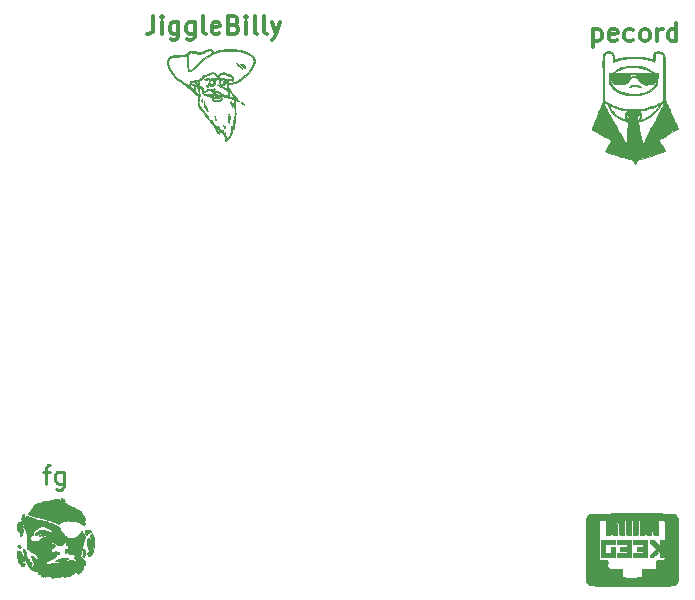
<source format=gbr>
%TF.GenerationSoftware,KiCad,Pcbnew,(6.0.1)*%
%TF.CreationDate,2022-06-05T00:17:46-05:00*%
%TF.ProjectId,Pivot_stand,5069766f-745f-4737-9461-6e642e6b6963,rev?*%
%TF.SameCoordinates,Original*%
%TF.FileFunction,Legend,Bot*%
%TF.FilePolarity,Positive*%
%FSLAX46Y46*%
G04 Gerber Fmt 4.6, Leading zero omitted, Abs format (unit mm)*
G04 Created by KiCad (PCBNEW (6.0.1)) date 2022-06-05 00:17:46*
%MOMM*%
%LPD*%
G01*
G04 APERTURE LIST*
%ADD10C,0.250000*%
%ADD11C,0.300000*%
%ADD12C,0.010000*%
G04 APERTURE END LIST*
D10*
%TO.C,G\u002A\u002A\u002A*%
X121539600Y-139166800D02*
X122126266Y-139166800D01*
X121759600Y-140193466D02*
X121759600Y-138873466D01*
X121832933Y-138726800D01*
X121979600Y-138653466D01*
X122126266Y-138653466D01*
X123299600Y-139166800D02*
X123299600Y-140413466D01*
X123226266Y-140560133D01*
X123152933Y-140633466D01*
X123006266Y-140706800D01*
X122786266Y-140706800D01*
X122639600Y-140633466D01*
X123299600Y-140120133D02*
X123152933Y-140193466D01*
X122859600Y-140193466D01*
X122712933Y-140120133D01*
X122639600Y-140046800D01*
X122566266Y-139900133D01*
X122566266Y-139460133D01*
X122639600Y-139313466D01*
X122712933Y-139240133D01*
X122859600Y-139166800D01*
X123152933Y-139166800D01*
X123299600Y-139240133D01*
D11*
X130860800Y-100613028D02*
X130860800Y-101701600D01*
X130788228Y-101919314D01*
X130643085Y-102064457D01*
X130425371Y-102137028D01*
X130280228Y-102137028D01*
X131586514Y-102137028D02*
X131586514Y-101121028D01*
X131586514Y-100613028D02*
X131513942Y-100685600D01*
X131586514Y-100758171D01*
X131659085Y-100685600D01*
X131586514Y-100613028D01*
X131586514Y-100758171D01*
X132965371Y-101121028D02*
X132965371Y-102354742D01*
X132892800Y-102499885D01*
X132820228Y-102572457D01*
X132675085Y-102645028D01*
X132457371Y-102645028D01*
X132312228Y-102572457D01*
X132965371Y-102064457D02*
X132820228Y-102137028D01*
X132529942Y-102137028D01*
X132384800Y-102064457D01*
X132312228Y-101991885D01*
X132239657Y-101846742D01*
X132239657Y-101411314D01*
X132312228Y-101266171D01*
X132384800Y-101193600D01*
X132529942Y-101121028D01*
X132820228Y-101121028D01*
X132965371Y-101193600D01*
X134344228Y-101121028D02*
X134344228Y-102354742D01*
X134271657Y-102499885D01*
X134199085Y-102572457D01*
X134053942Y-102645028D01*
X133836228Y-102645028D01*
X133691085Y-102572457D01*
X134344228Y-102064457D02*
X134199085Y-102137028D01*
X133908800Y-102137028D01*
X133763657Y-102064457D01*
X133691085Y-101991885D01*
X133618514Y-101846742D01*
X133618514Y-101411314D01*
X133691085Y-101266171D01*
X133763657Y-101193600D01*
X133908800Y-101121028D01*
X134199085Y-101121028D01*
X134344228Y-101193600D01*
X135287657Y-102137028D02*
X135142514Y-102064457D01*
X135069942Y-101919314D01*
X135069942Y-100613028D01*
X136448800Y-102064457D02*
X136303657Y-102137028D01*
X136013371Y-102137028D01*
X135868228Y-102064457D01*
X135795657Y-101919314D01*
X135795657Y-101338742D01*
X135868228Y-101193600D01*
X136013371Y-101121028D01*
X136303657Y-101121028D01*
X136448800Y-101193600D01*
X136521371Y-101338742D01*
X136521371Y-101483885D01*
X135795657Y-101629028D01*
X137682514Y-101338742D02*
X137900228Y-101411314D01*
X137972800Y-101483885D01*
X138045371Y-101629028D01*
X138045371Y-101846742D01*
X137972800Y-101991885D01*
X137900228Y-102064457D01*
X137755085Y-102137028D01*
X137174514Y-102137028D01*
X137174514Y-100613028D01*
X137682514Y-100613028D01*
X137827657Y-100685600D01*
X137900228Y-100758171D01*
X137972800Y-100903314D01*
X137972800Y-101048457D01*
X137900228Y-101193600D01*
X137827657Y-101266171D01*
X137682514Y-101338742D01*
X137174514Y-101338742D01*
X138698514Y-102137028D02*
X138698514Y-101121028D01*
X138698514Y-100613028D02*
X138625942Y-100685600D01*
X138698514Y-100758171D01*
X138771085Y-100685600D01*
X138698514Y-100613028D01*
X138698514Y-100758171D01*
X139641942Y-102137028D02*
X139496800Y-102064457D01*
X139424228Y-101919314D01*
X139424228Y-100613028D01*
X140440228Y-102137028D02*
X140295085Y-102064457D01*
X140222514Y-101919314D01*
X140222514Y-100613028D01*
X140875657Y-101121028D02*
X141238514Y-102137028D01*
X141601371Y-101121028D02*
X141238514Y-102137028D01*
X141093371Y-102499885D01*
X141020800Y-102572457D01*
X140875657Y-102645028D01*
X168107800Y-101701800D02*
X168107800Y-103241800D01*
X168107800Y-101775133D02*
X168254466Y-101701800D01*
X168547800Y-101701800D01*
X168694466Y-101775133D01*
X168767800Y-101848466D01*
X168841133Y-101995133D01*
X168841133Y-102435133D01*
X168767800Y-102581800D01*
X168694466Y-102655133D01*
X168547800Y-102728466D01*
X168254466Y-102728466D01*
X168107800Y-102655133D01*
X170087800Y-102655133D02*
X169941133Y-102728466D01*
X169647800Y-102728466D01*
X169501133Y-102655133D01*
X169427800Y-102508466D01*
X169427800Y-101921800D01*
X169501133Y-101775133D01*
X169647800Y-101701800D01*
X169941133Y-101701800D01*
X170087800Y-101775133D01*
X170161133Y-101921800D01*
X170161133Y-102068466D01*
X169427800Y-102215133D01*
X171481133Y-102655133D02*
X171334466Y-102728466D01*
X171041133Y-102728466D01*
X170894466Y-102655133D01*
X170821133Y-102581800D01*
X170747800Y-102435133D01*
X170747800Y-101995133D01*
X170821133Y-101848466D01*
X170894466Y-101775133D01*
X171041133Y-101701800D01*
X171334466Y-101701800D01*
X171481133Y-101775133D01*
X172361133Y-102728466D02*
X172214466Y-102655133D01*
X172141133Y-102581800D01*
X172067800Y-102435133D01*
X172067800Y-101995133D01*
X172141133Y-101848466D01*
X172214466Y-101775133D01*
X172361133Y-101701800D01*
X172581133Y-101701800D01*
X172727800Y-101775133D01*
X172801133Y-101848466D01*
X172874466Y-101995133D01*
X172874466Y-102435133D01*
X172801133Y-102581800D01*
X172727800Y-102655133D01*
X172581133Y-102728466D01*
X172361133Y-102728466D01*
X173534466Y-102728466D02*
X173534466Y-101701800D01*
X173534466Y-101995133D02*
X173607800Y-101848466D01*
X173681133Y-101775133D01*
X173827800Y-101701800D01*
X173974466Y-101701800D01*
X175147800Y-102728466D02*
X175147800Y-101188466D01*
X175147800Y-102655133D02*
X175001133Y-102728466D01*
X174707800Y-102728466D01*
X174561133Y-102655133D01*
X174487800Y-102581800D01*
X174414466Y-102435133D01*
X174414466Y-101995133D01*
X174487800Y-101848466D01*
X174561133Y-101775133D01*
X174707800Y-101701800D01*
X175001133Y-101701800D01*
X175147800Y-101775133D01*
D12*
X121488617Y-144602747D02*
X121494550Y-144627600D01*
X121494550Y-144627600D02*
X121487569Y-144653762D01*
X121487569Y-144653762D02*
X121465918Y-144663415D01*
X121465918Y-144663415D02*
X121439128Y-144658802D01*
X121439128Y-144658802D02*
X121429634Y-144647540D01*
X121429634Y-144647540D02*
X121426807Y-144616099D01*
X121426807Y-144616099D02*
X121442022Y-144595593D01*
X121442022Y-144595593D02*
X121465918Y-144591784D01*
X121465918Y-144591784D02*
X121488617Y-144602747D01*
X121488617Y-144602747D02*
X121488617Y-144602747D01*
G36*
X121488617Y-144602747D02*
G01*
X121494550Y-144627600D01*
X121487569Y-144653762D01*
X121465918Y-144663415D01*
X121439128Y-144658802D01*
X121429634Y-144647540D01*
X121426807Y-144616099D01*
X121442022Y-144595593D01*
X121465918Y-144591784D01*
X121488617Y-144602747D01*
G37*
X121488617Y-144602747D02*
X121494550Y-144627600D01*
X121487569Y-144653762D01*
X121465918Y-144663415D01*
X121439128Y-144658802D01*
X121429634Y-144647540D01*
X121426807Y-144616099D01*
X121442022Y-144595593D01*
X121465918Y-144591784D01*
X121488617Y-144602747D01*
X123474514Y-146489117D02*
X123542495Y-146493619D01*
X123542495Y-146493619D02*
X123592844Y-146502292D01*
X123592844Y-146502292D02*
X123612275Y-146509385D01*
X123612275Y-146509385D02*
X123633126Y-146527664D01*
X123633126Y-146527664D02*
X123630363Y-146548075D01*
X123630363Y-146548075D02*
X123605635Y-146570119D01*
X123605635Y-146570119D02*
X123560592Y-146593295D01*
X123560592Y-146593295D02*
X123496882Y-146617101D01*
X123496882Y-146617101D02*
X123416155Y-146641039D01*
X123416155Y-146641039D02*
X123320060Y-146664607D01*
X123320060Y-146664607D02*
X123210246Y-146687304D01*
X123210246Y-146687304D02*
X123088363Y-146708631D01*
X123088363Y-146708631D02*
X122956059Y-146728086D01*
X122956059Y-146728086D02*
X122847100Y-146741594D01*
X122847100Y-146741594D02*
X122755819Y-146751507D01*
X122755819Y-146751507D02*
X122686692Y-146757681D01*
X122686692Y-146757681D02*
X122636758Y-146760166D01*
X122636758Y-146760166D02*
X122603056Y-146759012D01*
X122603056Y-146759012D02*
X122582624Y-146754270D01*
X122582624Y-146754270D02*
X122572656Y-146746246D01*
X122572656Y-146746246D02*
X122574581Y-146727168D01*
X122574581Y-146727168D02*
X122597154Y-146702188D01*
X122597154Y-146702188D02*
X122636857Y-146673213D01*
X122636857Y-146673213D02*
X122690167Y-146642151D01*
X122690167Y-146642151D02*
X122753566Y-146610907D01*
X122753566Y-146610907D02*
X122823532Y-146581391D01*
X122823532Y-146581391D02*
X122896546Y-146555508D01*
X122896546Y-146555508D02*
X122956606Y-146538236D01*
X122956606Y-146538236D02*
X123032786Y-146522009D01*
X123032786Y-146522009D02*
X123119217Y-146508725D01*
X123119217Y-146508725D02*
X123211253Y-146498589D01*
X123211253Y-146498589D02*
X123304246Y-146491806D01*
X123304246Y-146491806D02*
X123393549Y-146488581D01*
X123393549Y-146488581D02*
X123474514Y-146489117D01*
X123474514Y-146489117D02*
X123474514Y-146489117D01*
G36*
X123474514Y-146489117D02*
G01*
X123542495Y-146493619D01*
X123592844Y-146502292D01*
X123612275Y-146509385D01*
X123633126Y-146527664D01*
X123630363Y-146548075D01*
X123605635Y-146570119D01*
X123560592Y-146593295D01*
X123496882Y-146617101D01*
X123416155Y-146641039D01*
X123320060Y-146664607D01*
X123210246Y-146687304D01*
X123088363Y-146708631D01*
X122956059Y-146728086D01*
X122847100Y-146741594D01*
X122755819Y-146751507D01*
X122686692Y-146757681D01*
X122636758Y-146760166D01*
X122603056Y-146759012D01*
X122582624Y-146754270D01*
X122572656Y-146746246D01*
X122574581Y-146727168D01*
X122597154Y-146702188D01*
X122636857Y-146673213D01*
X122690167Y-146642151D01*
X122753566Y-146610907D01*
X122823532Y-146581391D01*
X122896546Y-146555508D01*
X122956606Y-146538236D01*
X123032786Y-146522009D01*
X123119217Y-146508725D01*
X123211253Y-146498589D01*
X123304246Y-146491806D01*
X123393549Y-146488581D01*
X123474514Y-146489117D01*
G37*
X123474514Y-146489117D02*
X123542495Y-146493619D01*
X123592844Y-146502292D01*
X123612275Y-146509385D01*
X123633126Y-146527664D01*
X123630363Y-146548075D01*
X123605635Y-146570119D01*
X123560592Y-146593295D01*
X123496882Y-146617101D01*
X123416155Y-146641039D01*
X123320060Y-146664607D01*
X123210246Y-146687304D01*
X123088363Y-146708631D01*
X122956059Y-146728086D01*
X122847100Y-146741594D01*
X122755819Y-146751507D01*
X122686692Y-146757681D01*
X122636758Y-146760166D01*
X122603056Y-146759012D01*
X122582624Y-146754270D01*
X122572656Y-146746246D01*
X122574581Y-146727168D01*
X122597154Y-146702188D01*
X122636857Y-146673213D01*
X122690167Y-146642151D01*
X122753566Y-146610907D01*
X122823532Y-146581391D01*
X122896546Y-146555508D01*
X122956606Y-146538236D01*
X123032786Y-146522009D01*
X123119217Y-146508725D01*
X123211253Y-146498589D01*
X123304246Y-146491806D01*
X123393549Y-146488581D01*
X123474514Y-146489117D01*
X123154768Y-141424236D02*
X123194495Y-141450178D01*
X123194495Y-141450178D02*
X123237719Y-141487420D01*
X123237719Y-141487420D02*
X123279816Y-141531058D01*
X123279816Y-141531058D02*
X123316161Y-141576189D01*
X123316161Y-141576189D02*
X123342128Y-141617907D01*
X123342128Y-141617907D02*
X123353093Y-141651310D01*
X123353093Y-141651310D02*
X123352904Y-141658112D01*
X123352904Y-141658112D02*
X123342175Y-141682879D01*
X123342175Y-141682879D02*
X123318429Y-141688824D01*
X123318429Y-141688824D02*
X123279702Y-141676163D01*
X123279702Y-141676163D02*
X123263335Y-141667958D01*
X123263335Y-141667958D02*
X123228388Y-141645434D01*
X123228388Y-141645434D02*
X123187141Y-141612998D01*
X123187141Y-141612998D02*
X123144323Y-141575173D01*
X123144323Y-141575173D02*
X123104667Y-141536482D01*
X123104667Y-141536482D02*
X123072902Y-141501447D01*
X123072902Y-141501447D02*
X123053759Y-141474592D01*
X123053759Y-141474592D02*
X123050300Y-141464290D01*
X123050300Y-141464290D02*
X123061615Y-141439156D01*
X123061615Y-141439156D02*
X123090069Y-141420717D01*
X123090069Y-141420717D02*
X123123163Y-141414500D01*
X123123163Y-141414500D02*
X123154768Y-141424236D01*
X123154768Y-141424236D02*
X123154768Y-141424236D01*
G36*
X123154768Y-141424236D02*
G01*
X123194495Y-141450178D01*
X123237719Y-141487420D01*
X123279816Y-141531058D01*
X123316161Y-141576189D01*
X123342128Y-141617907D01*
X123353093Y-141651310D01*
X123352904Y-141658112D01*
X123342175Y-141682879D01*
X123318429Y-141688824D01*
X123279702Y-141676163D01*
X123263335Y-141667958D01*
X123228388Y-141645434D01*
X123187141Y-141612998D01*
X123144323Y-141575173D01*
X123104667Y-141536482D01*
X123072902Y-141501447D01*
X123053759Y-141474592D01*
X123050300Y-141464290D01*
X123061615Y-141439156D01*
X123090069Y-141420717D01*
X123123163Y-141414500D01*
X123154768Y-141424236D01*
G37*
X123154768Y-141424236D02*
X123194495Y-141450178D01*
X123237719Y-141487420D01*
X123279816Y-141531058D01*
X123316161Y-141576189D01*
X123342128Y-141617907D01*
X123353093Y-141651310D01*
X123352904Y-141658112D01*
X123342175Y-141682879D01*
X123318429Y-141688824D01*
X123279702Y-141676163D01*
X123263335Y-141667958D01*
X123228388Y-141645434D01*
X123187141Y-141612998D01*
X123144323Y-141575173D01*
X123104667Y-141536482D01*
X123072902Y-141501447D01*
X123053759Y-141474592D01*
X123050300Y-141464290D01*
X123061615Y-141439156D01*
X123090069Y-141420717D01*
X123123163Y-141414500D01*
X123154768Y-141424236D01*
X124999293Y-145706149D02*
X125017537Y-145736353D01*
X125017537Y-145736353D02*
X125032713Y-145789068D01*
X125032713Y-145789068D02*
X125044469Y-145863355D01*
X125044469Y-145863355D02*
X125052455Y-145958277D01*
X125052455Y-145958277D02*
X125053603Y-145980392D01*
X125053603Y-145980392D02*
X125055025Y-146097407D01*
X125055025Y-146097407D02*
X125047573Y-146195103D01*
X125047573Y-146195103D02*
X125031478Y-146272106D01*
X125031478Y-146272106D02*
X125006968Y-146327041D01*
X125006968Y-146327041D02*
X124992798Y-146344655D01*
X124992798Y-146344655D02*
X124962326Y-146370734D01*
X124962326Y-146370734D02*
X124936103Y-146378174D01*
X124936103Y-146378174D02*
X124904865Y-146367837D01*
X124904865Y-146367837D02*
X124882275Y-146354939D01*
X124882275Y-146354939D02*
X124854285Y-146334414D01*
X124854285Y-146334414D02*
X124843146Y-146312844D01*
X124843146Y-146312844D02*
X124847324Y-146282696D01*
X124847324Y-146282696D02*
X124860468Y-146247807D01*
X124860468Y-146247807D02*
X124869625Y-146215879D01*
X124869625Y-146215879D02*
X124879104Y-146166130D01*
X124879104Y-146166130D02*
X124887624Y-146106093D01*
X124887624Y-146106093D02*
X124892606Y-146058931D01*
X124892606Y-146058931D02*
X124903561Y-145948076D01*
X124903561Y-145948076D02*
X124914716Y-145860675D01*
X124914716Y-145860675D02*
X124926424Y-145794784D01*
X124926424Y-145794784D02*
X124939043Y-145748458D01*
X124939043Y-145748458D02*
X124952925Y-145719752D01*
X124952925Y-145719752D02*
X124955001Y-145717014D01*
X124955001Y-145717014D02*
X124978331Y-145699390D01*
X124978331Y-145699390D02*
X124999293Y-145706149D01*
X124999293Y-145706149D02*
X124999293Y-145706149D01*
G36*
X124999293Y-145706149D02*
G01*
X125017537Y-145736353D01*
X125032713Y-145789068D01*
X125044469Y-145863355D01*
X125052455Y-145958277D01*
X125053603Y-145980392D01*
X125055025Y-146097407D01*
X125047573Y-146195103D01*
X125031478Y-146272106D01*
X125006968Y-146327041D01*
X124992798Y-146344655D01*
X124962326Y-146370734D01*
X124936103Y-146378174D01*
X124904865Y-146367837D01*
X124882275Y-146354939D01*
X124854285Y-146334414D01*
X124843146Y-146312844D01*
X124847324Y-146282696D01*
X124860468Y-146247807D01*
X124869625Y-146215879D01*
X124879104Y-146166130D01*
X124887624Y-146106093D01*
X124892606Y-146058931D01*
X124903561Y-145948076D01*
X124914716Y-145860675D01*
X124926424Y-145794784D01*
X124939043Y-145748458D01*
X124952925Y-145719752D01*
X124955001Y-145717014D01*
X124978331Y-145699390D01*
X124999293Y-145706149D01*
G37*
X124999293Y-145706149D02*
X125017537Y-145736353D01*
X125032713Y-145789068D01*
X125044469Y-145863355D01*
X125052455Y-145958277D01*
X125053603Y-145980392D01*
X125055025Y-146097407D01*
X125047573Y-146195103D01*
X125031478Y-146272106D01*
X125006968Y-146327041D01*
X124992798Y-146344655D01*
X124962326Y-146370734D01*
X124936103Y-146378174D01*
X124904865Y-146367837D01*
X124882275Y-146354939D01*
X124854285Y-146334414D01*
X124843146Y-146312844D01*
X124847324Y-146282696D01*
X124860468Y-146247807D01*
X124869625Y-146215879D01*
X124879104Y-146166130D01*
X124887624Y-146106093D01*
X124892606Y-146058931D01*
X124903561Y-145948076D01*
X124914716Y-145860675D01*
X124926424Y-145794784D01*
X124939043Y-145748458D01*
X124952925Y-145719752D01*
X124955001Y-145717014D01*
X124978331Y-145699390D01*
X124999293Y-145706149D01*
X122768809Y-141454571D02*
X122793300Y-141461026D01*
X122793300Y-141461026D02*
X122820441Y-141473766D01*
X122820441Y-141473766D02*
X122854422Y-141494530D01*
X122854422Y-141494530D02*
X122899438Y-141525056D01*
X122899438Y-141525056D02*
X122959680Y-141567081D01*
X122959680Y-141567081D02*
X122991029Y-141588926D01*
X122991029Y-141588926D02*
X123030718Y-141614652D01*
X123030718Y-141614652D02*
X123088125Y-141649345D01*
X123088125Y-141649345D02*
X123158445Y-141690228D01*
X123158445Y-141690228D02*
X123236874Y-141734527D01*
X123236874Y-141734527D02*
X123318608Y-141779464D01*
X123318608Y-141779464D02*
X123351057Y-141796946D01*
X123351057Y-141796946D02*
X123443434Y-141846653D01*
X123443434Y-141846653D02*
X123544515Y-141901469D01*
X123544515Y-141901469D02*
X123646709Y-141957249D01*
X123646709Y-141957249D02*
X123742423Y-142009850D01*
X123742423Y-142009850D02*
X123824067Y-142055124D01*
X123824067Y-142055124D02*
X123831350Y-142059193D01*
X123831350Y-142059193D02*
X123965649Y-142133401D01*
X123965649Y-142133401D02*
X124096452Y-142204004D01*
X124096452Y-142204004D02*
X124220341Y-142269234D01*
X124220341Y-142269234D02*
X124333897Y-142327326D01*
X124333897Y-142327326D02*
X124433701Y-142376512D01*
X124433701Y-142376512D02*
X124516336Y-142415027D01*
X124516336Y-142415027D02*
X124540618Y-142425680D01*
X124540618Y-142425680D02*
X124598031Y-142453171D01*
X124598031Y-142453171D02*
X124653751Y-142484658D01*
X124653751Y-142484658D02*
X124698418Y-142514699D01*
X124698418Y-142514699D02*
X124710059Y-142524174D01*
X124710059Y-142524174D02*
X124742452Y-142554766D01*
X124742452Y-142554766D02*
X124758329Y-142577216D01*
X124758329Y-142577216D02*
X124761673Y-142598381D01*
X124761673Y-142598381D02*
X124759982Y-142610164D01*
X124759982Y-142610164D02*
X124759127Y-142632463D01*
X124759127Y-142632463D02*
X124767707Y-142656968D01*
X124767707Y-142656968D02*
X124788553Y-142689491D01*
X124788553Y-142689491D02*
X124816245Y-142725533D01*
X124816245Y-142725533D02*
X124883682Y-142813622D01*
X124883682Y-142813622D02*
X124933877Y-142887337D01*
X124933877Y-142887337D02*
X124968433Y-142949336D01*
X124968433Y-142949336D02*
X124988952Y-143002276D01*
X124988952Y-143002276D02*
X124993024Y-143018723D01*
X124993024Y-143018723D02*
X125007709Y-143069118D01*
X125007709Y-143069118D02*
X125028557Y-143118889D01*
X125028557Y-143118889D02*
X125037508Y-143135350D01*
X125037508Y-143135350D02*
X125069194Y-143188175D01*
X125069194Y-143188175D02*
X125089367Y-143223720D01*
X125089367Y-143223720D02*
X125099810Y-143246341D01*
X125099810Y-143246341D02*
X125102310Y-143260399D01*
X125102310Y-143260399D02*
X125098651Y-143270252D01*
X125098651Y-143270252D02*
X125094808Y-143275280D01*
X125094808Y-143275280D02*
X125073656Y-143287184D01*
X125073656Y-143287184D02*
X125038750Y-143295398D01*
X125038750Y-143295398D02*
X125027335Y-143296593D01*
X125027335Y-143296593D02*
X124993777Y-143300714D01*
X124993777Y-143300714D02*
X124978869Y-143309629D01*
X124978869Y-143309629D02*
X124975862Y-143328024D01*
X124975862Y-143328024D02*
X124976036Y-143332200D01*
X124976036Y-143332200D02*
X124981744Y-143358608D01*
X124981744Y-143358608D02*
X124995364Y-143400151D01*
X124995364Y-143400151D02*
X125014227Y-143448872D01*
X125014227Y-143448872D02*
X125019148Y-143460542D01*
X125019148Y-143460542D02*
X125043261Y-143524190D01*
X125043261Y-143524190D02*
X125052452Y-143571440D01*
X125052452Y-143571440D02*
X125046331Y-143606723D01*
X125046331Y-143606723D02*
X125024513Y-143634471D01*
X125024513Y-143634471D02*
X125002584Y-143650046D01*
X125002584Y-143650046D02*
X124956497Y-143670803D01*
X124956497Y-143670803D02*
X124914285Y-143670599D01*
X124914285Y-143670599D02*
X124872750Y-143653509D01*
X124872750Y-143653509D02*
X124841606Y-143634461D01*
X124841606Y-143634461D02*
X124800877Y-143606705D01*
X124800877Y-143606705D02*
X124770426Y-143584493D01*
X124770426Y-143584493D02*
X124676250Y-143524970D01*
X124676250Y-143524970D02*
X124560985Y-143471127D01*
X124560985Y-143471127D02*
X124428455Y-143423685D01*
X124428455Y-143423685D02*
X124282484Y-143383366D01*
X124282484Y-143383366D02*
X124126893Y-143350891D01*
X124126893Y-143350891D02*
X123965507Y-143326981D01*
X123965507Y-143326981D02*
X123802148Y-143312359D01*
X123802148Y-143312359D02*
X123640640Y-143307745D01*
X123640640Y-143307745D02*
X123484806Y-143313862D01*
X123484806Y-143313862D02*
X123389241Y-143323818D01*
X123389241Y-143323818D02*
X123293583Y-143339288D01*
X123293583Y-143339288D02*
X123216594Y-143359028D01*
X123216594Y-143359028D02*
X123151591Y-143385788D01*
X123151591Y-143385788D02*
X123091888Y-143422312D01*
X123091888Y-143422312D02*
X123031250Y-143470958D01*
X123031250Y-143470958D02*
X122976950Y-143516786D01*
X122976950Y-143516786D02*
X122934206Y-143547054D01*
X122934206Y-143547054D02*
X122896885Y-143564430D01*
X122896885Y-143564430D02*
X122858856Y-143571583D01*
X122858856Y-143571583D02*
X122813988Y-143571183D01*
X122813988Y-143571183D02*
X122802873Y-143570369D01*
X122802873Y-143570369D02*
X122764321Y-143564843D01*
X122764321Y-143564843D02*
X122718829Y-143553207D01*
X122718829Y-143553207D02*
X122662280Y-143534091D01*
X122662280Y-143534091D02*
X122590557Y-143506126D01*
X122590557Y-143506126D02*
X122516312Y-143475113D01*
X122516312Y-143475113D02*
X122444490Y-143444981D01*
X122444490Y-143444981D02*
X122374458Y-143416720D01*
X122374458Y-143416720D02*
X122304092Y-143389681D01*
X122304092Y-143389681D02*
X122231266Y-143363216D01*
X122231266Y-143363216D02*
X122153855Y-143336677D01*
X122153855Y-143336677D02*
X122069733Y-143309416D01*
X122069733Y-143309416D02*
X121976774Y-143280786D01*
X121976774Y-143280786D02*
X121872855Y-143250137D01*
X121872855Y-143250137D02*
X121755848Y-143216821D01*
X121755848Y-143216821D02*
X121623628Y-143180192D01*
X121623628Y-143180192D02*
X121474071Y-143139600D01*
X121474071Y-143139600D02*
X121305050Y-143094398D01*
X121305050Y-143094398D02*
X121114440Y-143043937D01*
X121114440Y-143043937D02*
X121024650Y-143020287D01*
X121024650Y-143020287D02*
X120869954Y-142979001D01*
X120869954Y-142979001D02*
X120727646Y-142939846D01*
X120727646Y-142939846D02*
X120599292Y-142903307D01*
X120599292Y-142903307D02*
X120486462Y-142869871D01*
X120486462Y-142869871D02*
X120390724Y-142840026D01*
X120390724Y-142840026D02*
X120313647Y-142814258D01*
X120313647Y-142814258D02*
X120256799Y-142793054D01*
X120256799Y-142793054D02*
X120221749Y-142776901D01*
X120221749Y-142776901D02*
X120210281Y-142767541D01*
X120210281Y-142767541D02*
X120211911Y-142739354D01*
X120211911Y-142739354D02*
X120231457Y-142695161D01*
X120231457Y-142695161D02*
X120268117Y-142636120D01*
X120268117Y-142636120D02*
X120321086Y-142563393D01*
X120321086Y-142563393D02*
X120389560Y-142478138D01*
X120389560Y-142478138D02*
X120472734Y-142381515D01*
X120472734Y-142381515D02*
X120496120Y-142355285D01*
X120496120Y-142355285D02*
X120550426Y-142293406D01*
X120550426Y-142293406D02*
X120606698Y-142226963D01*
X120606698Y-142226963D02*
X120658895Y-142163227D01*
X120658895Y-142163227D02*
X120700976Y-142109474D01*
X120700976Y-142109474D02*
X120707221Y-142101135D01*
X120707221Y-142101135D02*
X120755103Y-142040284D01*
X120755103Y-142040284D02*
X120799333Y-141993859D01*
X120799333Y-141993859D02*
X120848181Y-141953860D01*
X120848181Y-141953860D02*
X120887342Y-141926846D01*
X120887342Y-141926846D02*
X120944414Y-141889689D01*
X120944414Y-141889689D02*
X120985785Y-141864402D01*
X120985785Y-141864402D02*
X121016851Y-141848709D01*
X121016851Y-141848709D02*
X121043007Y-141840334D01*
X121043007Y-141840334D02*
X121069650Y-141837002D01*
X121069650Y-141837002D02*
X121101691Y-141836437D01*
X121101691Y-141836437D02*
X121125517Y-141835773D01*
X121125517Y-141835773D02*
X121149052Y-141832880D01*
X121149052Y-141832880D02*
X121175776Y-141826516D01*
X121175776Y-141826516D02*
X121209169Y-141815439D01*
X121209169Y-141815439D02*
X121252712Y-141798407D01*
X121252712Y-141798407D02*
X121309887Y-141774178D01*
X121309887Y-141774178D02*
X121384173Y-141741510D01*
X121384173Y-141741510D02*
X121450100Y-141712115D01*
X121450100Y-141712115D02*
X121496970Y-141691861D01*
X121496970Y-141691861D02*
X121535736Y-141677770D01*
X121535736Y-141677770D02*
X121573596Y-141668321D01*
X121573596Y-141668321D02*
X121617750Y-141661993D01*
X121617750Y-141661993D02*
X121675394Y-141657267D01*
X121675394Y-141657267D02*
X121723674Y-141654323D01*
X121723674Y-141654323D02*
X121799668Y-141648902D01*
X121799668Y-141648902D02*
X121879411Y-141641465D01*
X121879411Y-141641465D02*
X121952730Y-141633051D01*
X121952730Y-141633051D02*
X122003074Y-141625794D01*
X122003074Y-141625794D02*
X122104646Y-141609749D01*
X122104646Y-141609749D02*
X122185132Y-141599763D01*
X122185132Y-141599763D02*
X122248213Y-141596256D01*
X122248213Y-141596256D02*
X122297570Y-141599649D01*
X122297570Y-141599649D02*
X122336883Y-141610362D01*
X122336883Y-141610362D02*
X122369834Y-141628816D01*
X122369834Y-141628816D02*
X122400102Y-141655431D01*
X122400102Y-141655431D02*
X122416330Y-141673006D01*
X122416330Y-141673006D02*
X122453396Y-141708570D01*
X122453396Y-141708570D02*
X122497001Y-141740555D01*
X122497001Y-141740555D02*
X122542675Y-141766999D01*
X122542675Y-141766999D02*
X122585943Y-141785942D01*
X122585943Y-141785942D02*
X122622335Y-141795423D01*
X122622335Y-141795423D02*
X122647378Y-141793481D01*
X122647378Y-141793481D02*
X122656600Y-141778355D01*
X122656600Y-141778355D02*
X122647751Y-141752384D01*
X122647751Y-141752384D02*
X122625314Y-141717892D01*
X122625314Y-141717892D02*
X122595452Y-141682327D01*
X122595452Y-141682327D02*
X122564327Y-141653139D01*
X122564327Y-141653139D02*
X122541090Y-141638755D01*
X122541090Y-141638755D02*
X122511425Y-141619314D01*
X122511425Y-141619314D02*
X122504200Y-141597224D01*
X122504200Y-141597224D02*
X122496434Y-141572037D01*
X122496434Y-141572037D02*
X122485150Y-141562307D01*
X122485150Y-141562307D02*
X122469394Y-141545063D01*
X122469394Y-141545063D02*
X122466100Y-141529524D01*
X122466100Y-141529524D02*
X122478318Y-141500979D01*
X122478318Y-141500979D02*
X122514795Y-141479141D01*
X122514795Y-141479141D02*
X122575266Y-141464106D01*
X122575266Y-141464106D02*
X122659464Y-141455971D01*
X122659464Y-141455971D02*
X122669300Y-141455536D01*
X122669300Y-141455536D02*
X122711001Y-141453564D01*
X122711001Y-141453564D02*
X122742773Y-141452663D01*
X122742773Y-141452663D02*
X122768809Y-141454571D01*
X122768809Y-141454571D02*
X122768809Y-141454571D01*
G36*
X122768809Y-141454571D02*
G01*
X122793300Y-141461026D01*
X122820441Y-141473766D01*
X122854422Y-141494530D01*
X122899438Y-141525056D01*
X122959680Y-141567081D01*
X122991029Y-141588926D01*
X123030718Y-141614652D01*
X123088125Y-141649345D01*
X123158445Y-141690228D01*
X123236874Y-141734527D01*
X123318608Y-141779464D01*
X123351057Y-141796946D01*
X123443434Y-141846653D01*
X123544515Y-141901469D01*
X123646709Y-141957249D01*
X123742423Y-142009850D01*
X123824067Y-142055124D01*
X123831350Y-142059193D01*
X123965649Y-142133401D01*
X124096452Y-142204004D01*
X124220341Y-142269234D01*
X124333897Y-142327326D01*
X124433701Y-142376512D01*
X124516336Y-142415027D01*
X124540618Y-142425680D01*
X124598031Y-142453171D01*
X124653751Y-142484658D01*
X124698418Y-142514699D01*
X124710059Y-142524174D01*
X124742452Y-142554766D01*
X124758329Y-142577216D01*
X124761673Y-142598381D01*
X124759982Y-142610164D01*
X124759127Y-142632463D01*
X124767707Y-142656968D01*
X124788553Y-142689491D01*
X124816245Y-142725533D01*
X124883682Y-142813622D01*
X124933877Y-142887337D01*
X124968433Y-142949336D01*
X124988952Y-143002276D01*
X124993024Y-143018723D01*
X125007709Y-143069118D01*
X125028557Y-143118889D01*
X125037508Y-143135350D01*
X125069194Y-143188175D01*
X125089367Y-143223720D01*
X125099810Y-143246341D01*
X125102310Y-143260399D01*
X125098651Y-143270252D01*
X125094808Y-143275280D01*
X125073656Y-143287184D01*
X125038750Y-143295398D01*
X125027335Y-143296593D01*
X124993777Y-143300714D01*
X124978869Y-143309629D01*
X124975862Y-143328024D01*
X124976036Y-143332200D01*
X124981744Y-143358608D01*
X124995364Y-143400151D01*
X125014227Y-143448872D01*
X125019148Y-143460542D01*
X125043261Y-143524190D01*
X125052452Y-143571440D01*
X125046331Y-143606723D01*
X125024513Y-143634471D01*
X125002584Y-143650046D01*
X124956497Y-143670803D01*
X124914285Y-143670599D01*
X124872750Y-143653509D01*
X124841606Y-143634461D01*
X124800877Y-143606705D01*
X124770426Y-143584493D01*
X124676250Y-143524970D01*
X124560985Y-143471127D01*
X124428455Y-143423685D01*
X124282484Y-143383366D01*
X124126893Y-143350891D01*
X123965507Y-143326981D01*
X123802148Y-143312359D01*
X123640640Y-143307745D01*
X123484806Y-143313862D01*
X123389241Y-143323818D01*
X123293583Y-143339288D01*
X123216594Y-143359028D01*
X123151591Y-143385788D01*
X123091888Y-143422312D01*
X123031250Y-143470958D01*
X122976950Y-143516786D01*
X122934206Y-143547054D01*
X122896885Y-143564430D01*
X122858856Y-143571583D01*
X122813988Y-143571183D01*
X122802873Y-143570369D01*
X122764321Y-143564843D01*
X122718829Y-143553207D01*
X122662280Y-143534091D01*
X122590557Y-143506126D01*
X122516312Y-143475113D01*
X122444490Y-143444981D01*
X122374458Y-143416720D01*
X122304092Y-143389681D01*
X122231266Y-143363216D01*
X122153855Y-143336677D01*
X122069733Y-143309416D01*
X121976774Y-143280786D01*
X121872855Y-143250137D01*
X121755848Y-143216821D01*
X121623628Y-143180192D01*
X121474071Y-143139600D01*
X121305050Y-143094398D01*
X121114440Y-143043937D01*
X121024650Y-143020287D01*
X120869954Y-142979001D01*
X120727646Y-142939846D01*
X120599292Y-142903307D01*
X120486462Y-142869871D01*
X120390724Y-142840026D01*
X120313647Y-142814258D01*
X120256799Y-142793054D01*
X120221749Y-142776901D01*
X120210281Y-142767541D01*
X120211911Y-142739354D01*
X120231457Y-142695161D01*
X120268117Y-142636120D01*
X120321086Y-142563393D01*
X120389560Y-142478138D01*
X120472734Y-142381515D01*
X120496120Y-142355285D01*
X120550426Y-142293406D01*
X120606698Y-142226963D01*
X120658895Y-142163227D01*
X120700976Y-142109474D01*
X120707221Y-142101135D01*
X120755103Y-142040284D01*
X120799333Y-141993859D01*
X120848181Y-141953860D01*
X120887342Y-141926846D01*
X120944414Y-141889689D01*
X120985785Y-141864402D01*
X121016851Y-141848709D01*
X121043007Y-141840334D01*
X121069650Y-141837002D01*
X121101691Y-141836437D01*
X121125517Y-141835773D01*
X121149052Y-141832880D01*
X121175776Y-141826516D01*
X121209169Y-141815439D01*
X121252712Y-141798407D01*
X121309887Y-141774178D01*
X121384173Y-141741510D01*
X121450100Y-141712115D01*
X121496970Y-141691861D01*
X121535736Y-141677770D01*
X121573596Y-141668321D01*
X121617750Y-141661993D01*
X121675394Y-141657267D01*
X121723674Y-141654323D01*
X121799668Y-141648902D01*
X121879411Y-141641465D01*
X121952730Y-141633051D01*
X122003074Y-141625794D01*
X122104646Y-141609749D01*
X122185132Y-141599763D01*
X122248213Y-141596256D01*
X122297570Y-141599649D01*
X122336883Y-141610362D01*
X122369834Y-141628816D01*
X122400102Y-141655431D01*
X122416330Y-141673006D01*
X122453396Y-141708570D01*
X122497001Y-141740555D01*
X122542675Y-141766999D01*
X122585943Y-141785942D01*
X122622335Y-141795423D01*
X122647378Y-141793481D01*
X122656600Y-141778355D01*
X122647751Y-141752384D01*
X122625314Y-141717892D01*
X122595452Y-141682327D01*
X122564327Y-141653139D01*
X122541090Y-141638755D01*
X122511425Y-141619314D01*
X122504200Y-141597224D01*
X122496434Y-141572037D01*
X122485150Y-141562307D01*
X122469394Y-141545063D01*
X122466100Y-141529524D01*
X122478318Y-141500979D01*
X122514795Y-141479141D01*
X122575266Y-141464106D01*
X122659464Y-141455971D01*
X122669300Y-141455536D01*
X122711001Y-141453564D01*
X122742773Y-141452663D01*
X122768809Y-141454571D01*
G37*
X122768809Y-141454571D02*
X122793300Y-141461026D01*
X122820441Y-141473766D01*
X122854422Y-141494530D01*
X122899438Y-141525056D01*
X122959680Y-141567081D01*
X122991029Y-141588926D01*
X123030718Y-141614652D01*
X123088125Y-141649345D01*
X123158445Y-141690228D01*
X123236874Y-141734527D01*
X123318608Y-141779464D01*
X123351057Y-141796946D01*
X123443434Y-141846653D01*
X123544515Y-141901469D01*
X123646709Y-141957249D01*
X123742423Y-142009850D01*
X123824067Y-142055124D01*
X123831350Y-142059193D01*
X123965649Y-142133401D01*
X124096452Y-142204004D01*
X124220341Y-142269234D01*
X124333897Y-142327326D01*
X124433701Y-142376512D01*
X124516336Y-142415027D01*
X124540618Y-142425680D01*
X124598031Y-142453171D01*
X124653751Y-142484658D01*
X124698418Y-142514699D01*
X124710059Y-142524174D01*
X124742452Y-142554766D01*
X124758329Y-142577216D01*
X124761673Y-142598381D01*
X124759982Y-142610164D01*
X124759127Y-142632463D01*
X124767707Y-142656968D01*
X124788553Y-142689491D01*
X124816245Y-142725533D01*
X124883682Y-142813622D01*
X124933877Y-142887337D01*
X124968433Y-142949336D01*
X124988952Y-143002276D01*
X124993024Y-143018723D01*
X125007709Y-143069118D01*
X125028557Y-143118889D01*
X125037508Y-143135350D01*
X125069194Y-143188175D01*
X125089367Y-143223720D01*
X125099810Y-143246341D01*
X125102310Y-143260399D01*
X125098651Y-143270252D01*
X125094808Y-143275280D01*
X125073656Y-143287184D01*
X125038750Y-143295398D01*
X125027335Y-143296593D01*
X124993777Y-143300714D01*
X124978869Y-143309629D01*
X124975862Y-143328024D01*
X124976036Y-143332200D01*
X124981744Y-143358608D01*
X124995364Y-143400151D01*
X125014227Y-143448872D01*
X125019148Y-143460542D01*
X125043261Y-143524190D01*
X125052452Y-143571440D01*
X125046331Y-143606723D01*
X125024513Y-143634471D01*
X125002584Y-143650046D01*
X124956497Y-143670803D01*
X124914285Y-143670599D01*
X124872750Y-143653509D01*
X124841606Y-143634461D01*
X124800877Y-143606705D01*
X124770426Y-143584493D01*
X124676250Y-143524970D01*
X124560985Y-143471127D01*
X124428455Y-143423685D01*
X124282484Y-143383366D01*
X124126893Y-143350891D01*
X123965507Y-143326981D01*
X123802148Y-143312359D01*
X123640640Y-143307745D01*
X123484806Y-143313862D01*
X123389241Y-143323818D01*
X123293583Y-143339288D01*
X123216594Y-143359028D01*
X123151591Y-143385788D01*
X123091888Y-143422312D01*
X123031250Y-143470958D01*
X122976950Y-143516786D01*
X122934206Y-143547054D01*
X122896885Y-143564430D01*
X122858856Y-143571583D01*
X122813988Y-143571183D01*
X122802873Y-143570369D01*
X122764321Y-143564843D01*
X122718829Y-143553207D01*
X122662280Y-143534091D01*
X122590557Y-143506126D01*
X122516312Y-143475113D01*
X122444490Y-143444981D01*
X122374458Y-143416720D01*
X122304092Y-143389681D01*
X122231266Y-143363216D01*
X122153855Y-143336677D01*
X122069733Y-143309416D01*
X121976774Y-143280786D01*
X121872855Y-143250137D01*
X121755848Y-143216821D01*
X121623628Y-143180192D01*
X121474071Y-143139600D01*
X121305050Y-143094398D01*
X121114440Y-143043937D01*
X121024650Y-143020287D01*
X120869954Y-142979001D01*
X120727646Y-142939846D01*
X120599292Y-142903307D01*
X120486462Y-142869871D01*
X120390724Y-142840026D01*
X120313647Y-142814258D01*
X120256799Y-142793054D01*
X120221749Y-142776901D01*
X120210281Y-142767541D01*
X120211911Y-142739354D01*
X120231457Y-142695161D01*
X120268117Y-142636120D01*
X120321086Y-142563393D01*
X120389560Y-142478138D01*
X120472734Y-142381515D01*
X120496120Y-142355285D01*
X120550426Y-142293406D01*
X120606698Y-142226963D01*
X120658895Y-142163227D01*
X120700976Y-142109474D01*
X120707221Y-142101135D01*
X120755103Y-142040284D01*
X120799333Y-141993859D01*
X120848181Y-141953860D01*
X120887342Y-141926846D01*
X120944414Y-141889689D01*
X120985785Y-141864402D01*
X121016851Y-141848709D01*
X121043007Y-141840334D01*
X121069650Y-141837002D01*
X121101691Y-141836437D01*
X121125517Y-141835773D01*
X121149052Y-141832880D01*
X121175776Y-141826516D01*
X121209169Y-141815439D01*
X121252712Y-141798407D01*
X121309887Y-141774178D01*
X121384173Y-141741510D01*
X121450100Y-141712115D01*
X121496970Y-141691861D01*
X121535736Y-141677770D01*
X121573596Y-141668321D01*
X121617750Y-141661993D01*
X121675394Y-141657267D01*
X121723674Y-141654323D01*
X121799668Y-141648902D01*
X121879411Y-141641465D01*
X121952730Y-141633051D01*
X122003074Y-141625794D01*
X122104646Y-141609749D01*
X122185132Y-141599763D01*
X122248213Y-141596256D01*
X122297570Y-141599649D01*
X122336883Y-141610362D01*
X122369834Y-141628816D01*
X122400102Y-141655431D01*
X122416330Y-141673006D01*
X122453396Y-141708570D01*
X122497001Y-141740555D01*
X122542675Y-141766999D01*
X122585943Y-141785942D01*
X122622335Y-141795423D01*
X122647378Y-141793481D01*
X122656600Y-141778355D01*
X122647751Y-141752384D01*
X122625314Y-141717892D01*
X122595452Y-141682327D01*
X122564327Y-141653139D01*
X122541090Y-141638755D01*
X122511425Y-141619314D01*
X122504200Y-141597224D01*
X122496434Y-141572037D01*
X122485150Y-141562307D01*
X122469394Y-141545063D01*
X122466100Y-141529524D01*
X122478318Y-141500979D01*
X122514795Y-141479141D01*
X122575266Y-141464106D01*
X122659464Y-141455971D01*
X122669300Y-141455536D01*
X122711001Y-141453564D01*
X122742773Y-141452663D01*
X122768809Y-141454571D01*
X119480603Y-145386641D02*
X119531293Y-145412126D01*
X119531293Y-145412126D02*
X119577581Y-145447747D01*
X119577581Y-145447747D02*
X119608144Y-145484112D01*
X119608144Y-145484112D02*
X119624809Y-145514237D01*
X119624809Y-145514237D02*
X119627976Y-145535521D01*
X119627976Y-145535521D02*
X119618807Y-145559866D01*
X119618807Y-145559866D02*
X119616069Y-145565235D01*
X119616069Y-145565235D02*
X119589380Y-145601210D01*
X119589380Y-145601210D02*
X119555086Y-145616661D01*
X119555086Y-145616661D02*
X119509776Y-145612239D01*
X119509776Y-145612239D02*
X119462550Y-145594484D01*
X119462550Y-145594484D02*
X119408744Y-145564829D01*
X119408744Y-145564829D02*
X119365481Y-145531163D01*
X119365481Y-145531163D02*
X119337479Y-145497792D01*
X119337479Y-145497792D02*
X119329200Y-145472752D01*
X119329200Y-145472752D02*
X119340324Y-145437992D01*
X119340324Y-145437992D02*
X119368341Y-145405660D01*
X119368341Y-145405660D02*
X119405215Y-145383065D01*
X119405215Y-145383065D02*
X119434591Y-145376900D01*
X119434591Y-145376900D02*
X119480603Y-145386641D01*
X119480603Y-145386641D02*
X119480603Y-145386641D01*
G36*
X119480603Y-145386641D02*
G01*
X119531293Y-145412126D01*
X119577581Y-145447747D01*
X119608144Y-145484112D01*
X119624809Y-145514237D01*
X119627976Y-145535521D01*
X119618807Y-145559866D01*
X119616069Y-145565235D01*
X119589380Y-145601210D01*
X119555086Y-145616661D01*
X119509776Y-145612239D01*
X119462550Y-145594484D01*
X119408744Y-145564829D01*
X119365481Y-145531163D01*
X119337479Y-145497792D01*
X119329200Y-145472752D01*
X119340324Y-145437992D01*
X119368341Y-145405660D01*
X119405215Y-145383065D01*
X119434591Y-145376900D01*
X119480603Y-145386641D01*
G37*
X119480603Y-145386641D02*
X119531293Y-145412126D01*
X119577581Y-145447747D01*
X119608144Y-145484112D01*
X119624809Y-145514237D01*
X119627976Y-145535521D01*
X119618807Y-145559866D01*
X119616069Y-145565235D01*
X119589380Y-145601210D01*
X119555086Y-145616661D01*
X119509776Y-145612239D01*
X119462550Y-145594484D01*
X119408744Y-145564829D01*
X119365481Y-145531163D01*
X119337479Y-145497792D01*
X119329200Y-145472752D01*
X119340324Y-145437992D01*
X119368341Y-145405660D01*
X119405215Y-145383065D01*
X119434591Y-145376900D01*
X119480603Y-145386641D01*
X119389794Y-145906856D02*
X119399091Y-145919825D01*
X119399091Y-145919825D02*
X119402101Y-145938440D01*
X119402101Y-145938440D02*
X119405594Y-145978583D01*
X119405594Y-145978583D02*
X119409337Y-146036392D01*
X119409337Y-146036392D02*
X119413095Y-146108006D01*
X119413095Y-146108006D02*
X119416635Y-146189563D01*
X119416635Y-146189563D02*
X119418517Y-146240500D01*
X119418517Y-146240500D02*
X119422121Y-146328442D01*
X119422121Y-146328442D02*
X119426552Y-146410885D01*
X119426552Y-146410885D02*
X119431490Y-146483425D01*
X119431490Y-146483425D02*
X119436617Y-146541661D01*
X119436617Y-146541661D02*
X119441613Y-146581191D01*
X119441613Y-146581191D02*
X119444050Y-146592878D01*
X119444050Y-146592878D02*
X119468047Y-146649996D01*
X119468047Y-146649996D02*
X119507611Y-146702488D01*
X119507611Y-146702488D02*
X119564887Y-146752049D01*
X119564887Y-146752049D02*
X119642015Y-146800374D01*
X119642015Y-146800374D02*
X119741140Y-146849155D01*
X119741140Y-146849155D02*
X119800245Y-146874505D01*
X119800245Y-146874505D02*
X119867230Y-146904770D01*
X119867230Y-146904770D02*
X119912532Y-146932245D01*
X119912532Y-146932245D02*
X119939277Y-146959575D01*
X119939277Y-146959575D02*
X119950593Y-146989410D01*
X119950593Y-146989410D02*
X119951500Y-147002552D01*
X119951500Y-147002552D02*
X119941004Y-147040055D01*
X119941004Y-147040055D02*
X119913748Y-147081410D01*
X119913748Y-147081410D02*
X119876081Y-147120388D01*
X119876081Y-147120388D02*
X119834352Y-147150756D01*
X119834352Y-147150756D02*
X119794908Y-147166284D01*
X119794908Y-147166284D02*
X119783855Y-147167102D01*
X119783855Y-147167102D02*
X119761266Y-147161876D01*
X119761266Y-147161876D02*
X119729801Y-147149972D01*
X119729801Y-147149972D02*
X119729250Y-147149728D01*
X119729250Y-147149728D02*
X119686640Y-147122172D01*
X119686640Y-147122172D02*
X119636786Y-147075919D01*
X119636786Y-147075919D02*
X119583139Y-147015314D01*
X119583139Y-147015314D02*
X119529149Y-146944697D01*
X119529149Y-146944697D02*
X119478266Y-146868413D01*
X119478266Y-146868413D02*
X119433943Y-146790803D01*
X119433943Y-146790803D02*
X119417318Y-146757163D01*
X119417318Y-146757163D02*
X119385854Y-146679500D01*
X119385854Y-146679500D02*
X119357616Y-146589831D01*
X119357616Y-146589831D02*
X119333131Y-146492205D01*
X119333131Y-146492205D02*
X119312927Y-146390672D01*
X119312927Y-146390672D02*
X119297529Y-146289283D01*
X119297529Y-146289283D02*
X119287465Y-146192088D01*
X119287465Y-146192088D02*
X119283261Y-146103137D01*
X119283261Y-146103137D02*
X119285446Y-146026481D01*
X119285446Y-146026481D02*
X119294544Y-145966168D01*
X119294544Y-145966168D02*
X119309526Y-145928519D01*
X119309526Y-145928519D02*
X119334697Y-145905503D01*
X119334697Y-145905503D02*
X119364389Y-145897997D01*
X119364389Y-145897997D02*
X119389794Y-145906856D01*
X119389794Y-145906856D02*
X119389794Y-145906856D01*
G36*
X119389794Y-145906856D02*
G01*
X119399091Y-145919825D01*
X119402101Y-145938440D01*
X119405594Y-145978583D01*
X119409337Y-146036392D01*
X119413095Y-146108006D01*
X119416635Y-146189563D01*
X119418517Y-146240500D01*
X119422121Y-146328442D01*
X119426552Y-146410885D01*
X119431490Y-146483425D01*
X119436617Y-146541661D01*
X119441613Y-146581191D01*
X119444050Y-146592878D01*
X119468047Y-146649996D01*
X119507611Y-146702488D01*
X119564887Y-146752049D01*
X119642015Y-146800374D01*
X119741140Y-146849155D01*
X119800245Y-146874505D01*
X119867230Y-146904770D01*
X119912532Y-146932245D01*
X119939277Y-146959575D01*
X119950593Y-146989410D01*
X119951500Y-147002552D01*
X119941004Y-147040055D01*
X119913748Y-147081410D01*
X119876081Y-147120388D01*
X119834352Y-147150756D01*
X119794908Y-147166284D01*
X119783855Y-147167102D01*
X119761266Y-147161876D01*
X119729801Y-147149972D01*
X119729250Y-147149728D01*
X119686640Y-147122172D01*
X119636786Y-147075919D01*
X119583139Y-147015314D01*
X119529149Y-146944697D01*
X119478266Y-146868413D01*
X119433943Y-146790803D01*
X119417318Y-146757163D01*
X119385854Y-146679500D01*
X119357616Y-146589831D01*
X119333131Y-146492205D01*
X119312927Y-146390672D01*
X119297529Y-146289283D01*
X119287465Y-146192088D01*
X119283261Y-146103137D01*
X119285446Y-146026481D01*
X119294544Y-145966168D01*
X119309526Y-145928519D01*
X119334697Y-145905503D01*
X119364389Y-145897997D01*
X119389794Y-145906856D01*
G37*
X119389794Y-145906856D02*
X119399091Y-145919825D01*
X119402101Y-145938440D01*
X119405594Y-145978583D01*
X119409337Y-146036392D01*
X119413095Y-146108006D01*
X119416635Y-146189563D01*
X119418517Y-146240500D01*
X119422121Y-146328442D01*
X119426552Y-146410885D01*
X119431490Y-146483425D01*
X119436617Y-146541661D01*
X119441613Y-146581191D01*
X119444050Y-146592878D01*
X119468047Y-146649996D01*
X119507611Y-146702488D01*
X119564887Y-146752049D01*
X119642015Y-146800374D01*
X119741140Y-146849155D01*
X119800245Y-146874505D01*
X119867230Y-146904770D01*
X119912532Y-146932245D01*
X119939277Y-146959575D01*
X119950593Y-146989410D01*
X119951500Y-147002552D01*
X119941004Y-147040055D01*
X119913748Y-147081410D01*
X119876081Y-147120388D01*
X119834352Y-147150756D01*
X119794908Y-147166284D01*
X119783855Y-147167102D01*
X119761266Y-147161876D01*
X119729801Y-147149972D01*
X119729250Y-147149728D01*
X119686640Y-147122172D01*
X119636786Y-147075919D01*
X119583139Y-147015314D01*
X119529149Y-146944697D01*
X119478266Y-146868413D01*
X119433943Y-146790803D01*
X119417318Y-146757163D01*
X119385854Y-146679500D01*
X119357616Y-146589831D01*
X119333131Y-146492205D01*
X119312927Y-146390672D01*
X119297529Y-146289283D01*
X119287465Y-146192088D01*
X119283261Y-146103137D01*
X119285446Y-146026481D01*
X119294544Y-145966168D01*
X119309526Y-145928519D01*
X119334697Y-145905503D01*
X119364389Y-145897997D01*
X119389794Y-145906856D01*
X119882804Y-142763279D02*
X119888630Y-142786236D01*
X119888630Y-142786236D02*
X119898562Y-142826210D01*
X119898562Y-142826210D02*
X119912146Y-142860343D01*
X119912146Y-142860343D02*
X119912223Y-142860486D01*
X119912223Y-142860486D02*
X119920123Y-142880520D01*
X119920123Y-142880520D02*
X119917392Y-142900012D01*
X119917392Y-142900012D02*
X119901812Y-142927099D01*
X119901812Y-142927099D02*
X119889175Y-142945112D01*
X119889175Y-142945112D02*
X119862094Y-142986790D01*
X119862094Y-142986790D02*
X119851929Y-143016258D01*
X119851929Y-143016258D02*
X119857975Y-143039604D01*
X119857975Y-143039604D02*
X119875945Y-143059733D01*
X119875945Y-143059733D02*
X119888915Y-143070154D01*
X119888915Y-143070154D02*
X119900804Y-143072582D01*
X119900804Y-143072582D02*
X119916058Y-143064471D01*
X119916058Y-143064471D02*
X119939123Y-143043274D01*
X119939123Y-143043274D02*
X119974443Y-143006443D01*
X119974443Y-143006443D02*
X119980880Y-142999618D01*
X119980880Y-142999618D02*
X120059769Y-142915931D01*
X120059769Y-142915931D02*
X120199309Y-142959850D01*
X120199309Y-142959850D02*
X120676139Y-143102576D01*
X120676139Y-143102576D02*
X121132600Y-143225863D01*
X121132600Y-143225863D02*
X121354206Y-143283591D01*
X121354206Y-143283591D02*
X121554423Y-143338242D01*
X121554423Y-143338242D02*
X121736895Y-143391033D01*
X121736895Y-143391033D02*
X121905268Y-143443176D01*
X121905268Y-143443176D02*
X122063186Y-143495887D01*
X122063186Y-143495887D02*
X122214295Y-143550381D01*
X122214295Y-143550381D02*
X122362239Y-143607872D01*
X122362239Y-143607872D02*
X122510664Y-143669574D01*
X122510664Y-143669574D02*
X122656137Y-143733514D01*
X122656137Y-143733514D02*
X122868897Y-143829228D01*
X122868897Y-143829228D02*
X122916504Y-143952189D01*
X122916504Y-143952189D02*
X122990880Y-144119212D01*
X122990880Y-144119212D02*
X123078544Y-144267825D01*
X123078544Y-144267825D02*
X123182928Y-144403032D01*
X123182928Y-144403032D02*
X123307465Y-144529832D01*
X123307465Y-144529832D02*
X123321980Y-144542978D01*
X123321980Y-144542978D02*
X123392506Y-144605228D01*
X123392506Y-144605228D02*
X123449408Y-144652875D01*
X123449408Y-144652875D02*
X123497112Y-144689184D01*
X123497112Y-144689184D02*
X123540045Y-144717423D01*
X123540045Y-144717423D02*
X123582634Y-144740856D01*
X123582634Y-144740856D02*
X123604834Y-144751628D01*
X123604834Y-144751628D02*
X123636606Y-144765760D01*
X123636606Y-144765760D02*
X123664804Y-144775405D01*
X123664804Y-144775405D02*
X123695365Y-144781384D01*
X123695365Y-144781384D02*
X123734228Y-144784518D01*
X123734228Y-144784518D02*
X123787334Y-144785627D01*
X123787334Y-144785627D02*
X123850400Y-144785583D01*
X123850400Y-144785583D02*
X123964623Y-144782074D01*
X123964623Y-144782074D02*
X124060847Y-144771790D01*
X124060847Y-144771790D02*
X124145877Y-144753416D01*
X124145877Y-144753416D02*
X124226520Y-144725633D01*
X124226520Y-144725633D02*
X124277668Y-144702932D01*
X124277668Y-144702932D02*
X124384276Y-144639990D01*
X124384276Y-144639990D02*
X124492877Y-144552075D01*
X124492877Y-144552075D02*
X124603126Y-144439504D01*
X124603126Y-144439504D02*
X124714678Y-144302597D01*
X124714678Y-144302597D02*
X124720700Y-144294561D01*
X124720700Y-144294561D02*
X124748380Y-144258066D01*
X124748380Y-144258066D02*
X124767570Y-144239234D01*
X124767570Y-144239234D02*
X124783284Y-144238998D01*
X124783284Y-144238998D02*
X124800534Y-144258289D01*
X124800534Y-144258289D02*
X124824334Y-144298039D01*
X124824334Y-144298039D02*
X124834417Y-144315695D01*
X124834417Y-144315695D02*
X124860859Y-144355695D01*
X124860859Y-144355695D02*
X124898016Y-144404188D01*
X124898016Y-144404188D02*
X124938596Y-144451749D01*
X124938596Y-144451749D02*
X124945487Y-144459253D01*
X124945487Y-144459253D02*
X124988235Y-144507683D01*
X124988235Y-144507683D02*
X125019979Y-144551608D01*
X125019979Y-144551608D02*
X125040974Y-144594849D01*
X125040974Y-144594849D02*
X125051475Y-144641226D01*
X125051475Y-144641226D02*
X125051739Y-144694561D01*
X125051739Y-144694561D02*
X125042020Y-144758674D01*
X125042020Y-144758674D02*
X125022573Y-144837388D01*
X125022573Y-144837388D02*
X124993654Y-144934522D01*
X124993654Y-144934522D02*
X124980110Y-144977447D01*
X124980110Y-144977447D02*
X124943717Y-145093575D01*
X124943717Y-145093575D02*
X124914964Y-145189990D01*
X124914964Y-145189990D02*
X124892783Y-145270839D01*
X124892783Y-145270839D02*
X124876107Y-145340270D01*
X124876107Y-145340270D02*
X124863869Y-145402431D01*
X124863869Y-145402431D02*
X124855000Y-145461468D01*
X124855000Y-145461468D02*
X124854506Y-145465367D01*
X124854506Y-145465367D02*
X124843424Y-145530388D01*
X124843424Y-145530388D02*
X124826803Y-145602120D01*
X124826803Y-145602120D02*
X124810667Y-145657353D01*
X124810667Y-145657353D02*
X124792749Y-145722932D01*
X124792749Y-145722932D02*
X124777496Y-145805914D01*
X124777496Y-145805914D02*
X124764330Y-145909667D01*
X124764330Y-145909667D02*
X124759926Y-145953433D01*
X124759926Y-145953433D02*
X124752597Y-146022981D01*
X124752597Y-146022981D02*
X124744808Y-146083894D01*
X124744808Y-146083894D02*
X124737257Y-146131546D01*
X124737257Y-146131546D02*
X124730645Y-146161311D01*
X124730645Y-146161311D02*
X124727390Y-146168689D01*
X124727390Y-146168689D02*
X124706598Y-146181670D01*
X124706598Y-146181670D02*
X124674531Y-146194816D01*
X124674531Y-146194816D02*
X124672734Y-146195405D01*
X124672734Y-146195405D02*
X124638189Y-146214929D01*
X124638189Y-146214929D02*
X124627516Y-146236375D01*
X124627516Y-146236375D02*
X124633359Y-146269023D01*
X124633359Y-146269023D02*
X124656052Y-146313483D01*
X124656052Y-146313483D02*
X124692470Y-146365881D01*
X124692470Y-146365881D02*
X124739488Y-146422340D01*
X124739488Y-146422340D02*
X124793979Y-146478985D01*
X124793979Y-146478985D02*
X124852819Y-146531940D01*
X124852819Y-146531940D02*
X124888576Y-146560083D01*
X124888576Y-146560083D02*
X124952598Y-146619872D01*
X124952598Y-146619872D02*
X125001405Y-146694248D01*
X125001405Y-146694248D02*
X125037019Y-146786706D01*
X125037019Y-146786706D02*
X125050118Y-146838977D01*
X125050118Y-146838977D02*
X125063419Y-146910220D01*
X125063419Y-146910220D02*
X125066218Y-146963674D01*
X125066218Y-146963674D02*
X125056156Y-147005607D01*
X125056156Y-147005607D02*
X125030877Y-147042288D01*
X125030877Y-147042288D02*
X124988023Y-147079985D01*
X124988023Y-147079985D02*
X124948695Y-147108657D01*
X124948695Y-147108657D02*
X124931654Y-147122350D01*
X124931654Y-147122350D02*
X124921831Y-147138051D01*
X124921831Y-147138051D02*
X124917495Y-147162460D01*
X124917495Y-147162460D02*
X124916911Y-147202275D01*
X124916911Y-147202275D02*
X124917466Y-147229307D01*
X124917466Y-147229307D02*
X124918853Y-147293336D01*
X124918853Y-147293336D02*
X124918381Y-147336959D01*
X124918381Y-147336959D02*
X124914640Y-147365167D01*
X124914640Y-147365167D02*
X124906222Y-147382951D01*
X124906222Y-147382951D02*
X124891719Y-147395301D01*
X124891719Y-147395301D02*
X124869720Y-147407207D01*
X124869720Y-147407207D02*
X124866824Y-147408683D01*
X124866824Y-147408683D02*
X124827512Y-147432890D01*
X124827512Y-147432890D02*
X124803480Y-147461309D01*
X124803480Y-147461309D02*
X124788652Y-147502597D01*
X124788652Y-147502597D02*
X124783393Y-147527516D01*
X124783393Y-147527516D02*
X124760867Y-147588284D01*
X124760867Y-147588284D02*
X124718421Y-147634148D01*
X124718421Y-147634148D02*
X124655196Y-147665964D01*
X124655196Y-147665964D02*
X124639875Y-147670747D01*
X124639875Y-147670747D02*
X124588215Y-147687326D01*
X124588215Y-147687326D02*
X124554873Y-147704142D01*
X124554873Y-147704142D02*
X124533188Y-147726027D01*
X124533188Y-147726027D02*
X124516496Y-147757815D01*
X124516496Y-147757815D02*
X124515012Y-147761325D01*
X124515012Y-147761325D02*
X124496481Y-147793248D01*
X124496481Y-147793248D02*
X124475696Y-147801042D01*
X124475696Y-147801042D02*
X124449187Y-147785947D01*
X124449187Y-147785947D02*
X124448300Y-147785181D01*
X124448300Y-147785181D02*
X124425398Y-147771733D01*
X124425398Y-147771733D02*
X124387783Y-147755646D01*
X124387783Y-147755646D02*
X124358400Y-147745284D01*
X124358400Y-147745284D02*
X124282574Y-147708734D01*
X124282574Y-147708734D02*
X124223678Y-147655239D01*
X124223678Y-147655239D02*
X124183459Y-147588215D01*
X124183459Y-147588215D02*
X124163659Y-147511078D01*
X124163659Y-147511078D02*
X124166024Y-147427243D01*
X124166024Y-147427243D02*
X124175236Y-147386675D01*
X124175236Y-147386675D02*
X124177592Y-147365598D01*
X124177592Y-147365598D02*
X124163090Y-147358537D01*
X124163090Y-147358537D02*
X124151051Y-147358100D01*
X124151051Y-147358100D02*
X124117028Y-147369173D01*
X124117028Y-147369173D02*
X124093494Y-147399828D01*
X124093494Y-147399828D02*
X124081131Y-147446212D01*
X124081131Y-147446212D02*
X124080625Y-147504475D01*
X124080625Y-147504475D02*
X124092660Y-147570766D01*
X124092660Y-147570766D02*
X124105926Y-147612100D01*
X124105926Y-147612100D02*
X124128659Y-147678358D01*
X124128659Y-147678358D02*
X124138316Y-147726411D01*
X124138316Y-147726411D02*
X124133232Y-147760748D01*
X124133232Y-147760748D02*
X124111741Y-147785856D01*
X124111741Y-147785856D02*
X124072177Y-147806225D01*
X124072177Y-147806225D02*
X124028200Y-147821551D01*
X124028200Y-147821551D02*
X123981306Y-147840688D01*
X123981306Y-147840688D02*
X123938384Y-147865129D01*
X123938384Y-147865129D02*
X123920250Y-147879179D01*
X123920250Y-147879179D02*
X123882641Y-147908433D01*
X123882641Y-147908433D02*
X123841658Y-147932610D01*
X123841658Y-147932610D02*
X123837700Y-147934446D01*
X123837700Y-147934446D02*
X123796814Y-147956303D01*
X123796814Y-147956303D02*
X123759274Y-147981760D01*
X123759274Y-147981760D02*
X123758172Y-147982643D01*
X123758172Y-147982643D02*
X123734101Y-147999547D01*
X123734101Y-147999547D02*
X123712159Y-148004691D01*
X123712159Y-148004691D02*
X123681220Y-147999650D01*
X123681220Y-147999650D02*
X123665915Y-147995693D01*
X123665915Y-147995693D02*
X123622008Y-147987555D01*
X123622008Y-147987555D02*
X123566289Y-147982008D01*
X123566289Y-147982008D02*
X123521404Y-147980400D01*
X123521404Y-147980400D02*
X123472005Y-147979109D01*
X123472005Y-147979109D02*
X123437394Y-147973148D01*
X123437394Y-147973148D02*
X123407003Y-147959381D01*
X123407003Y-147959381D02*
X123372361Y-147936176D01*
X123372361Y-147936176D02*
X123334982Y-147909808D01*
X123334982Y-147909808D02*
X123303173Y-147888092D01*
X123303173Y-147888092D02*
X123288425Y-147878579D01*
X123288425Y-147878579D02*
X123269668Y-147871496D01*
X123269668Y-147871496D02*
X123267141Y-147881679D01*
X123267141Y-147881679D02*
X123280220Y-147907390D01*
X123280220Y-147907390D02*
X123308278Y-147946892D01*
X123308278Y-147946892D02*
X123317000Y-147958015D01*
X123317000Y-147958015D02*
X123343436Y-147993740D01*
X123343436Y-147993740D02*
X123361808Y-148023387D01*
X123361808Y-148023387D02*
X123367800Y-148038967D01*
X123367800Y-148038967D02*
X123356519Y-148056740D01*
X123356519Y-148056740D02*
X123324738Y-148064884D01*
X123324738Y-148064884D02*
X123275550Y-148063178D01*
X123275550Y-148063178D02*
X123212048Y-148051400D01*
X123212048Y-148051400D02*
X123207845Y-148050367D01*
X123207845Y-148050367D02*
X123157750Y-148039248D01*
X123157750Y-148039248D02*
X123116073Y-148034569D01*
X123116073Y-148034569D02*
X123074653Y-148036745D01*
X123074653Y-148036745D02*
X123025326Y-148046194D01*
X123025326Y-148046194D02*
X122961400Y-148062921D01*
X122961400Y-148062921D02*
X122898481Y-148078556D01*
X122898481Y-148078556D02*
X122830396Y-148092540D01*
X122830396Y-148092540D02*
X122763269Y-148103932D01*
X122763269Y-148103932D02*
X122703222Y-148111789D01*
X122703222Y-148111789D02*
X122656378Y-148115169D01*
X122656378Y-148115169D02*
X122631221Y-148113754D01*
X122631221Y-148113754D02*
X122597377Y-148098842D01*
X122597377Y-148098842D02*
X122567081Y-148074991D01*
X122567081Y-148074991D02*
X122540064Y-148051405D01*
X122540064Y-148051405D02*
X122515896Y-148046520D01*
X122515896Y-148046520D02*
X122487414Y-148060690D01*
X122487414Y-148060690D02*
X122463366Y-148080137D01*
X122463366Y-148080137D02*
X122399975Y-148125155D01*
X122399975Y-148125155D02*
X122341998Y-148145365D01*
X122341998Y-148145365D02*
X122289413Y-148140772D01*
X122289413Y-148140772D02*
X122248340Y-148116861D01*
X122248340Y-148116861D02*
X122223818Y-148090897D01*
X122223818Y-148090897D02*
X122193814Y-148052021D01*
X122193814Y-148052021D02*
X122169123Y-148015325D01*
X122169123Y-148015325D02*
X122136409Y-147969268D01*
X122136409Y-147969268D02*
X122107514Y-147946496D01*
X122107514Y-147946496D02*
X122077786Y-147946347D01*
X122077786Y-147946347D02*
X122042573Y-147968157D01*
X122042573Y-147968157D02*
X122014959Y-147993384D01*
X122014959Y-147993384D02*
X121962908Y-148044469D01*
X121962908Y-148044469D02*
X121908107Y-148025134D01*
X121908107Y-148025134D02*
X121853042Y-148009498D01*
X121853042Y-148009498D02*
X121811910Y-148008258D01*
X121811910Y-148008258D02*
X121777512Y-148021717D01*
X121777512Y-148021717D02*
X121764134Y-148031200D01*
X121764134Y-148031200D02*
X121732503Y-148050823D01*
X121732503Y-148050823D02*
X121702345Y-148054354D01*
X121702345Y-148054354D02*
X121665498Y-148041584D01*
X121665498Y-148041584D02*
X121640273Y-148028025D01*
X121640273Y-148028025D02*
X121606610Y-148010954D01*
X121606610Y-148010954D02*
X121584293Y-148007349D01*
X121584293Y-148007349D02*
X121564732Y-148015325D01*
X121564732Y-148015325D02*
X121532286Y-148035377D01*
X121532286Y-148035377D02*
X121514310Y-148046511D01*
X121514310Y-148046511D02*
X121491633Y-148054748D01*
X121491633Y-148054748D02*
X121470207Y-148044065D01*
X121470207Y-148044065D02*
X121464832Y-148039389D01*
X121464832Y-148039389D02*
X121438237Y-148021888D01*
X121438237Y-148021888D02*
X121398990Y-148003027D01*
X121398990Y-148003027D02*
X121378396Y-147995005D01*
X121378396Y-147995005D02*
X121316750Y-147973054D01*
X121316750Y-147973054D02*
X121305189Y-147897352D01*
X121305189Y-147897352D02*
X121298472Y-147856490D01*
X121298472Y-147856490D02*
X121292746Y-147827121D01*
X121292746Y-147827121D02*
X121289768Y-147816812D01*
X121289768Y-147816812D02*
X121277100Y-147818660D01*
X121277100Y-147818660D02*
X121250104Y-147829142D01*
X121250104Y-147829142D02*
X121239330Y-147834077D01*
X121239330Y-147834077D02*
X121193810Y-147847414D01*
X121193810Y-147847414D02*
X121145824Y-147848796D01*
X121145824Y-147848796D02*
X121105258Y-147838634D01*
X121105258Y-147838634D02*
X121089246Y-147827834D01*
X121089246Y-147827834D02*
X121082723Y-147809171D01*
X121082723Y-147809171D02*
X121077895Y-147771909D01*
X121077895Y-147771909D02*
X121075554Y-147722832D01*
X121075554Y-147722832D02*
X121075450Y-147709661D01*
X121075450Y-147709661D02*
X121076316Y-147655663D01*
X121076316Y-147655663D02*
X121080372Y-147618120D01*
X121080372Y-147618120D02*
X121089798Y-147588111D01*
X121089798Y-147588111D02*
X121106778Y-147556710D01*
X121106778Y-147556710D02*
X121116725Y-147540901D01*
X121116725Y-147540901D02*
X121138662Y-147505391D01*
X121138662Y-147505391D02*
X121153631Y-147478682D01*
X121153631Y-147478682D02*
X121158000Y-147468113D01*
X121158000Y-147468113D02*
X121150022Y-147459211D01*
X121150022Y-147459211D02*
X121126604Y-147469431D01*
X121126604Y-147469431D02*
X121088513Y-147498342D01*
X121088513Y-147498342D02*
X121060860Y-147522717D01*
X121060860Y-147522717D02*
X121003652Y-147567934D01*
X121003652Y-147567934D02*
X120949667Y-147593471D01*
X120949667Y-147593471D02*
X120894568Y-147599388D01*
X120894568Y-147599388D02*
X120834017Y-147585748D01*
X120834017Y-147585748D02*
X120763677Y-147552613D01*
X120763677Y-147552613D02*
X120721559Y-147527552D01*
X120721559Y-147527552D02*
X120623345Y-147466050D01*
X120623345Y-147466050D02*
X120630661Y-147345400D01*
X120630661Y-147345400D02*
X120638787Y-147248880D01*
X120638787Y-147248880D02*
X120650182Y-147169689D01*
X120650182Y-147169689D02*
X120664368Y-147110057D01*
X120664368Y-147110057D02*
X120680865Y-147072214D01*
X120680865Y-147072214D02*
X120691636Y-147060918D01*
X120691636Y-147060918D02*
X120715122Y-147056563D01*
X120715122Y-147056563D02*
X120731377Y-147074673D01*
X120731377Y-147074673D02*
X120738531Y-147112889D01*
X120738531Y-147112889D02*
X120738705Y-147120382D01*
X120738705Y-147120382D02*
X120743401Y-147155200D01*
X120743401Y-147155200D02*
X120754897Y-147192624D01*
X120754897Y-147192624D02*
X120769809Y-147224414D01*
X120769809Y-147224414D02*
X120784757Y-147242331D01*
X120784757Y-147242331D02*
X120789366Y-147243800D01*
X120789366Y-147243800D02*
X120805043Y-147231678D01*
X120805043Y-147231678D02*
X120819285Y-147197628D01*
X120819285Y-147197628D02*
X120830875Y-147145117D01*
X120830875Y-147145117D02*
X120835315Y-147112850D01*
X120835315Y-147112850D02*
X120838341Y-147079337D01*
X120838341Y-147079337D02*
X120836257Y-147054405D01*
X120836257Y-147054405D02*
X120826170Y-147030654D01*
X120826170Y-147030654D02*
X120805186Y-147000685D01*
X120805186Y-147000685D02*
X120778185Y-146966733D01*
X120778185Y-146966733D02*
X120747818Y-146926414D01*
X120747818Y-146926414D02*
X120725099Y-146891183D01*
X120725099Y-146891183D02*
X120713995Y-146867344D01*
X120713995Y-146867344D02*
X120713500Y-146863936D01*
X120713500Y-146863936D02*
X120708014Y-146844251D01*
X120708014Y-146844251D02*
X120696636Y-146816114D01*
X120696636Y-146816114D02*
X121719495Y-146816114D01*
X121719495Y-146816114D02*
X121733229Y-146831205D01*
X121733229Y-146831205D02*
X121762398Y-146837400D01*
X121762398Y-146837400D02*
X121789411Y-146843104D01*
X121789411Y-146843104D02*
X121800214Y-146862242D01*
X121800214Y-146862242D02*
X121795657Y-146897850D01*
X121795657Y-146897850D02*
X121787007Y-146925287D01*
X121787007Y-146925287D02*
X121775060Y-146964576D01*
X121775060Y-146964576D02*
X121768224Y-146997574D01*
X121768224Y-146997574D02*
X121767600Y-147005737D01*
X121767600Y-147005737D02*
X121769687Y-147019680D01*
X121769687Y-147019680D02*
X121779872Y-147026161D01*
X121779872Y-147026161D02*
X121804038Y-147026514D01*
X121804038Y-147026514D02*
X121842466Y-147022710D01*
X121842466Y-147022710D02*
X121888667Y-147015794D01*
X121888667Y-147015794D02*
X121949333Y-147004408D01*
X121949333Y-147004408D02*
X122014359Y-146990515D01*
X122014359Y-146990515D02*
X122043556Y-146983676D01*
X122043556Y-146983676D02*
X122111604Y-146965536D01*
X122111604Y-146965536D02*
X122183920Y-146943591D01*
X122183920Y-146943591D02*
X122248213Y-146921648D01*
X122248213Y-146921648D02*
X122267470Y-146914306D01*
X122267470Y-146914306D02*
X122331876Y-146891082D01*
X122331876Y-146891082D02*
X122385052Y-146879195D01*
X122385052Y-146879195D02*
X122436819Y-146877975D01*
X122436819Y-146877975D02*
X122496998Y-146886754D01*
X122496998Y-146886754D02*
X122538336Y-146895861D01*
X122538336Y-146895861D02*
X122627110Y-146909283D01*
X122627110Y-146909283D02*
X122720626Y-146907948D01*
X122720626Y-146907948D02*
X122822364Y-146891277D01*
X122822364Y-146891277D02*
X122935804Y-146858691D01*
X122935804Y-146858691D02*
X123064427Y-146809611D01*
X123064427Y-146809611D02*
X123069373Y-146807534D01*
X123069373Y-146807534D02*
X123112909Y-146792029D01*
X123112909Y-146792029D02*
X123165437Y-146779168D01*
X123165437Y-146779168D02*
X123232114Y-146767945D01*
X123232114Y-146767945D02*
X123318097Y-146757352D01*
X123318097Y-146757352D02*
X123336073Y-146755429D01*
X123336073Y-146755429D02*
X123420110Y-146745391D01*
X123420110Y-146745391D02*
X123511391Y-146732495D01*
X123511391Y-146732495D02*
X123599371Y-146718342D01*
X123599371Y-146718342D02*
X123673500Y-146704534D01*
X123673500Y-146704534D02*
X123678950Y-146703401D01*
X123678950Y-146703401D02*
X123751129Y-146688393D01*
X123751129Y-146688393D02*
X123826624Y-146672960D01*
X123826624Y-146672960D02*
X123895187Y-146659184D01*
X123895187Y-146659184D02*
X123935767Y-146651216D01*
X123935767Y-146651216D02*
X124040185Y-146631054D01*
X124040185Y-146631054D02*
X124171592Y-146708827D01*
X124171592Y-146708827D02*
X124245416Y-146750231D01*
X124245416Y-146750231D02*
X124300853Y-146776311D01*
X124300853Y-146776311D02*
X124337558Y-146787064D01*
X124337558Y-146787064D02*
X124355185Y-146782486D01*
X124355185Y-146782486D02*
X124353390Y-146762574D01*
X124353390Y-146762574D02*
X124331826Y-146727324D01*
X124331826Y-146727324D02*
X124318652Y-146710250D01*
X124318652Y-146710250D02*
X124281405Y-146645312D01*
X124281405Y-146645312D02*
X124264207Y-146587169D01*
X124264207Y-146587169D02*
X124254461Y-146544955D01*
X124254461Y-146544955D02*
X124243564Y-146520720D01*
X124243564Y-146520720D02*
X124226929Y-146507277D01*
X124226929Y-146507277D02*
X124208695Y-146500205D01*
X124208695Y-146500205D02*
X124166729Y-146481459D01*
X124166729Y-146481459D02*
X124146616Y-146461929D01*
X124146616Y-146461929D02*
X124148596Y-146444880D01*
X124148596Y-146444880D02*
X124172910Y-146433575D01*
X124172910Y-146433575D02*
X124203574Y-146430826D01*
X124203574Y-146430826D02*
X124255856Y-146427275D01*
X124255856Y-146427275D02*
X124291679Y-146417833D01*
X124291679Y-146417833D02*
X124307016Y-146403659D01*
X124307016Y-146403659D02*
X124307299Y-146400943D01*
X124307299Y-146400943D02*
X124300439Y-146384915D01*
X124300439Y-146384915D02*
X124282176Y-146353165D01*
X124282176Y-146353165D02*
X124255584Y-146310846D01*
X124255584Y-146310846D02*
X124234274Y-146278600D01*
X124234274Y-146278600D02*
X124161550Y-146170650D01*
X124161550Y-146170650D02*
X123939300Y-146163844D01*
X123939300Y-146163844D02*
X123865312Y-146161027D01*
X123865312Y-146161027D02*
X123799070Y-146157472D01*
X123799070Y-146157472D02*
X123745211Y-146153510D01*
X123745211Y-146153510D02*
X123708374Y-146149469D01*
X123708374Y-146149469D02*
X123694235Y-146146384D01*
X123694235Y-146146384D02*
X123675491Y-146129352D01*
X123675491Y-146129352D02*
X123653078Y-146097782D01*
X123653078Y-146097782D02*
X123641389Y-146076990D01*
X123641389Y-146076990D02*
X123617642Y-146036523D01*
X123617642Y-146036523D02*
X123587970Y-145994214D01*
X123587970Y-145994214D02*
X123556871Y-145955549D01*
X123556871Y-145955549D02*
X123528848Y-145926018D01*
X123528848Y-145926018D02*
X123508401Y-145911107D01*
X123508401Y-145911107D02*
X123504686Y-145910300D01*
X123504686Y-145910300D02*
X123497612Y-145922340D01*
X123497612Y-145922340D02*
X123496543Y-145958632D01*
X123496543Y-145958632D02*
X123499344Y-145998439D01*
X123499344Y-145998439D02*
X123502050Y-146043067D01*
X123502050Y-146043067D02*
X123501398Y-146076833D01*
X123501398Y-146076833D02*
X123497543Y-146092724D01*
X123497543Y-146092724D02*
X123497283Y-146092914D01*
X123497283Y-146092914D02*
X123474917Y-146093129D01*
X123474917Y-146093129D02*
X123445836Y-146075491D01*
X123445836Y-146075491D02*
X123415619Y-146044375D01*
X123415619Y-146044375D02*
X123393851Y-146011776D01*
X123393851Y-146011776D02*
X123376638Y-145974477D01*
X123376638Y-145974477D02*
X123365775Y-145933085D01*
X123365775Y-145933085D02*
X123359423Y-145879145D01*
X123359423Y-145879145D02*
X123357316Y-145843848D01*
X123357316Y-145843848D02*
X123351993Y-145732500D01*
X123351993Y-145732500D02*
X123484469Y-145732500D01*
X123484469Y-145732500D02*
X123555658Y-145732088D01*
X123555658Y-145732088D02*
X123604961Y-145728298D01*
X123604961Y-145728298D02*
X123635886Y-145717298D01*
X123635886Y-145717298D02*
X123651943Y-145695253D01*
X123651943Y-145695253D02*
X123656641Y-145658331D01*
X123656641Y-145658331D02*
X123653488Y-145602699D01*
X123653488Y-145602699D02*
X123648733Y-145553076D01*
X123648733Y-145553076D02*
X123643057Y-145493271D01*
X123643057Y-145493271D02*
X123638455Y-145441612D01*
X123638455Y-145441612D02*
X123635439Y-145404034D01*
X123635439Y-145404034D02*
X123634500Y-145387278D01*
X123634500Y-145387278D02*
X123628375Y-145375239D01*
X123628375Y-145375239D02*
X123606907Y-145367421D01*
X123606907Y-145367421D02*
X123565447Y-145362294D01*
X123565447Y-145362294D02*
X123556593Y-145361617D01*
X123556593Y-145361617D02*
X123505683Y-145355280D01*
X123505683Y-145355280D02*
X123474588Y-145344217D01*
X123474588Y-145344217D02*
X123461343Y-145332263D01*
X123461343Y-145332263D02*
X123449883Y-145301737D01*
X123449883Y-145301737D02*
X123444622Y-145256851D01*
X123444622Y-145256851D02*
X123445490Y-145207817D01*
X123445490Y-145207817D02*
X123452419Y-145164846D01*
X123452419Y-145164846D02*
X123462646Y-145141202D01*
X123462646Y-145141202D02*
X123479290Y-145109059D01*
X123479290Y-145109059D02*
X123475196Y-145079133D01*
X123475196Y-145079133D02*
X123449247Y-145045505D01*
X123449247Y-145045505D02*
X123443538Y-145039907D01*
X123443538Y-145039907D02*
X123415391Y-145017722D01*
X123415391Y-145017722D02*
X123392748Y-145013631D01*
X123392748Y-145013631D02*
X123372410Y-145029460D01*
X123372410Y-145029460D02*
X123351183Y-145067037D01*
X123351183Y-145067037D02*
X123336592Y-145101022D01*
X123336592Y-145101022D02*
X123292365Y-145187531D01*
X123292365Y-145187531D02*
X123234912Y-145265696D01*
X123234912Y-145265696D02*
X123168839Y-145330510D01*
X123168839Y-145330510D02*
X123098754Y-145376967D01*
X123098754Y-145376967D02*
X123071698Y-145388890D01*
X123071698Y-145388890D02*
X123028839Y-145398056D01*
X123028839Y-145398056D02*
X122969908Y-145401745D01*
X122969908Y-145401745D02*
X122903589Y-145400168D01*
X122903589Y-145400168D02*
X122838565Y-145393538D01*
X122838565Y-145393538D02*
X122783519Y-145382066D01*
X122783519Y-145382066D02*
X122782730Y-145381833D01*
X122782730Y-145381833D02*
X122689846Y-145347686D01*
X122689846Y-145347686D02*
X122605594Y-145301294D01*
X122605594Y-145301294D02*
X122520552Y-145237416D01*
X122520552Y-145237416D02*
X122515607Y-145233243D01*
X122515607Y-145233243D02*
X122449699Y-145180145D01*
X122449699Y-145180145D02*
X122397059Y-145145304D01*
X122397059Y-145145304D02*
X122354250Y-145127846D01*
X122354250Y-145127846D02*
X122317832Y-145126895D01*
X122317832Y-145126895D02*
X122284364Y-145141577D01*
X122284364Y-145141577D02*
X122254485Y-145166874D01*
X122254485Y-145166874D02*
X122226950Y-145198088D01*
X122226950Y-145198088D02*
X122215159Y-145224980D01*
X122215159Y-145224980D02*
X122214429Y-145258328D01*
X122214429Y-145258328D02*
X122214480Y-145258949D01*
X122214480Y-145258949D02*
X122218450Y-145307050D01*
X122218450Y-145307050D02*
X122327696Y-145313400D01*
X122327696Y-145313400D02*
X122389450Y-145318474D01*
X122389450Y-145318474D02*
X122431683Y-145327054D01*
X122431683Y-145327054D02*
X122460262Y-145341982D01*
X122460262Y-145341982D02*
X122481059Y-145366102D01*
X122481059Y-145366102D02*
X122496680Y-145395278D01*
X122496680Y-145395278D02*
X122515403Y-145453617D01*
X122515403Y-145453617D02*
X122511897Y-145501874D01*
X122511897Y-145501874D02*
X122486272Y-145538782D01*
X122486272Y-145538782D02*
X122483794Y-145540797D01*
X122483794Y-145540797D02*
X122434701Y-145572406D01*
X122434701Y-145572406D02*
X122371818Y-145603404D01*
X122371818Y-145603404D02*
X122306371Y-145628792D01*
X122306371Y-145628792D02*
X122255055Y-145642623D01*
X122255055Y-145642623D02*
X122197383Y-145661789D01*
X122197383Y-145661789D02*
X122161243Y-145693953D01*
X122161243Y-145693953D02*
X122146465Y-145739502D01*
X122146465Y-145739502D02*
X122152882Y-145798824D01*
X122152882Y-145798824D02*
X122167825Y-145843672D01*
X122167825Y-145843672D02*
X122202619Y-145904931D01*
X122202619Y-145904931D02*
X122249045Y-145943718D01*
X122249045Y-145943718D02*
X122307540Y-145960360D01*
X122307540Y-145960360D02*
X122324834Y-145961100D01*
X122324834Y-145961100D02*
X122373644Y-145965587D01*
X122373644Y-145965587D02*
X122402173Y-145980904D01*
X122402173Y-145980904D02*
X122414231Y-146009830D01*
X122414231Y-146009830D02*
X122415300Y-146027140D01*
X122415300Y-146027140D02*
X122418955Y-146055123D01*
X122418955Y-146055123D02*
X122430115Y-146059476D01*
X122430115Y-146059476D02*
X122449067Y-146040074D01*
X122449067Y-146040074D02*
X122472926Y-146002375D01*
X122472926Y-146002375D02*
X122507079Y-145949069D01*
X122507079Y-145949069D02*
X122541027Y-145906878D01*
X122541027Y-145906878D02*
X122571013Y-145879962D01*
X122571013Y-145879962D02*
X122590473Y-145872200D01*
X122590473Y-145872200D02*
X122610488Y-145879638D01*
X122610488Y-145879638D02*
X122640791Y-145898512D01*
X122640791Y-145898512D02*
X122657030Y-145910641D01*
X122657030Y-145910641D02*
X122695990Y-145937222D01*
X122695990Y-145937222D02*
X122735733Y-145957973D01*
X122735733Y-145957973D02*
X122747758Y-145962530D01*
X122747758Y-145962530D02*
X122808817Y-145984370D01*
X122808817Y-145984370D02*
X122848959Y-146006326D01*
X122848959Y-146006326D02*
X122872310Y-146032756D01*
X122872310Y-146032756D02*
X122882994Y-146068019D01*
X122882994Y-146068019D02*
X122885200Y-146107747D01*
X122885200Y-146107747D02*
X122882281Y-146136769D01*
X122882281Y-146136769D02*
X122870561Y-146149613D01*
X122870561Y-146149613D02*
X122845598Y-146147551D01*
X122845598Y-146147551D02*
X122802945Y-146131854D01*
X122802945Y-146131854D02*
X122802147Y-146131521D01*
X122802147Y-146131521D02*
X122748032Y-146118431D01*
X122748032Y-146118431D02*
X122699033Y-146123615D01*
X122699033Y-146123615D02*
X122660124Y-146144796D01*
X122660124Y-146144796D02*
X122636276Y-146179693D01*
X122636276Y-146179693D02*
X122631200Y-146209863D01*
X122631200Y-146209863D02*
X122621177Y-146244000D01*
X122621177Y-146244000D02*
X122596108Y-146280225D01*
X122596108Y-146280225D02*
X122563485Y-146308920D01*
X122563485Y-146308920D02*
X122547646Y-146317081D01*
X122547646Y-146317081D02*
X122519993Y-146335853D01*
X122519993Y-146335853D02*
X122496480Y-146363758D01*
X122496480Y-146363758D02*
X122459207Y-146422545D01*
X122459207Y-146422545D02*
X122430266Y-146462656D01*
X122430266Y-146462656D02*
X122406349Y-146487989D01*
X122406349Y-146487989D02*
X122384149Y-146502444D01*
X122384149Y-146502444D02*
X122376092Y-146505683D01*
X122376092Y-146505683D02*
X122341671Y-146522024D01*
X122341671Y-146522024D02*
X122303260Y-146546155D01*
X122303260Y-146546155D02*
X122295501Y-146551861D01*
X122295501Y-146551861D02*
X122264504Y-146572427D01*
X122264504Y-146572427D02*
X122242573Y-146577176D01*
X122242573Y-146577176D02*
X122226227Y-146571463D01*
X122226227Y-146571463D02*
X122208569Y-146566093D01*
X122208569Y-146566093D02*
X122190058Y-146572825D01*
X122190058Y-146572825D02*
X122164204Y-146594785D01*
X122164204Y-146594785D02*
X122151378Y-146607494D01*
X122151378Y-146607494D02*
X122117678Y-146637845D01*
X122117678Y-146637845D02*
X122085649Y-146654927D01*
X122085649Y-146654927D02*
X122043441Y-146664406D01*
X122043441Y-146664406D02*
X122027954Y-146666498D01*
X122027954Y-146666498D02*
X121978794Y-146675528D01*
X121978794Y-146675528D02*
X121942072Y-146691677D01*
X121942072Y-146691677D02*
X121904850Y-146720905D01*
X121904850Y-146720905D02*
X121899709Y-146725599D01*
X121899709Y-146725599D02*
X121857832Y-146758918D01*
X121857832Y-146758918D02*
X121819304Y-146775808D01*
X121819304Y-146775808D02*
X121792064Y-146780335D01*
X121792064Y-146780335D02*
X121755795Y-146786127D01*
X121755795Y-146786127D02*
X121730332Y-146794632D01*
X121730332Y-146794632D02*
X121726206Y-146797513D01*
X121726206Y-146797513D02*
X121719495Y-146816114D01*
X121719495Y-146816114D02*
X120696636Y-146816114D01*
X120696636Y-146816114D02*
X120693076Y-146807311D01*
X120693076Y-146807311D02*
X120670962Y-146758392D01*
X120670962Y-146758392D02*
X120643949Y-146702768D01*
X120643949Y-146702768D02*
X120643765Y-146702401D01*
X120643765Y-146702401D02*
X120611811Y-146635282D01*
X120611811Y-146635282D02*
X120580448Y-146563283D01*
X120580448Y-146563283D02*
X120551576Y-146491452D01*
X120551576Y-146491452D02*
X120527098Y-146424838D01*
X120527098Y-146424838D02*
X120508914Y-146368489D01*
X120508914Y-146368489D02*
X120498926Y-146327455D01*
X120498926Y-146327455D02*
X120497600Y-146314317D01*
X120497600Y-146314317D02*
X120506456Y-146295606D01*
X120506456Y-146295606D02*
X120532766Y-146294747D01*
X120532766Y-146294747D02*
X120576142Y-146311517D01*
X120576142Y-146311517D02*
X120636196Y-146345689D01*
X120636196Y-146345689D02*
X120712541Y-146397038D01*
X120712541Y-146397038D02*
X120804789Y-146465338D01*
X120804789Y-146465338D02*
X120912553Y-146550364D01*
X120912553Y-146550364D02*
X120935439Y-146568953D01*
X120935439Y-146568953D02*
X120984314Y-146607872D01*
X120984314Y-146607872D02*
X121026996Y-146640093D01*
X121026996Y-146640093D02*
X121059252Y-146662544D01*
X121059252Y-146662544D02*
X121076849Y-146672153D01*
X121076849Y-146672153D02*
X121077867Y-146672300D01*
X121077867Y-146672300D02*
X121097630Y-146660839D01*
X121097630Y-146660839D02*
X121112781Y-146631367D01*
X121112781Y-146631367D02*
X121119773Y-146591252D01*
X121119773Y-146591252D02*
X121119900Y-146585002D01*
X121119900Y-146585002D02*
X121113136Y-146552153D01*
X121113136Y-146552153D02*
X121094753Y-146504003D01*
X121094753Y-146504003D02*
X121067615Y-146446117D01*
X121067615Y-146446117D02*
X121034583Y-146384061D01*
X121034583Y-146384061D02*
X120998521Y-146323401D01*
X120998521Y-146323401D02*
X120962292Y-146269702D01*
X120962292Y-146269702D02*
X120948151Y-146251110D01*
X120948151Y-146251110D02*
X120903411Y-146201500D01*
X120903411Y-146201500D02*
X120854266Y-146157812D01*
X120854266Y-146157812D02*
X120806151Y-146124068D01*
X120806151Y-146124068D02*
X120764504Y-146104290D01*
X120764504Y-146104290D02*
X120744967Y-146100800D01*
X120744967Y-146100800D02*
X120692134Y-146091621D01*
X120692134Y-146091621D02*
X120640771Y-146062605D01*
X120640771Y-146062605D02*
X120587114Y-146011531D01*
X120587114Y-146011531D02*
X120580222Y-146003676D01*
X120580222Y-146003676D02*
X120536190Y-145959820D01*
X120536190Y-145959820D02*
X120475106Y-145909190D01*
X120475106Y-145909190D02*
X120402632Y-145856377D01*
X120402632Y-145856377D02*
X120378236Y-145839948D01*
X120378236Y-145839948D02*
X120322203Y-145801941D01*
X120322203Y-145801941D02*
X120271083Y-145765442D01*
X120271083Y-145765442D02*
X120230192Y-145734366D01*
X120230192Y-145734366D02*
X120204847Y-145712633D01*
X120204847Y-145712633D02*
X120203327Y-145711077D01*
X120203327Y-145711077D02*
X120184183Y-145685220D01*
X120184183Y-145685220D02*
X120168840Y-145650431D01*
X120168840Y-145650431D02*
X120156789Y-145603731D01*
X120156789Y-145603731D02*
X120147519Y-145542141D01*
X120147519Y-145542141D02*
X120140522Y-145462684D01*
X120140522Y-145462684D02*
X120135287Y-145362380D01*
X120135287Y-145362380D02*
X120133082Y-145300700D01*
X120133082Y-145300700D02*
X120130771Y-145217617D01*
X120130771Y-145217617D02*
X120130006Y-145155523D01*
X120130006Y-145155523D02*
X120131028Y-145110041D01*
X120131028Y-145110041D02*
X120134075Y-145076793D01*
X120134075Y-145076793D02*
X120139386Y-145051402D01*
X120139386Y-145051402D02*
X120147200Y-145029491D01*
X120147200Y-145029491D02*
X120147987Y-145027650D01*
X120147987Y-145027650D02*
X120170096Y-144973418D01*
X120170096Y-144973418D02*
X120181522Y-144933483D01*
X120181522Y-144933483D02*
X120183033Y-144899465D01*
X120183033Y-144899465D02*
X120175396Y-144862988D01*
X120175396Y-144862988D02*
X120165773Y-144833654D01*
X120165773Y-144833654D02*
X120154576Y-144798025D01*
X120154576Y-144798025D02*
X120147869Y-144764342D01*
X120147869Y-144764342D02*
X120147869Y-144764334D01*
X120147869Y-144764334D02*
X120416225Y-144764334D01*
X120416225Y-144764334D02*
X120428054Y-144835025D01*
X120428054Y-144835025D02*
X120454672Y-144910091D01*
X120454672Y-144910091D02*
X120493996Y-144983267D01*
X120493996Y-144983267D02*
X120530648Y-145033227D01*
X120530648Y-145033227D02*
X120556818Y-145059751D01*
X120556818Y-145059751D02*
X120580421Y-145069117D01*
X120580421Y-145069117D02*
X120604377Y-145067452D01*
X120604377Y-145067452D02*
X120629643Y-145064835D01*
X120629643Y-145064835D02*
X120675323Y-145061751D01*
X120675323Y-145061751D02*
X120736442Y-145058474D01*
X120736442Y-145058474D02*
X120808025Y-145055272D01*
X120808025Y-145055272D02*
X120872250Y-145052852D01*
X120872250Y-145052852D02*
X121020957Y-145045499D01*
X121020957Y-145045499D02*
X121145928Y-145034399D01*
X121145928Y-145034399D02*
X121248577Y-145019343D01*
X121248577Y-145019343D02*
X121330320Y-145000125D01*
X121330320Y-145000125D02*
X121392571Y-144976537D01*
X121392571Y-144976537D02*
X121392758Y-144976446D01*
X121392758Y-144976446D02*
X121456450Y-144945320D01*
X121456450Y-144945320D02*
X121405650Y-144951440D01*
X121405650Y-144951440D02*
X121319023Y-144961177D01*
X121319023Y-144961177D02*
X121255172Y-144966650D01*
X121255172Y-144966650D02*
X121211851Y-144967944D01*
X121211851Y-144967944D02*
X121186809Y-144965147D01*
X121186809Y-144965147D02*
X121178539Y-144960210D01*
X121178539Y-144960210D02*
X121182040Y-144944372D01*
X121182040Y-144944372D02*
X121202758Y-144922973D01*
X121202758Y-144922973D02*
X121234587Y-144900512D01*
X121234587Y-144900512D02*
X121271422Y-144881486D01*
X121271422Y-144881486D02*
X121297700Y-144872419D01*
X121297700Y-144872419D02*
X121328610Y-144860925D01*
X121328610Y-144860925D02*
X121342369Y-144842157D01*
X121342369Y-144842157D02*
X121346097Y-144820973D01*
X121346097Y-144820973D02*
X121347756Y-144804120D01*
X121347756Y-144804120D02*
X121351546Y-144792187D01*
X121351546Y-144792187D02*
X121361546Y-144783561D01*
X121361546Y-144783561D02*
X121381835Y-144776626D01*
X121381835Y-144776626D02*
X121416494Y-144769768D01*
X121416494Y-144769768D02*
X121469601Y-144761372D01*
X121469601Y-144761372D02*
X121513600Y-144754684D01*
X121513600Y-144754684D02*
X121557173Y-144748221D01*
X121557173Y-144748221D02*
X121590315Y-144743644D01*
X121590315Y-144743644D02*
X121605233Y-144741995D01*
X121605233Y-144741995D02*
X121619376Y-144734237D01*
X121619376Y-144734237D02*
X121644877Y-144714674D01*
X121644877Y-144714674D02*
X121659330Y-144702376D01*
X121659330Y-144702376D02*
X121686404Y-144681424D01*
X121686404Y-144681424D02*
X121714837Y-144667773D01*
X121714837Y-144667773D02*
X121752672Y-144658644D01*
X121752672Y-144658644D02*
X121807059Y-144651361D01*
X121807059Y-144651361D02*
X121866260Y-144642919D01*
X121866260Y-144642919D02*
X121913591Y-144632652D01*
X121913591Y-144632652D02*
X121945082Y-144621731D01*
X121945082Y-144621731D02*
X121956764Y-144611326D01*
X121956764Y-144611326D02*
X121955130Y-144607697D01*
X121955130Y-144607697D02*
X121937760Y-144601088D01*
X121937760Y-144601088D02*
X121900187Y-144592869D01*
X121900187Y-144592869D02*
X121847501Y-144583733D01*
X121847501Y-144583733D02*
X121784795Y-144574378D01*
X121784795Y-144574378D02*
X121717158Y-144565497D01*
X121717158Y-144565497D02*
X121649683Y-144557788D01*
X121649683Y-144557788D02*
X121587461Y-144551945D01*
X121587461Y-144551945D02*
X121535583Y-144548665D01*
X121535583Y-144548665D02*
X121519950Y-144548239D01*
X121519950Y-144548239D02*
X121450699Y-144548770D01*
X121450699Y-144548770D02*
X121394839Y-144553564D01*
X121394839Y-144553564D02*
X121340495Y-144564297D01*
X121340495Y-144564297D02*
X121275788Y-144582647D01*
X121275788Y-144582647D02*
X121275387Y-144582771D01*
X121275387Y-144582771D02*
X121224257Y-144597431D01*
X121224257Y-144597431D02*
X121182485Y-144607392D01*
X121182485Y-144607392D02*
X121155756Y-144611404D01*
X121155756Y-144611404D02*
X121149312Y-144610446D01*
X121149312Y-144610446D02*
X121150212Y-144595595D01*
X121150212Y-144595595D02*
X121168764Y-144572711D01*
X121168764Y-144572711D02*
X121200260Y-144545813D01*
X121200260Y-144545813D02*
X121239994Y-144518921D01*
X121239994Y-144518921D02*
X121283258Y-144496053D01*
X121283258Y-144496053D02*
X121283328Y-144496022D01*
X121283328Y-144496022D02*
X121417200Y-144448879D01*
X121417200Y-144448879D02*
X121553311Y-144425975D01*
X121553311Y-144425975D02*
X121689139Y-144427503D01*
X121689139Y-144427503D02*
X121822163Y-144453656D01*
X121822163Y-144453656D02*
X121825461Y-144454636D01*
X121825461Y-144454636D02*
X121873282Y-144467795D01*
X121873282Y-144467795D02*
X121911955Y-144476264D01*
X121911955Y-144476264D02*
X121934987Y-144478695D01*
X121934987Y-144478695D02*
X121937959Y-144477999D01*
X121937959Y-144477999D02*
X121942418Y-144465631D01*
X121942418Y-144465631D02*
X121926067Y-144448689D01*
X121926067Y-144448689D02*
X121892741Y-144428739D01*
X121892741Y-144428739D02*
X121846278Y-144407347D01*
X121846278Y-144407347D02*
X121790513Y-144386078D01*
X121790513Y-144386078D02*
X121729283Y-144366498D01*
X121729283Y-144366498D02*
X121666424Y-144350172D01*
X121666424Y-144350172D02*
X121605773Y-144338668D01*
X121605773Y-144338668D02*
X121591990Y-144336800D01*
X121591990Y-144336800D02*
X121514561Y-144330797D01*
X121514561Y-144330797D02*
X121442916Y-144333916D01*
X121442916Y-144333916D02*
X121372468Y-144347552D01*
X121372468Y-144347552D02*
X121298631Y-144373102D01*
X121298631Y-144373102D02*
X121216819Y-144411960D01*
X121216819Y-144411960D02*
X121122444Y-144465523D01*
X121122444Y-144465523D02*
X121076521Y-144493633D01*
X121076521Y-144493633D02*
X121026607Y-144523094D01*
X121026607Y-144523094D02*
X120982041Y-144546508D01*
X120982041Y-144546508D02*
X120948719Y-144560930D01*
X120948719Y-144560930D02*
X120935359Y-144564100D01*
X120935359Y-144564100D02*
X120901029Y-144554803D01*
X120901029Y-144554803D02*
X120868236Y-144531840D01*
X120868236Y-144531840D02*
X120845633Y-144502599D01*
X120845633Y-144502599D02*
X120840500Y-144483114D01*
X120840500Y-144483114D02*
X120847130Y-144456301D01*
X120847130Y-144456301D02*
X120864038Y-144419401D01*
X120864038Y-144419401D02*
X120876417Y-144398136D01*
X120876417Y-144398136D02*
X120938951Y-144320385D01*
X120938951Y-144320385D02*
X121021065Y-144249632D01*
X121021065Y-144249632D02*
X121117272Y-144188773D01*
X121117272Y-144188773D02*
X121222085Y-144140702D01*
X121222085Y-144140702D02*
X121330018Y-144108315D01*
X121330018Y-144108315D02*
X121435585Y-144094508D01*
X121435585Y-144094508D02*
X121452339Y-144094216D01*
X121452339Y-144094216D02*
X121557160Y-144102148D01*
X121557160Y-144102148D02*
X121675201Y-144124702D01*
X121675201Y-144124702D02*
X121800313Y-144160069D01*
X121800313Y-144160069D02*
X121926345Y-144206439D01*
X121926345Y-144206439D02*
X122047150Y-144262001D01*
X122047150Y-144262001D02*
X122078310Y-144278473D01*
X122078310Y-144278473D02*
X122155245Y-144316003D01*
X122155245Y-144316003D02*
X122219265Y-144338062D01*
X122219265Y-144338062D02*
X122246016Y-144342936D01*
X122246016Y-144342936D02*
X122290212Y-144345967D01*
X122290212Y-144345967D02*
X122317039Y-144341940D01*
X122317039Y-144341940D02*
X122327059Y-144327996D01*
X122327059Y-144327996D02*
X122320833Y-144301272D01*
X122320833Y-144301272D02*
X122298923Y-144258908D01*
X122298923Y-144258908D02*
X122271447Y-144213392D01*
X122271447Y-144213392D02*
X122226370Y-144143768D01*
X122226370Y-144143768D02*
X122187913Y-144092882D01*
X122187913Y-144092882D02*
X122151756Y-144056552D01*
X122151756Y-144056552D02*
X122113575Y-144030594D01*
X122113575Y-144030594D02*
X122069049Y-144010824D01*
X122069049Y-144010824D02*
X122058173Y-144006959D01*
X122058173Y-144006959D02*
X122006127Y-143987843D01*
X122006127Y-143987843D02*
X121960095Y-143967531D01*
X121960095Y-143967531D02*
X121912616Y-143942185D01*
X121912616Y-143942185D02*
X121856229Y-143907971D01*
X121856229Y-143907971D02*
X121817570Y-143883242D01*
X121817570Y-143883242D02*
X121711478Y-143819834D01*
X121711478Y-143819834D02*
X121620068Y-143776332D01*
X121620068Y-143776332D02*
X121543605Y-143752848D01*
X121543605Y-143752848D02*
X121501090Y-143748369D01*
X121501090Y-143748369D02*
X121475247Y-143750126D01*
X121475247Y-143750126D02*
X121445204Y-143756129D01*
X121445204Y-143756129D02*
X121408229Y-143767474D01*
X121408229Y-143767474D02*
X121361591Y-143785258D01*
X121361591Y-143785258D02*
X121302557Y-143810577D01*
X121302557Y-143810577D02*
X121228397Y-143844527D01*
X121228397Y-143844527D02*
X121136378Y-143888204D01*
X121136378Y-143888204D02*
X121056400Y-143926841D01*
X121056400Y-143926841D02*
X120937829Y-143996321D01*
X120937829Y-143996321D02*
X120836705Y-144080303D01*
X120836705Y-144080303D02*
X120754751Y-144176652D01*
X120754751Y-144176652D02*
X120693695Y-144283237D01*
X120693695Y-144283237D02*
X120655260Y-144397923D01*
X120655260Y-144397923D02*
X120648861Y-144430750D01*
X120648861Y-144430750D02*
X120638711Y-144485453D01*
X120638711Y-144485453D02*
X120628089Y-144520222D01*
X120628089Y-144520222D02*
X120613811Y-144540379D01*
X120613811Y-144540379D02*
X120592693Y-144551245D01*
X120592693Y-144551245D02*
X120574013Y-144555802D01*
X120574013Y-144555802D02*
X120531257Y-144574233D01*
X120531257Y-144574233D02*
X120486832Y-144608796D01*
X120486832Y-144608796D02*
X120448433Y-144652012D01*
X120448433Y-144652012D02*
X120423754Y-144696402D01*
X120423754Y-144696402D02*
X120421269Y-144704285D01*
X120421269Y-144704285D02*
X120416225Y-144764334D01*
X120416225Y-144764334D02*
X120147869Y-144764334D01*
X120147869Y-144764334D02*
X120145115Y-144725613D01*
X120145115Y-144725613D02*
X120145773Y-144674842D01*
X120145773Y-144674842D02*
X120148811Y-144613549D01*
X120148811Y-144613549D02*
X120157287Y-144466149D01*
X120157287Y-144466149D02*
X120111982Y-144363106D01*
X120111982Y-144363106D02*
X120095541Y-144322048D01*
X120095541Y-144322048D02*
X120076300Y-144268411D01*
X120076300Y-144268411D02*
X120056100Y-144208062D01*
X120056100Y-144208062D02*
X120036779Y-144146866D01*
X120036779Y-144146866D02*
X120020179Y-144090689D01*
X120020179Y-144090689D02*
X120008139Y-144045396D01*
X120008139Y-144045396D02*
X120002499Y-144016855D01*
X120002499Y-144016855D02*
X120002300Y-144013453D01*
X120002300Y-144013453D02*
X119995078Y-144001735D01*
X119995078Y-144001735D02*
X119976647Y-143976982D01*
X119976647Y-143976982D02*
X119962851Y-143959421D01*
X119962851Y-143959421D02*
X119941636Y-143930848D01*
X119941636Y-143930848D02*
X119930473Y-143906500D01*
X119930473Y-143906500D02*
X119926993Y-143876934D01*
X119926993Y-143876934D02*
X119928824Y-143832710D01*
X119928824Y-143832710D02*
X119929301Y-143825791D01*
X119929301Y-143825791D02*
X119929444Y-143753350D01*
X119929444Y-143753350D02*
X119917340Y-143700530D01*
X119917340Y-143700530D02*
X119891689Y-143664032D01*
X119891689Y-143664032D02*
X119857270Y-143642957D01*
X119857270Y-143642957D02*
X119805979Y-143632375D01*
X119805979Y-143632375D02*
X119761954Y-143645882D01*
X119761954Y-143645882D02*
X119731061Y-143676368D01*
X119731061Y-143676368D02*
X119717586Y-143705332D01*
X119717586Y-143705332D02*
X119726050Y-143721909D01*
X119726050Y-143721909D02*
X119747690Y-143725900D01*
X119747690Y-143725900D02*
X119773057Y-143736434D01*
X119773057Y-143736434D02*
X119785155Y-143768119D01*
X119785155Y-143768119D02*
X119783980Y-143821080D01*
X119783980Y-143821080D02*
X119769529Y-143895441D01*
X119769529Y-143895441D02*
X119741800Y-143991326D01*
X119741800Y-143991326D02*
X119741138Y-143993378D01*
X119741138Y-143993378D02*
X119719750Y-144063768D01*
X119719750Y-144063768D02*
X119706094Y-144117794D01*
X119706094Y-144117794D02*
X119700190Y-144154022D01*
X119700190Y-144154022D02*
X119702060Y-144171018D01*
X119702060Y-144171018D02*
X119711725Y-144167346D01*
X119711725Y-144167346D02*
X119729207Y-144141572D01*
X119729207Y-144141572D02*
X119739189Y-144123231D01*
X119739189Y-144123231D02*
X119772005Y-144070371D01*
X119772005Y-144070371D02*
X119802357Y-144042676D01*
X119802357Y-144042676D02*
X119830371Y-144040045D01*
X119830371Y-144040045D02*
X119837198Y-144043399D01*
X119837198Y-144043399D02*
X119842491Y-144051396D01*
X119842491Y-144051396D02*
X119842905Y-144068230D01*
X119842905Y-144068230D02*
X119837742Y-144097074D01*
X119837742Y-144097074D02*
X119826307Y-144141098D01*
X119826307Y-144141098D02*
X119807905Y-144203476D01*
X119807905Y-144203476D02*
X119787945Y-144267937D01*
X119787945Y-144267937D02*
X119757429Y-144364814D01*
X119757429Y-144364814D02*
X119733155Y-144440345D01*
X119733155Y-144440345D02*
X119714006Y-144497498D01*
X119714006Y-144497498D02*
X119698866Y-144539237D01*
X119698866Y-144539237D02*
X119686620Y-144568529D01*
X119686620Y-144568529D02*
X119676151Y-144588341D01*
X119676151Y-144588341D02*
X119666343Y-144601638D01*
X119666343Y-144601638D02*
X119659973Y-144608031D01*
X119659973Y-144608031D02*
X119641380Y-144620847D01*
X119641380Y-144620847D02*
X119626295Y-144614126D01*
X119626295Y-144614126D02*
X119618059Y-144605477D01*
X119618059Y-144605477D02*
X119607317Y-144584497D01*
X119607317Y-144584497D02*
X119593479Y-144544613D01*
X119593479Y-144544613D02*
X119578438Y-144491827D01*
X119578438Y-144491827D02*
X119565896Y-144440286D01*
X119565896Y-144440286D02*
X119547512Y-144361675D01*
X119547512Y-144361675D02*
X119531632Y-144304160D01*
X119531632Y-144304160D02*
X119516195Y-144263852D01*
X119516195Y-144263852D02*
X119499138Y-144236860D01*
X119499138Y-144236860D02*
X119478399Y-144219295D01*
X119478399Y-144219295D02*
X119451914Y-144207266D01*
X119451914Y-144207266D02*
X119440325Y-144203464D01*
X119440325Y-144203464D02*
X119428143Y-144195265D01*
X119428143Y-144195265D02*
X119421267Y-144176350D01*
X119421267Y-144176350D02*
X119418336Y-144141065D01*
X119418336Y-144141065D02*
X119417905Y-144110473D01*
X119417905Y-144110473D02*
X119414693Y-144050763D01*
X119414693Y-144050763D02*
X119406308Y-144011513D01*
X119406308Y-144011513D02*
X119394159Y-143993758D01*
X119394159Y-143993758D02*
X119379653Y-143998536D01*
X119379653Y-143998536D02*
X119364197Y-144026882D01*
X119364197Y-144026882D02*
X119353182Y-144062819D01*
X119353182Y-144062819D02*
X119336529Y-144110036D01*
X119336529Y-144110036D02*
X119316396Y-144136559D01*
X119316396Y-144136559D02*
X119294573Y-144140257D01*
X119294573Y-144140257D02*
X119290037Y-144137993D01*
X119290037Y-144137993D02*
X119283764Y-144121190D01*
X119283764Y-144121190D02*
X119281054Y-144084016D01*
X119281054Y-144084016D02*
X119281602Y-144031203D01*
X119281602Y-144031203D02*
X119285107Y-143967486D01*
X119285107Y-143967486D02*
X119291266Y-143897597D01*
X119291266Y-143897597D02*
X119299776Y-143826270D01*
X119299776Y-143826270D02*
X119310335Y-143758237D01*
X119310335Y-143758237D02*
X119316345Y-143726652D01*
X119316345Y-143726652D02*
X119344540Y-143616203D01*
X119344540Y-143616203D02*
X119378999Y-143529924D01*
X119378999Y-143529924D02*
X119419957Y-143467311D01*
X119419957Y-143467311D02*
X119448181Y-143440561D01*
X119448181Y-143440561D02*
X119488007Y-143417362D01*
X119488007Y-143417362D02*
X119530050Y-143410507D01*
X119530050Y-143410507D02*
X119582962Y-143418919D01*
X119582962Y-143418919D02*
X119595271Y-143422242D01*
X119595271Y-143422242D02*
X119612858Y-143414376D01*
X119612858Y-143414376D02*
X119635335Y-143383647D01*
X119635335Y-143383647D02*
X119646071Y-143363950D01*
X119646071Y-143363950D02*
X119679521Y-143312665D01*
X119679521Y-143312665D02*
X119717188Y-143283441D01*
X119717188Y-143283441D02*
X119719725Y-143282283D01*
X119719725Y-143282283D02*
X119751611Y-143262854D01*
X119751611Y-143262854D02*
X119758621Y-143244869D01*
X119758621Y-143244869D02*
X119740866Y-143230199D01*
X119740866Y-143230199D02*
X119716205Y-143223347D01*
X119716205Y-143223347D02*
X119676990Y-143210476D01*
X119676990Y-143210476D02*
X119657582Y-143188373D01*
X119657582Y-143188373D02*
X119657102Y-143153994D01*
X119657102Y-143153994D02*
X119674669Y-143104296D01*
X119674669Y-143104296D02*
X119679057Y-143094801D01*
X119679057Y-143094801D02*
X119699800Y-143043880D01*
X119699800Y-143043880D02*
X119707151Y-143003838D01*
X119707151Y-143003838D02*
X119705345Y-142976739D01*
X119705345Y-142976739D02*
X119707918Y-142928501D01*
X119707918Y-142928501D02*
X119726385Y-142872726D01*
X119726385Y-142872726D02*
X119756876Y-142817835D01*
X119756876Y-142817835D02*
X119795526Y-142772251D01*
X119795526Y-142772251D02*
X119801780Y-142766742D01*
X119801780Y-142766742D02*
X119838831Y-142742490D01*
X119838831Y-142742490D02*
X119865588Y-142741279D01*
X119865588Y-142741279D02*
X119882804Y-142763279D01*
X119882804Y-142763279D02*
X119882804Y-142763279D01*
G36*
X120670962Y-146758392D02*
G01*
X120643949Y-146702768D01*
X120643765Y-146702401D01*
X120611811Y-146635282D01*
X120580448Y-146563283D01*
X120551576Y-146491452D01*
X120527098Y-146424838D01*
X120508914Y-146368489D01*
X120498926Y-146327455D01*
X120497600Y-146314317D01*
X120506456Y-146295606D01*
X120532766Y-146294747D01*
X120576142Y-146311517D01*
X120636196Y-146345689D01*
X120712541Y-146397038D01*
X120804789Y-146465338D01*
X120912553Y-146550364D01*
X120935439Y-146568953D01*
X120984314Y-146607872D01*
X121026996Y-146640093D01*
X121059252Y-146662544D01*
X121076849Y-146672153D01*
X121077867Y-146672300D01*
X121097630Y-146660839D01*
X121112781Y-146631367D01*
X121119773Y-146591252D01*
X121119900Y-146585002D01*
X121113136Y-146552153D01*
X121094753Y-146504003D01*
X121067615Y-146446117D01*
X121034583Y-146384061D01*
X120998521Y-146323401D01*
X120962292Y-146269702D01*
X120948151Y-146251110D01*
X120903411Y-146201500D01*
X120854266Y-146157812D01*
X120806151Y-146124068D01*
X120764504Y-146104290D01*
X120744967Y-146100800D01*
X120692134Y-146091621D01*
X120640771Y-146062605D01*
X120587114Y-146011531D01*
X120580222Y-146003676D01*
X120536190Y-145959820D01*
X120475106Y-145909190D01*
X120402632Y-145856377D01*
X120378236Y-145839948D01*
X120322203Y-145801941D01*
X120271083Y-145765442D01*
X120230192Y-145734366D01*
X120204847Y-145712633D01*
X120203327Y-145711077D01*
X120184183Y-145685220D01*
X120168840Y-145650431D01*
X120156789Y-145603731D01*
X120147519Y-145542141D01*
X120140522Y-145462684D01*
X120135287Y-145362380D01*
X120133082Y-145300700D01*
X120130771Y-145217617D01*
X120130006Y-145155523D01*
X120131028Y-145110041D01*
X120134075Y-145076793D01*
X120139386Y-145051402D01*
X120147200Y-145029491D01*
X120147987Y-145027650D01*
X120170096Y-144973418D01*
X120181522Y-144933483D01*
X120183033Y-144899465D01*
X120175396Y-144862988D01*
X120165773Y-144833654D01*
X120154576Y-144798025D01*
X120147869Y-144764342D01*
X120147869Y-144764334D01*
X120416225Y-144764334D01*
X120428054Y-144835025D01*
X120454672Y-144910091D01*
X120493996Y-144983267D01*
X120530648Y-145033227D01*
X120556818Y-145059751D01*
X120580421Y-145069117D01*
X120604377Y-145067452D01*
X120629643Y-145064835D01*
X120675323Y-145061751D01*
X120736442Y-145058474D01*
X120808025Y-145055272D01*
X120872250Y-145052852D01*
X121020957Y-145045499D01*
X121145928Y-145034399D01*
X121248577Y-145019343D01*
X121330320Y-145000125D01*
X121392571Y-144976537D01*
X121392758Y-144976446D01*
X121456450Y-144945320D01*
X121405650Y-144951440D01*
X121319023Y-144961177D01*
X121255172Y-144966650D01*
X121211851Y-144967944D01*
X121186809Y-144965147D01*
X121178539Y-144960210D01*
X121182040Y-144944372D01*
X121202758Y-144922973D01*
X121234587Y-144900512D01*
X121271422Y-144881486D01*
X121297700Y-144872419D01*
X121328610Y-144860925D01*
X121342369Y-144842157D01*
X121346097Y-144820973D01*
X121347756Y-144804120D01*
X121351546Y-144792187D01*
X121361546Y-144783561D01*
X121381835Y-144776626D01*
X121416494Y-144769768D01*
X121469601Y-144761372D01*
X121513600Y-144754684D01*
X121557173Y-144748221D01*
X121590315Y-144743644D01*
X121605233Y-144741995D01*
X121619376Y-144734237D01*
X121644877Y-144714674D01*
X121659330Y-144702376D01*
X121686404Y-144681424D01*
X121714837Y-144667773D01*
X121752672Y-144658644D01*
X121807059Y-144651361D01*
X121866260Y-144642919D01*
X121913591Y-144632652D01*
X121945082Y-144621731D01*
X121956764Y-144611326D01*
X121955130Y-144607697D01*
X121937760Y-144601088D01*
X121900187Y-144592869D01*
X121847501Y-144583733D01*
X121784795Y-144574378D01*
X121717158Y-144565497D01*
X121649683Y-144557788D01*
X121587461Y-144551945D01*
X121535583Y-144548665D01*
X121519950Y-144548239D01*
X121450699Y-144548770D01*
X121394839Y-144553564D01*
X121340495Y-144564297D01*
X121275788Y-144582647D01*
X121275387Y-144582771D01*
X121224257Y-144597431D01*
X121182485Y-144607392D01*
X121155756Y-144611404D01*
X121149312Y-144610446D01*
X121150212Y-144595595D01*
X121168764Y-144572711D01*
X121200260Y-144545813D01*
X121239994Y-144518921D01*
X121283258Y-144496053D01*
X121283328Y-144496022D01*
X121417200Y-144448879D01*
X121553311Y-144425975D01*
X121689139Y-144427503D01*
X121822163Y-144453656D01*
X121825461Y-144454636D01*
X121873282Y-144467795D01*
X121911955Y-144476264D01*
X121934987Y-144478695D01*
X121937959Y-144477999D01*
X121942418Y-144465631D01*
X121926067Y-144448689D01*
X121892741Y-144428739D01*
X121846278Y-144407347D01*
X121790513Y-144386078D01*
X121729283Y-144366498D01*
X121666424Y-144350172D01*
X121605773Y-144338668D01*
X121591990Y-144336800D01*
X121514561Y-144330797D01*
X121442916Y-144333916D01*
X121372468Y-144347552D01*
X121298631Y-144373102D01*
X121216819Y-144411960D01*
X121122444Y-144465523D01*
X121076521Y-144493633D01*
X121026607Y-144523094D01*
X120982041Y-144546508D01*
X120948719Y-144560930D01*
X120935359Y-144564100D01*
X120901029Y-144554803D01*
X120868236Y-144531840D01*
X120845633Y-144502599D01*
X120840500Y-144483114D01*
X120847130Y-144456301D01*
X120864038Y-144419401D01*
X120876417Y-144398136D01*
X120938951Y-144320385D01*
X121021065Y-144249632D01*
X121117272Y-144188773D01*
X121222085Y-144140702D01*
X121330018Y-144108315D01*
X121435585Y-144094508D01*
X121452339Y-144094216D01*
X121557160Y-144102148D01*
X121675201Y-144124702D01*
X121800313Y-144160069D01*
X121926345Y-144206439D01*
X122047150Y-144262001D01*
X122078310Y-144278473D01*
X122155245Y-144316003D01*
X122219265Y-144338062D01*
X122246016Y-144342936D01*
X122290212Y-144345967D01*
X122317039Y-144341940D01*
X122327059Y-144327996D01*
X122320833Y-144301272D01*
X122298923Y-144258908D01*
X122271447Y-144213392D01*
X122226370Y-144143768D01*
X122187913Y-144092882D01*
X122151756Y-144056552D01*
X122113575Y-144030594D01*
X122069049Y-144010824D01*
X122058173Y-144006959D01*
X122006127Y-143987843D01*
X121960095Y-143967531D01*
X121912616Y-143942185D01*
X121856229Y-143907971D01*
X121817570Y-143883242D01*
X121711478Y-143819834D01*
X121620068Y-143776332D01*
X121543605Y-143752848D01*
X121501090Y-143748369D01*
X121475247Y-143750126D01*
X121445204Y-143756129D01*
X121408229Y-143767474D01*
X121361591Y-143785258D01*
X121302557Y-143810577D01*
X121228397Y-143844527D01*
X121136378Y-143888204D01*
X121056400Y-143926841D01*
X120937829Y-143996321D01*
X120836705Y-144080303D01*
X120754751Y-144176652D01*
X120693695Y-144283237D01*
X120655260Y-144397923D01*
X120648861Y-144430750D01*
X120638711Y-144485453D01*
X120628089Y-144520222D01*
X120613811Y-144540379D01*
X120592693Y-144551245D01*
X120574013Y-144555802D01*
X120531257Y-144574233D01*
X120486832Y-144608796D01*
X120448433Y-144652012D01*
X120423754Y-144696402D01*
X120421269Y-144704285D01*
X120416225Y-144764334D01*
X120147869Y-144764334D01*
X120145115Y-144725613D01*
X120145773Y-144674842D01*
X120148811Y-144613549D01*
X120157287Y-144466149D01*
X120111982Y-144363106D01*
X120095541Y-144322048D01*
X120076300Y-144268411D01*
X120056100Y-144208062D01*
X120036779Y-144146866D01*
X120020179Y-144090689D01*
X120008139Y-144045396D01*
X120002499Y-144016855D01*
X120002300Y-144013453D01*
X119995078Y-144001735D01*
X119976647Y-143976982D01*
X119962851Y-143959421D01*
X119941636Y-143930848D01*
X119930473Y-143906500D01*
X119926993Y-143876934D01*
X119928824Y-143832710D01*
X119929301Y-143825791D01*
X119929444Y-143753350D01*
X119917340Y-143700530D01*
X119891689Y-143664032D01*
X119857270Y-143642957D01*
X119805979Y-143632375D01*
X119761954Y-143645882D01*
X119731061Y-143676368D01*
X119717586Y-143705332D01*
X119726050Y-143721909D01*
X119747690Y-143725900D01*
X119773057Y-143736434D01*
X119785155Y-143768119D01*
X119783980Y-143821080D01*
X119769529Y-143895441D01*
X119741800Y-143991326D01*
X119741138Y-143993378D01*
X119719750Y-144063768D01*
X119706094Y-144117794D01*
X119700190Y-144154022D01*
X119702060Y-144171018D01*
X119711725Y-144167346D01*
X119729207Y-144141572D01*
X119739189Y-144123231D01*
X119772005Y-144070371D01*
X119802357Y-144042676D01*
X119830371Y-144040045D01*
X119837198Y-144043399D01*
X119842491Y-144051396D01*
X119842905Y-144068230D01*
X119837742Y-144097074D01*
X119826307Y-144141098D01*
X119807905Y-144203476D01*
X119787945Y-144267937D01*
X119757429Y-144364814D01*
X119733155Y-144440345D01*
X119714006Y-144497498D01*
X119698866Y-144539237D01*
X119686620Y-144568529D01*
X119676151Y-144588341D01*
X119666343Y-144601638D01*
X119659973Y-144608031D01*
X119641380Y-144620847D01*
X119626295Y-144614126D01*
X119618059Y-144605477D01*
X119607317Y-144584497D01*
X119593479Y-144544613D01*
X119578438Y-144491827D01*
X119565896Y-144440286D01*
X119547512Y-144361675D01*
X119531632Y-144304160D01*
X119516195Y-144263852D01*
X119499138Y-144236860D01*
X119478399Y-144219295D01*
X119451914Y-144207266D01*
X119440325Y-144203464D01*
X119428143Y-144195265D01*
X119421267Y-144176350D01*
X119418336Y-144141065D01*
X119417905Y-144110473D01*
X119414693Y-144050763D01*
X119406308Y-144011513D01*
X119394159Y-143993758D01*
X119379653Y-143998536D01*
X119364197Y-144026882D01*
X119353182Y-144062819D01*
X119336529Y-144110036D01*
X119316396Y-144136559D01*
X119294573Y-144140257D01*
X119290037Y-144137993D01*
X119283764Y-144121190D01*
X119281054Y-144084016D01*
X119281602Y-144031203D01*
X119285107Y-143967486D01*
X119291266Y-143897597D01*
X119299776Y-143826270D01*
X119310335Y-143758237D01*
X119316345Y-143726652D01*
X119344540Y-143616203D01*
X119378999Y-143529924D01*
X119419957Y-143467311D01*
X119448181Y-143440561D01*
X119488007Y-143417362D01*
X119530050Y-143410507D01*
X119582962Y-143418919D01*
X119595271Y-143422242D01*
X119612858Y-143414376D01*
X119635335Y-143383647D01*
X119646071Y-143363950D01*
X119679521Y-143312665D01*
X119717188Y-143283441D01*
X119719725Y-143282283D01*
X119751611Y-143262854D01*
X119758621Y-143244869D01*
X119740866Y-143230199D01*
X119716205Y-143223347D01*
X119676990Y-143210476D01*
X119657582Y-143188373D01*
X119657102Y-143153994D01*
X119674669Y-143104296D01*
X119679057Y-143094801D01*
X119699800Y-143043880D01*
X119707151Y-143003838D01*
X119705345Y-142976739D01*
X119707918Y-142928501D01*
X119726385Y-142872726D01*
X119756876Y-142817835D01*
X119795526Y-142772251D01*
X119801780Y-142766742D01*
X119838831Y-142742490D01*
X119865588Y-142741279D01*
X119882804Y-142763279D01*
X119888630Y-142786236D01*
X119898562Y-142826210D01*
X119912146Y-142860343D01*
X119912223Y-142860486D01*
X119920123Y-142880520D01*
X119917392Y-142900012D01*
X119901812Y-142927099D01*
X119889175Y-142945112D01*
X119862094Y-142986790D01*
X119851929Y-143016258D01*
X119857975Y-143039604D01*
X119875945Y-143059733D01*
X119888915Y-143070154D01*
X119900804Y-143072582D01*
X119916058Y-143064471D01*
X119939123Y-143043274D01*
X119974443Y-143006443D01*
X119980880Y-142999618D01*
X120059769Y-142915931D01*
X120199309Y-142959850D01*
X120676139Y-143102576D01*
X121132600Y-143225863D01*
X121354206Y-143283591D01*
X121554423Y-143338242D01*
X121736895Y-143391033D01*
X121905268Y-143443176D01*
X122063186Y-143495887D01*
X122214295Y-143550381D01*
X122362239Y-143607872D01*
X122510664Y-143669574D01*
X122656137Y-143733514D01*
X122868897Y-143829228D01*
X122916504Y-143952189D01*
X122990880Y-144119212D01*
X123078544Y-144267825D01*
X123182928Y-144403032D01*
X123307465Y-144529832D01*
X123321980Y-144542978D01*
X123392506Y-144605228D01*
X123449408Y-144652875D01*
X123497112Y-144689184D01*
X123540045Y-144717423D01*
X123582634Y-144740856D01*
X123604834Y-144751628D01*
X123636606Y-144765760D01*
X123664804Y-144775405D01*
X123695365Y-144781384D01*
X123734228Y-144784518D01*
X123787334Y-144785627D01*
X123850400Y-144785583D01*
X123964623Y-144782074D01*
X124060847Y-144771790D01*
X124145877Y-144753416D01*
X124226520Y-144725633D01*
X124277668Y-144702932D01*
X124384276Y-144639990D01*
X124492877Y-144552075D01*
X124603126Y-144439504D01*
X124714678Y-144302597D01*
X124720700Y-144294561D01*
X124748380Y-144258066D01*
X124767570Y-144239234D01*
X124783284Y-144238998D01*
X124800534Y-144258289D01*
X124824334Y-144298039D01*
X124834417Y-144315695D01*
X124860859Y-144355695D01*
X124898016Y-144404188D01*
X124938596Y-144451749D01*
X124945487Y-144459253D01*
X124988235Y-144507683D01*
X125019979Y-144551608D01*
X125040974Y-144594849D01*
X125051475Y-144641226D01*
X125051739Y-144694561D01*
X125042020Y-144758674D01*
X125022573Y-144837388D01*
X124993654Y-144934522D01*
X124980110Y-144977447D01*
X124943717Y-145093575D01*
X124914964Y-145189990D01*
X124892783Y-145270839D01*
X124876107Y-145340270D01*
X124863869Y-145402431D01*
X124855000Y-145461468D01*
X124854506Y-145465367D01*
X124843424Y-145530388D01*
X124826803Y-145602120D01*
X124810667Y-145657353D01*
X124792749Y-145722932D01*
X124777496Y-145805914D01*
X124764330Y-145909667D01*
X124759926Y-145953433D01*
X124752597Y-146022981D01*
X124744808Y-146083894D01*
X124737257Y-146131546D01*
X124730645Y-146161311D01*
X124727390Y-146168689D01*
X124706598Y-146181670D01*
X124674531Y-146194816D01*
X124672734Y-146195405D01*
X124638189Y-146214929D01*
X124627516Y-146236375D01*
X124633359Y-146269023D01*
X124656052Y-146313483D01*
X124692470Y-146365881D01*
X124739488Y-146422340D01*
X124793979Y-146478985D01*
X124852819Y-146531940D01*
X124888576Y-146560083D01*
X124952598Y-146619872D01*
X125001405Y-146694248D01*
X125037019Y-146786706D01*
X125050118Y-146838977D01*
X125063419Y-146910220D01*
X125066218Y-146963674D01*
X125056156Y-147005607D01*
X125030877Y-147042288D01*
X124988023Y-147079985D01*
X124948695Y-147108657D01*
X124931654Y-147122350D01*
X124921831Y-147138051D01*
X124917495Y-147162460D01*
X124916911Y-147202275D01*
X124917466Y-147229307D01*
X124918853Y-147293336D01*
X124918381Y-147336959D01*
X124914640Y-147365167D01*
X124906222Y-147382951D01*
X124891719Y-147395301D01*
X124869720Y-147407207D01*
X124866824Y-147408683D01*
X124827512Y-147432890D01*
X124803480Y-147461309D01*
X124788652Y-147502597D01*
X124783393Y-147527516D01*
X124760867Y-147588284D01*
X124718421Y-147634148D01*
X124655196Y-147665964D01*
X124639875Y-147670747D01*
X124588215Y-147687326D01*
X124554873Y-147704142D01*
X124533188Y-147726027D01*
X124516496Y-147757815D01*
X124515012Y-147761325D01*
X124496481Y-147793248D01*
X124475696Y-147801042D01*
X124449187Y-147785947D01*
X124448300Y-147785181D01*
X124425398Y-147771733D01*
X124387783Y-147755646D01*
X124358400Y-147745284D01*
X124282574Y-147708734D01*
X124223678Y-147655239D01*
X124183459Y-147588215D01*
X124163659Y-147511078D01*
X124166024Y-147427243D01*
X124175236Y-147386675D01*
X124177592Y-147365598D01*
X124163090Y-147358537D01*
X124151051Y-147358100D01*
X124117028Y-147369173D01*
X124093494Y-147399828D01*
X124081131Y-147446212D01*
X124080625Y-147504475D01*
X124092660Y-147570766D01*
X124105926Y-147612100D01*
X124128659Y-147678358D01*
X124138316Y-147726411D01*
X124133232Y-147760748D01*
X124111741Y-147785856D01*
X124072177Y-147806225D01*
X124028200Y-147821551D01*
X123981306Y-147840688D01*
X123938384Y-147865129D01*
X123920250Y-147879179D01*
X123882641Y-147908433D01*
X123841658Y-147932610D01*
X123837700Y-147934446D01*
X123796814Y-147956303D01*
X123759274Y-147981760D01*
X123758172Y-147982643D01*
X123734101Y-147999547D01*
X123712159Y-148004691D01*
X123681220Y-147999650D01*
X123665915Y-147995693D01*
X123622008Y-147987555D01*
X123566289Y-147982008D01*
X123521404Y-147980400D01*
X123472005Y-147979109D01*
X123437394Y-147973148D01*
X123407003Y-147959381D01*
X123372361Y-147936176D01*
X123334982Y-147909808D01*
X123303173Y-147888092D01*
X123288425Y-147878579D01*
X123269668Y-147871496D01*
X123267141Y-147881679D01*
X123280220Y-147907390D01*
X123308278Y-147946892D01*
X123317000Y-147958015D01*
X123343436Y-147993740D01*
X123361808Y-148023387D01*
X123367800Y-148038967D01*
X123356519Y-148056740D01*
X123324738Y-148064884D01*
X123275550Y-148063178D01*
X123212048Y-148051400D01*
X123207845Y-148050367D01*
X123157750Y-148039248D01*
X123116073Y-148034569D01*
X123074653Y-148036745D01*
X123025326Y-148046194D01*
X122961400Y-148062921D01*
X122898481Y-148078556D01*
X122830396Y-148092540D01*
X122763269Y-148103932D01*
X122703222Y-148111789D01*
X122656378Y-148115169D01*
X122631221Y-148113754D01*
X122597377Y-148098842D01*
X122567081Y-148074991D01*
X122540064Y-148051405D01*
X122515896Y-148046520D01*
X122487414Y-148060690D01*
X122463366Y-148080137D01*
X122399975Y-148125155D01*
X122341998Y-148145365D01*
X122289413Y-148140772D01*
X122248340Y-148116861D01*
X122223818Y-148090897D01*
X122193814Y-148052021D01*
X122169123Y-148015325D01*
X122136409Y-147969268D01*
X122107514Y-147946496D01*
X122077786Y-147946347D01*
X122042573Y-147968157D01*
X122014959Y-147993384D01*
X121962908Y-148044469D01*
X121908107Y-148025134D01*
X121853042Y-148009498D01*
X121811910Y-148008258D01*
X121777512Y-148021717D01*
X121764134Y-148031200D01*
X121732503Y-148050823D01*
X121702345Y-148054354D01*
X121665498Y-148041584D01*
X121640273Y-148028025D01*
X121606610Y-148010954D01*
X121584293Y-148007349D01*
X121564732Y-148015325D01*
X121532286Y-148035377D01*
X121514310Y-148046511D01*
X121491633Y-148054748D01*
X121470207Y-148044065D01*
X121464832Y-148039389D01*
X121438237Y-148021888D01*
X121398990Y-148003027D01*
X121378396Y-147995005D01*
X121316750Y-147973054D01*
X121305189Y-147897352D01*
X121298472Y-147856490D01*
X121292746Y-147827121D01*
X121289768Y-147816812D01*
X121277100Y-147818660D01*
X121250104Y-147829142D01*
X121239330Y-147834077D01*
X121193810Y-147847414D01*
X121145824Y-147848796D01*
X121105258Y-147838634D01*
X121089246Y-147827834D01*
X121082723Y-147809171D01*
X121077895Y-147771909D01*
X121075554Y-147722832D01*
X121075450Y-147709661D01*
X121076316Y-147655663D01*
X121080372Y-147618120D01*
X121089798Y-147588111D01*
X121106778Y-147556710D01*
X121116725Y-147540901D01*
X121138662Y-147505391D01*
X121153631Y-147478682D01*
X121158000Y-147468113D01*
X121150022Y-147459211D01*
X121126604Y-147469431D01*
X121088513Y-147498342D01*
X121060860Y-147522717D01*
X121003652Y-147567934D01*
X120949667Y-147593471D01*
X120894568Y-147599388D01*
X120834017Y-147585748D01*
X120763677Y-147552613D01*
X120721559Y-147527552D01*
X120623345Y-147466050D01*
X120630661Y-147345400D01*
X120638787Y-147248880D01*
X120650182Y-147169689D01*
X120664368Y-147110057D01*
X120680865Y-147072214D01*
X120691636Y-147060918D01*
X120715122Y-147056563D01*
X120731377Y-147074673D01*
X120738531Y-147112889D01*
X120738705Y-147120382D01*
X120743401Y-147155200D01*
X120754897Y-147192624D01*
X120769809Y-147224414D01*
X120784757Y-147242331D01*
X120789366Y-147243800D01*
X120805043Y-147231678D01*
X120819285Y-147197628D01*
X120830875Y-147145117D01*
X120835315Y-147112850D01*
X120838341Y-147079337D01*
X120836257Y-147054405D01*
X120826170Y-147030654D01*
X120805186Y-147000685D01*
X120778185Y-146966733D01*
X120747818Y-146926414D01*
X120725099Y-146891183D01*
X120713995Y-146867344D01*
X120713500Y-146863936D01*
X120708014Y-146844251D01*
X120696636Y-146816114D01*
X121719495Y-146816114D01*
X121733229Y-146831205D01*
X121762398Y-146837400D01*
X121789411Y-146843104D01*
X121800214Y-146862242D01*
X121795657Y-146897850D01*
X121787007Y-146925287D01*
X121775060Y-146964576D01*
X121768224Y-146997574D01*
X121767600Y-147005737D01*
X121769687Y-147019680D01*
X121779872Y-147026161D01*
X121804038Y-147026514D01*
X121842466Y-147022710D01*
X121888667Y-147015794D01*
X121949333Y-147004408D01*
X122014359Y-146990515D01*
X122043556Y-146983676D01*
X122111604Y-146965536D01*
X122183920Y-146943591D01*
X122248213Y-146921648D01*
X122267470Y-146914306D01*
X122331876Y-146891082D01*
X122385052Y-146879195D01*
X122436819Y-146877975D01*
X122496998Y-146886754D01*
X122538336Y-146895861D01*
X122627110Y-146909283D01*
X122720626Y-146907948D01*
X122822364Y-146891277D01*
X122935804Y-146858691D01*
X123064427Y-146809611D01*
X123069373Y-146807534D01*
X123112909Y-146792029D01*
X123165437Y-146779168D01*
X123232114Y-146767945D01*
X123318097Y-146757352D01*
X123336073Y-146755429D01*
X123420110Y-146745391D01*
X123511391Y-146732495D01*
X123599371Y-146718342D01*
X123673500Y-146704534D01*
X123678950Y-146703401D01*
X123751129Y-146688393D01*
X123826624Y-146672960D01*
X123895187Y-146659184D01*
X123935767Y-146651216D01*
X124040185Y-146631054D01*
X124171592Y-146708827D01*
X124245416Y-146750231D01*
X124300853Y-146776311D01*
X124337558Y-146787064D01*
X124355185Y-146782486D01*
X124353390Y-146762574D01*
X124331826Y-146727324D01*
X124318652Y-146710250D01*
X124281405Y-146645312D01*
X124264207Y-146587169D01*
X124254461Y-146544955D01*
X124243564Y-146520720D01*
X124226929Y-146507277D01*
X124208695Y-146500205D01*
X124166729Y-146481459D01*
X124146616Y-146461929D01*
X124148596Y-146444880D01*
X124172910Y-146433575D01*
X124203574Y-146430826D01*
X124255856Y-146427275D01*
X124291679Y-146417833D01*
X124307016Y-146403659D01*
X124307299Y-146400943D01*
X124300439Y-146384915D01*
X124282176Y-146353165D01*
X124255584Y-146310846D01*
X124234274Y-146278600D01*
X124161550Y-146170650D01*
X123939300Y-146163844D01*
X123865312Y-146161027D01*
X123799070Y-146157472D01*
X123745211Y-146153510D01*
X123708374Y-146149469D01*
X123694235Y-146146384D01*
X123675491Y-146129352D01*
X123653078Y-146097782D01*
X123641389Y-146076990D01*
X123617642Y-146036523D01*
X123587970Y-145994214D01*
X123556871Y-145955549D01*
X123528848Y-145926018D01*
X123508401Y-145911107D01*
X123504686Y-145910300D01*
X123497612Y-145922340D01*
X123496543Y-145958632D01*
X123499344Y-145998439D01*
X123502050Y-146043067D01*
X123501398Y-146076833D01*
X123497543Y-146092724D01*
X123497283Y-146092914D01*
X123474917Y-146093129D01*
X123445836Y-146075491D01*
X123415619Y-146044375D01*
X123393851Y-146011776D01*
X123376638Y-145974477D01*
X123365775Y-145933085D01*
X123359423Y-145879145D01*
X123357316Y-145843848D01*
X123351993Y-145732500D01*
X123484469Y-145732500D01*
X123555658Y-145732088D01*
X123604961Y-145728298D01*
X123635886Y-145717298D01*
X123651943Y-145695253D01*
X123656641Y-145658331D01*
X123653488Y-145602699D01*
X123648733Y-145553076D01*
X123643057Y-145493271D01*
X123638455Y-145441612D01*
X123635439Y-145404034D01*
X123634500Y-145387278D01*
X123628375Y-145375239D01*
X123606907Y-145367421D01*
X123565447Y-145362294D01*
X123556593Y-145361617D01*
X123505683Y-145355280D01*
X123474588Y-145344217D01*
X123461343Y-145332263D01*
X123449883Y-145301737D01*
X123444622Y-145256851D01*
X123445490Y-145207817D01*
X123452419Y-145164846D01*
X123462646Y-145141202D01*
X123479290Y-145109059D01*
X123475196Y-145079133D01*
X123449247Y-145045505D01*
X123443538Y-145039907D01*
X123415391Y-145017722D01*
X123392748Y-145013631D01*
X123372410Y-145029460D01*
X123351183Y-145067037D01*
X123336592Y-145101022D01*
X123292365Y-145187531D01*
X123234912Y-145265696D01*
X123168839Y-145330510D01*
X123098754Y-145376967D01*
X123071698Y-145388890D01*
X123028839Y-145398056D01*
X122969908Y-145401745D01*
X122903589Y-145400168D01*
X122838565Y-145393538D01*
X122783519Y-145382066D01*
X122782730Y-145381833D01*
X122689846Y-145347686D01*
X122605594Y-145301294D01*
X122520552Y-145237416D01*
X122515607Y-145233243D01*
X122449699Y-145180145D01*
X122397059Y-145145304D01*
X122354250Y-145127846D01*
X122317832Y-145126895D01*
X122284364Y-145141577D01*
X122254485Y-145166874D01*
X122226950Y-145198088D01*
X122215159Y-145224980D01*
X122214429Y-145258328D01*
X122214480Y-145258949D01*
X122218450Y-145307050D01*
X122327696Y-145313400D01*
X122389450Y-145318474D01*
X122431683Y-145327054D01*
X122460262Y-145341982D01*
X122481059Y-145366102D01*
X122496680Y-145395278D01*
X122515403Y-145453617D01*
X122511897Y-145501874D01*
X122486272Y-145538782D01*
X122483794Y-145540797D01*
X122434701Y-145572406D01*
X122371818Y-145603404D01*
X122306371Y-145628792D01*
X122255055Y-145642623D01*
X122197383Y-145661789D01*
X122161243Y-145693953D01*
X122146465Y-145739502D01*
X122152882Y-145798824D01*
X122167825Y-145843672D01*
X122202619Y-145904931D01*
X122249045Y-145943718D01*
X122307540Y-145960360D01*
X122324834Y-145961100D01*
X122373644Y-145965587D01*
X122402173Y-145980904D01*
X122414231Y-146009830D01*
X122415300Y-146027140D01*
X122418955Y-146055123D01*
X122430115Y-146059476D01*
X122449067Y-146040074D01*
X122472926Y-146002375D01*
X122507079Y-145949069D01*
X122541027Y-145906878D01*
X122571013Y-145879962D01*
X122590473Y-145872200D01*
X122610488Y-145879638D01*
X122640791Y-145898512D01*
X122657030Y-145910641D01*
X122695990Y-145937222D01*
X122735733Y-145957973D01*
X122747758Y-145962530D01*
X122808817Y-145984370D01*
X122848959Y-146006326D01*
X122872310Y-146032756D01*
X122882994Y-146068019D01*
X122885200Y-146107747D01*
X122882281Y-146136769D01*
X122870561Y-146149613D01*
X122845598Y-146147551D01*
X122802945Y-146131854D01*
X122802147Y-146131521D01*
X122748032Y-146118431D01*
X122699033Y-146123615D01*
X122660124Y-146144796D01*
X122636276Y-146179693D01*
X122631200Y-146209863D01*
X122621177Y-146244000D01*
X122596108Y-146280225D01*
X122563485Y-146308920D01*
X122547646Y-146317081D01*
X122519993Y-146335853D01*
X122496480Y-146363758D01*
X122459207Y-146422545D01*
X122430266Y-146462656D01*
X122406349Y-146487989D01*
X122384149Y-146502444D01*
X122376092Y-146505683D01*
X122341671Y-146522024D01*
X122303260Y-146546155D01*
X122295501Y-146551861D01*
X122264504Y-146572427D01*
X122242573Y-146577176D01*
X122226227Y-146571463D01*
X122208569Y-146566093D01*
X122190058Y-146572825D01*
X122164204Y-146594785D01*
X122151378Y-146607494D01*
X122117678Y-146637845D01*
X122085649Y-146654927D01*
X122043441Y-146664406D01*
X122027954Y-146666498D01*
X121978794Y-146675528D01*
X121942072Y-146691677D01*
X121904850Y-146720905D01*
X121899709Y-146725599D01*
X121857832Y-146758918D01*
X121819304Y-146775808D01*
X121792064Y-146780335D01*
X121755795Y-146786127D01*
X121730332Y-146794632D01*
X121726206Y-146797513D01*
X121719495Y-146816114D01*
X120696636Y-146816114D01*
X120693076Y-146807311D01*
X120670962Y-146758392D01*
G37*
X120670962Y-146758392D02*
X120643949Y-146702768D01*
X120643765Y-146702401D01*
X120611811Y-146635282D01*
X120580448Y-146563283D01*
X120551576Y-146491452D01*
X120527098Y-146424838D01*
X120508914Y-146368489D01*
X120498926Y-146327455D01*
X120497600Y-146314317D01*
X120506456Y-146295606D01*
X120532766Y-146294747D01*
X120576142Y-146311517D01*
X120636196Y-146345689D01*
X120712541Y-146397038D01*
X120804789Y-146465338D01*
X120912553Y-146550364D01*
X120935439Y-146568953D01*
X120984314Y-146607872D01*
X121026996Y-146640093D01*
X121059252Y-146662544D01*
X121076849Y-146672153D01*
X121077867Y-146672300D01*
X121097630Y-146660839D01*
X121112781Y-146631367D01*
X121119773Y-146591252D01*
X121119900Y-146585002D01*
X121113136Y-146552153D01*
X121094753Y-146504003D01*
X121067615Y-146446117D01*
X121034583Y-146384061D01*
X120998521Y-146323401D01*
X120962292Y-146269702D01*
X120948151Y-146251110D01*
X120903411Y-146201500D01*
X120854266Y-146157812D01*
X120806151Y-146124068D01*
X120764504Y-146104290D01*
X120744967Y-146100800D01*
X120692134Y-146091621D01*
X120640771Y-146062605D01*
X120587114Y-146011531D01*
X120580222Y-146003676D01*
X120536190Y-145959820D01*
X120475106Y-145909190D01*
X120402632Y-145856377D01*
X120378236Y-145839948D01*
X120322203Y-145801941D01*
X120271083Y-145765442D01*
X120230192Y-145734366D01*
X120204847Y-145712633D01*
X120203327Y-145711077D01*
X120184183Y-145685220D01*
X120168840Y-145650431D01*
X120156789Y-145603731D01*
X120147519Y-145542141D01*
X120140522Y-145462684D01*
X120135287Y-145362380D01*
X120133082Y-145300700D01*
X120130771Y-145217617D01*
X120130006Y-145155523D01*
X120131028Y-145110041D01*
X120134075Y-145076793D01*
X120139386Y-145051402D01*
X120147200Y-145029491D01*
X120147987Y-145027650D01*
X120170096Y-144973418D01*
X120181522Y-144933483D01*
X120183033Y-144899465D01*
X120175396Y-144862988D01*
X120165773Y-144833654D01*
X120154576Y-144798025D01*
X120147869Y-144764342D01*
X120147869Y-144764334D01*
X120416225Y-144764334D01*
X120428054Y-144835025D01*
X120454672Y-144910091D01*
X120493996Y-144983267D01*
X120530648Y-145033227D01*
X120556818Y-145059751D01*
X120580421Y-145069117D01*
X120604377Y-145067452D01*
X120629643Y-145064835D01*
X120675323Y-145061751D01*
X120736442Y-145058474D01*
X120808025Y-145055272D01*
X120872250Y-145052852D01*
X121020957Y-145045499D01*
X121145928Y-145034399D01*
X121248577Y-145019343D01*
X121330320Y-145000125D01*
X121392571Y-144976537D01*
X121392758Y-144976446D01*
X121456450Y-144945320D01*
X121405650Y-144951440D01*
X121319023Y-144961177D01*
X121255172Y-144966650D01*
X121211851Y-144967944D01*
X121186809Y-144965147D01*
X121178539Y-144960210D01*
X121182040Y-144944372D01*
X121202758Y-144922973D01*
X121234587Y-144900512D01*
X121271422Y-144881486D01*
X121297700Y-144872419D01*
X121328610Y-144860925D01*
X121342369Y-144842157D01*
X121346097Y-144820973D01*
X121347756Y-144804120D01*
X121351546Y-144792187D01*
X121361546Y-144783561D01*
X121381835Y-144776626D01*
X121416494Y-144769768D01*
X121469601Y-144761372D01*
X121513600Y-144754684D01*
X121557173Y-144748221D01*
X121590315Y-144743644D01*
X121605233Y-144741995D01*
X121619376Y-144734237D01*
X121644877Y-144714674D01*
X121659330Y-144702376D01*
X121686404Y-144681424D01*
X121714837Y-144667773D01*
X121752672Y-144658644D01*
X121807059Y-144651361D01*
X121866260Y-144642919D01*
X121913591Y-144632652D01*
X121945082Y-144621731D01*
X121956764Y-144611326D01*
X121955130Y-144607697D01*
X121937760Y-144601088D01*
X121900187Y-144592869D01*
X121847501Y-144583733D01*
X121784795Y-144574378D01*
X121717158Y-144565497D01*
X121649683Y-144557788D01*
X121587461Y-144551945D01*
X121535583Y-144548665D01*
X121519950Y-144548239D01*
X121450699Y-144548770D01*
X121394839Y-144553564D01*
X121340495Y-144564297D01*
X121275788Y-144582647D01*
X121275387Y-144582771D01*
X121224257Y-144597431D01*
X121182485Y-144607392D01*
X121155756Y-144611404D01*
X121149312Y-144610446D01*
X121150212Y-144595595D01*
X121168764Y-144572711D01*
X121200260Y-144545813D01*
X121239994Y-144518921D01*
X121283258Y-144496053D01*
X121283328Y-144496022D01*
X121417200Y-144448879D01*
X121553311Y-144425975D01*
X121689139Y-144427503D01*
X121822163Y-144453656D01*
X121825461Y-144454636D01*
X121873282Y-144467795D01*
X121911955Y-144476264D01*
X121934987Y-144478695D01*
X121937959Y-144477999D01*
X121942418Y-144465631D01*
X121926067Y-144448689D01*
X121892741Y-144428739D01*
X121846278Y-144407347D01*
X121790513Y-144386078D01*
X121729283Y-144366498D01*
X121666424Y-144350172D01*
X121605773Y-144338668D01*
X121591990Y-144336800D01*
X121514561Y-144330797D01*
X121442916Y-144333916D01*
X121372468Y-144347552D01*
X121298631Y-144373102D01*
X121216819Y-144411960D01*
X121122444Y-144465523D01*
X121076521Y-144493633D01*
X121026607Y-144523094D01*
X120982041Y-144546508D01*
X120948719Y-144560930D01*
X120935359Y-144564100D01*
X120901029Y-144554803D01*
X120868236Y-144531840D01*
X120845633Y-144502599D01*
X120840500Y-144483114D01*
X120847130Y-144456301D01*
X120864038Y-144419401D01*
X120876417Y-144398136D01*
X120938951Y-144320385D01*
X121021065Y-144249632D01*
X121117272Y-144188773D01*
X121222085Y-144140702D01*
X121330018Y-144108315D01*
X121435585Y-144094508D01*
X121452339Y-144094216D01*
X121557160Y-144102148D01*
X121675201Y-144124702D01*
X121800313Y-144160069D01*
X121926345Y-144206439D01*
X122047150Y-144262001D01*
X122078310Y-144278473D01*
X122155245Y-144316003D01*
X122219265Y-144338062D01*
X122246016Y-144342936D01*
X122290212Y-144345967D01*
X122317039Y-144341940D01*
X122327059Y-144327996D01*
X122320833Y-144301272D01*
X122298923Y-144258908D01*
X122271447Y-144213392D01*
X122226370Y-144143768D01*
X122187913Y-144092882D01*
X122151756Y-144056552D01*
X122113575Y-144030594D01*
X122069049Y-144010824D01*
X122058173Y-144006959D01*
X122006127Y-143987843D01*
X121960095Y-143967531D01*
X121912616Y-143942185D01*
X121856229Y-143907971D01*
X121817570Y-143883242D01*
X121711478Y-143819834D01*
X121620068Y-143776332D01*
X121543605Y-143752848D01*
X121501090Y-143748369D01*
X121475247Y-143750126D01*
X121445204Y-143756129D01*
X121408229Y-143767474D01*
X121361591Y-143785258D01*
X121302557Y-143810577D01*
X121228397Y-143844527D01*
X121136378Y-143888204D01*
X121056400Y-143926841D01*
X120937829Y-143996321D01*
X120836705Y-144080303D01*
X120754751Y-144176652D01*
X120693695Y-144283237D01*
X120655260Y-144397923D01*
X120648861Y-144430750D01*
X120638711Y-144485453D01*
X120628089Y-144520222D01*
X120613811Y-144540379D01*
X120592693Y-144551245D01*
X120574013Y-144555802D01*
X120531257Y-144574233D01*
X120486832Y-144608796D01*
X120448433Y-144652012D01*
X120423754Y-144696402D01*
X120421269Y-144704285D01*
X120416225Y-144764334D01*
X120147869Y-144764334D01*
X120145115Y-144725613D01*
X120145773Y-144674842D01*
X120148811Y-144613549D01*
X120157287Y-144466149D01*
X120111982Y-144363106D01*
X120095541Y-144322048D01*
X120076300Y-144268411D01*
X120056100Y-144208062D01*
X120036779Y-144146866D01*
X120020179Y-144090689D01*
X120008139Y-144045396D01*
X120002499Y-144016855D01*
X120002300Y-144013453D01*
X119995078Y-144001735D01*
X119976647Y-143976982D01*
X119962851Y-143959421D01*
X119941636Y-143930848D01*
X119930473Y-143906500D01*
X119926993Y-143876934D01*
X119928824Y-143832710D01*
X119929301Y-143825791D01*
X119929444Y-143753350D01*
X119917340Y-143700530D01*
X119891689Y-143664032D01*
X119857270Y-143642957D01*
X119805979Y-143632375D01*
X119761954Y-143645882D01*
X119731061Y-143676368D01*
X119717586Y-143705332D01*
X119726050Y-143721909D01*
X119747690Y-143725900D01*
X119773057Y-143736434D01*
X119785155Y-143768119D01*
X119783980Y-143821080D01*
X119769529Y-143895441D01*
X119741800Y-143991326D01*
X119741138Y-143993378D01*
X119719750Y-144063768D01*
X119706094Y-144117794D01*
X119700190Y-144154022D01*
X119702060Y-144171018D01*
X119711725Y-144167346D01*
X119729207Y-144141572D01*
X119739189Y-144123231D01*
X119772005Y-144070371D01*
X119802357Y-144042676D01*
X119830371Y-144040045D01*
X119837198Y-144043399D01*
X119842491Y-144051396D01*
X119842905Y-144068230D01*
X119837742Y-144097074D01*
X119826307Y-144141098D01*
X119807905Y-144203476D01*
X119787945Y-144267937D01*
X119757429Y-144364814D01*
X119733155Y-144440345D01*
X119714006Y-144497498D01*
X119698866Y-144539237D01*
X119686620Y-144568529D01*
X119676151Y-144588341D01*
X119666343Y-144601638D01*
X119659973Y-144608031D01*
X119641380Y-144620847D01*
X119626295Y-144614126D01*
X119618059Y-144605477D01*
X119607317Y-144584497D01*
X119593479Y-144544613D01*
X119578438Y-144491827D01*
X119565896Y-144440286D01*
X119547512Y-144361675D01*
X119531632Y-144304160D01*
X119516195Y-144263852D01*
X119499138Y-144236860D01*
X119478399Y-144219295D01*
X119451914Y-144207266D01*
X119440325Y-144203464D01*
X119428143Y-144195265D01*
X119421267Y-144176350D01*
X119418336Y-144141065D01*
X119417905Y-144110473D01*
X119414693Y-144050763D01*
X119406308Y-144011513D01*
X119394159Y-143993758D01*
X119379653Y-143998536D01*
X119364197Y-144026882D01*
X119353182Y-144062819D01*
X119336529Y-144110036D01*
X119316396Y-144136559D01*
X119294573Y-144140257D01*
X119290037Y-144137993D01*
X119283764Y-144121190D01*
X119281054Y-144084016D01*
X119281602Y-144031203D01*
X119285107Y-143967486D01*
X119291266Y-143897597D01*
X119299776Y-143826270D01*
X119310335Y-143758237D01*
X119316345Y-143726652D01*
X119344540Y-143616203D01*
X119378999Y-143529924D01*
X119419957Y-143467311D01*
X119448181Y-143440561D01*
X119488007Y-143417362D01*
X119530050Y-143410507D01*
X119582962Y-143418919D01*
X119595271Y-143422242D01*
X119612858Y-143414376D01*
X119635335Y-143383647D01*
X119646071Y-143363950D01*
X119679521Y-143312665D01*
X119717188Y-143283441D01*
X119719725Y-143282283D01*
X119751611Y-143262854D01*
X119758621Y-143244869D01*
X119740866Y-143230199D01*
X119716205Y-143223347D01*
X119676990Y-143210476D01*
X119657582Y-143188373D01*
X119657102Y-143153994D01*
X119674669Y-143104296D01*
X119679057Y-143094801D01*
X119699800Y-143043880D01*
X119707151Y-143003838D01*
X119705345Y-142976739D01*
X119707918Y-142928501D01*
X119726385Y-142872726D01*
X119756876Y-142817835D01*
X119795526Y-142772251D01*
X119801780Y-142766742D01*
X119838831Y-142742490D01*
X119865588Y-142741279D01*
X119882804Y-142763279D01*
X119888630Y-142786236D01*
X119898562Y-142826210D01*
X119912146Y-142860343D01*
X119912223Y-142860486D01*
X119920123Y-142880520D01*
X119917392Y-142900012D01*
X119901812Y-142927099D01*
X119889175Y-142945112D01*
X119862094Y-142986790D01*
X119851929Y-143016258D01*
X119857975Y-143039604D01*
X119875945Y-143059733D01*
X119888915Y-143070154D01*
X119900804Y-143072582D01*
X119916058Y-143064471D01*
X119939123Y-143043274D01*
X119974443Y-143006443D01*
X119980880Y-142999618D01*
X120059769Y-142915931D01*
X120199309Y-142959850D01*
X120676139Y-143102576D01*
X121132600Y-143225863D01*
X121354206Y-143283591D01*
X121554423Y-143338242D01*
X121736895Y-143391033D01*
X121905268Y-143443176D01*
X122063186Y-143495887D01*
X122214295Y-143550381D01*
X122362239Y-143607872D01*
X122510664Y-143669574D01*
X122656137Y-143733514D01*
X122868897Y-143829228D01*
X122916504Y-143952189D01*
X122990880Y-144119212D01*
X123078544Y-144267825D01*
X123182928Y-144403032D01*
X123307465Y-144529832D01*
X123321980Y-144542978D01*
X123392506Y-144605228D01*
X123449408Y-144652875D01*
X123497112Y-144689184D01*
X123540045Y-144717423D01*
X123582634Y-144740856D01*
X123604834Y-144751628D01*
X123636606Y-144765760D01*
X123664804Y-144775405D01*
X123695365Y-144781384D01*
X123734228Y-144784518D01*
X123787334Y-144785627D01*
X123850400Y-144785583D01*
X123964623Y-144782074D01*
X124060847Y-144771790D01*
X124145877Y-144753416D01*
X124226520Y-144725633D01*
X124277668Y-144702932D01*
X124384276Y-144639990D01*
X124492877Y-144552075D01*
X124603126Y-144439504D01*
X124714678Y-144302597D01*
X124720700Y-144294561D01*
X124748380Y-144258066D01*
X124767570Y-144239234D01*
X124783284Y-144238998D01*
X124800534Y-144258289D01*
X124824334Y-144298039D01*
X124834417Y-144315695D01*
X124860859Y-144355695D01*
X124898016Y-144404188D01*
X124938596Y-144451749D01*
X124945487Y-144459253D01*
X124988235Y-144507683D01*
X125019979Y-144551608D01*
X125040974Y-144594849D01*
X125051475Y-144641226D01*
X125051739Y-144694561D01*
X125042020Y-144758674D01*
X125022573Y-144837388D01*
X124993654Y-144934522D01*
X124980110Y-144977447D01*
X124943717Y-145093575D01*
X124914964Y-145189990D01*
X124892783Y-145270839D01*
X124876107Y-145340270D01*
X124863869Y-145402431D01*
X124855000Y-145461468D01*
X124854506Y-145465367D01*
X124843424Y-145530388D01*
X124826803Y-145602120D01*
X124810667Y-145657353D01*
X124792749Y-145722932D01*
X124777496Y-145805914D01*
X124764330Y-145909667D01*
X124759926Y-145953433D01*
X124752597Y-146022981D01*
X124744808Y-146083894D01*
X124737257Y-146131546D01*
X124730645Y-146161311D01*
X124727390Y-146168689D01*
X124706598Y-146181670D01*
X124674531Y-146194816D01*
X124672734Y-146195405D01*
X124638189Y-146214929D01*
X124627516Y-146236375D01*
X124633359Y-146269023D01*
X124656052Y-146313483D01*
X124692470Y-146365881D01*
X124739488Y-146422340D01*
X124793979Y-146478985D01*
X124852819Y-146531940D01*
X124888576Y-146560083D01*
X124952598Y-146619872D01*
X125001405Y-146694248D01*
X125037019Y-146786706D01*
X125050118Y-146838977D01*
X125063419Y-146910220D01*
X125066218Y-146963674D01*
X125056156Y-147005607D01*
X125030877Y-147042288D01*
X124988023Y-147079985D01*
X124948695Y-147108657D01*
X124931654Y-147122350D01*
X124921831Y-147138051D01*
X124917495Y-147162460D01*
X124916911Y-147202275D01*
X124917466Y-147229307D01*
X124918853Y-147293336D01*
X124918381Y-147336959D01*
X124914640Y-147365167D01*
X124906222Y-147382951D01*
X124891719Y-147395301D01*
X124869720Y-147407207D01*
X124866824Y-147408683D01*
X124827512Y-147432890D01*
X124803480Y-147461309D01*
X124788652Y-147502597D01*
X124783393Y-147527516D01*
X124760867Y-147588284D01*
X124718421Y-147634148D01*
X124655196Y-147665964D01*
X124639875Y-147670747D01*
X124588215Y-147687326D01*
X124554873Y-147704142D01*
X124533188Y-147726027D01*
X124516496Y-147757815D01*
X124515012Y-147761325D01*
X124496481Y-147793248D01*
X124475696Y-147801042D01*
X124449187Y-147785947D01*
X124448300Y-147785181D01*
X124425398Y-147771733D01*
X124387783Y-147755646D01*
X124358400Y-147745284D01*
X124282574Y-147708734D01*
X124223678Y-147655239D01*
X124183459Y-147588215D01*
X124163659Y-147511078D01*
X124166024Y-147427243D01*
X124175236Y-147386675D01*
X124177592Y-147365598D01*
X124163090Y-147358537D01*
X124151051Y-147358100D01*
X124117028Y-147369173D01*
X124093494Y-147399828D01*
X124081131Y-147446212D01*
X124080625Y-147504475D01*
X124092660Y-147570766D01*
X124105926Y-147612100D01*
X124128659Y-147678358D01*
X124138316Y-147726411D01*
X124133232Y-147760748D01*
X124111741Y-147785856D01*
X124072177Y-147806225D01*
X124028200Y-147821551D01*
X123981306Y-147840688D01*
X123938384Y-147865129D01*
X123920250Y-147879179D01*
X123882641Y-147908433D01*
X123841658Y-147932610D01*
X123837700Y-147934446D01*
X123796814Y-147956303D01*
X123759274Y-147981760D01*
X123758172Y-147982643D01*
X123734101Y-147999547D01*
X123712159Y-148004691D01*
X123681220Y-147999650D01*
X123665915Y-147995693D01*
X123622008Y-147987555D01*
X123566289Y-147982008D01*
X123521404Y-147980400D01*
X123472005Y-147979109D01*
X123437394Y-147973148D01*
X123407003Y-147959381D01*
X123372361Y-147936176D01*
X123334982Y-147909808D01*
X123303173Y-147888092D01*
X123288425Y-147878579D01*
X123269668Y-147871496D01*
X123267141Y-147881679D01*
X123280220Y-147907390D01*
X123308278Y-147946892D01*
X123317000Y-147958015D01*
X123343436Y-147993740D01*
X123361808Y-148023387D01*
X123367800Y-148038967D01*
X123356519Y-148056740D01*
X123324738Y-148064884D01*
X123275550Y-148063178D01*
X123212048Y-148051400D01*
X123207845Y-148050367D01*
X123157750Y-148039248D01*
X123116073Y-148034569D01*
X123074653Y-148036745D01*
X123025326Y-148046194D01*
X122961400Y-148062921D01*
X122898481Y-148078556D01*
X122830396Y-148092540D01*
X122763269Y-148103932D01*
X122703222Y-148111789D01*
X122656378Y-148115169D01*
X122631221Y-148113754D01*
X122597377Y-148098842D01*
X122567081Y-148074991D01*
X122540064Y-148051405D01*
X122515896Y-148046520D01*
X122487414Y-148060690D01*
X122463366Y-148080137D01*
X122399975Y-148125155D01*
X122341998Y-148145365D01*
X122289413Y-148140772D01*
X122248340Y-148116861D01*
X122223818Y-148090897D01*
X122193814Y-148052021D01*
X122169123Y-148015325D01*
X122136409Y-147969268D01*
X122107514Y-147946496D01*
X122077786Y-147946347D01*
X122042573Y-147968157D01*
X122014959Y-147993384D01*
X121962908Y-148044469D01*
X121908107Y-148025134D01*
X121853042Y-148009498D01*
X121811910Y-148008258D01*
X121777512Y-148021717D01*
X121764134Y-148031200D01*
X121732503Y-148050823D01*
X121702345Y-148054354D01*
X121665498Y-148041584D01*
X121640273Y-148028025D01*
X121606610Y-148010954D01*
X121584293Y-148007349D01*
X121564732Y-148015325D01*
X121532286Y-148035377D01*
X121514310Y-148046511D01*
X121491633Y-148054748D01*
X121470207Y-148044065D01*
X121464832Y-148039389D01*
X121438237Y-148021888D01*
X121398990Y-148003027D01*
X121378396Y-147995005D01*
X121316750Y-147973054D01*
X121305189Y-147897352D01*
X121298472Y-147856490D01*
X121292746Y-147827121D01*
X121289768Y-147816812D01*
X121277100Y-147818660D01*
X121250104Y-147829142D01*
X121239330Y-147834077D01*
X121193810Y-147847414D01*
X121145824Y-147848796D01*
X121105258Y-147838634D01*
X121089246Y-147827834D01*
X121082723Y-147809171D01*
X121077895Y-147771909D01*
X121075554Y-147722832D01*
X121075450Y-147709661D01*
X121076316Y-147655663D01*
X121080372Y-147618120D01*
X121089798Y-147588111D01*
X121106778Y-147556710D01*
X121116725Y-147540901D01*
X121138662Y-147505391D01*
X121153631Y-147478682D01*
X121158000Y-147468113D01*
X121150022Y-147459211D01*
X121126604Y-147469431D01*
X121088513Y-147498342D01*
X121060860Y-147522717D01*
X121003652Y-147567934D01*
X120949667Y-147593471D01*
X120894568Y-147599388D01*
X120834017Y-147585748D01*
X120763677Y-147552613D01*
X120721559Y-147527552D01*
X120623345Y-147466050D01*
X120630661Y-147345400D01*
X120638787Y-147248880D01*
X120650182Y-147169689D01*
X120664368Y-147110057D01*
X120680865Y-147072214D01*
X120691636Y-147060918D01*
X120715122Y-147056563D01*
X120731377Y-147074673D01*
X120738531Y-147112889D01*
X120738705Y-147120382D01*
X120743401Y-147155200D01*
X120754897Y-147192624D01*
X120769809Y-147224414D01*
X120784757Y-147242331D01*
X120789366Y-147243800D01*
X120805043Y-147231678D01*
X120819285Y-147197628D01*
X120830875Y-147145117D01*
X120835315Y-147112850D01*
X120838341Y-147079337D01*
X120836257Y-147054405D01*
X120826170Y-147030654D01*
X120805186Y-147000685D01*
X120778185Y-146966733D01*
X120747818Y-146926414D01*
X120725099Y-146891183D01*
X120713995Y-146867344D01*
X120713500Y-146863936D01*
X120708014Y-146844251D01*
X120696636Y-146816114D01*
X121719495Y-146816114D01*
X121733229Y-146831205D01*
X121762398Y-146837400D01*
X121789411Y-146843104D01*
X121800214Y-146862242D01*
X121795657Y-146897850D01*
X121787007Y-146925287D01*
X121775060Y-146964576D01*
X121768224Y-146997574D01*
X121767600Y-147005737D01*
X121769687Y-147019680D01*
X121779872Y-147026161D01*
X121804038Y-147026514D01*
X121842466Y-147022710D01*
X121888667Y-147015794D01*
X121949333Y-147004408D01*
X122014359Y-146990515D01*
X122043556Y-146983676D01*
X122111604Y-146965536D01*
X122183920Y-146943591D01*
X122248213Y-146921648D01*
X122267470Y-146914306D01*
X122331876Y-146891082D01*
X122385052Y-146879195D01*
X122436819Y-146877975D01*
X122496998Y-146886754D01*
X122538336Y-146895861D01*
X122627110Y-146909283D01*
X122720626Y-146907948D01*
X122822364Y-146891277D01*
X122935804Y-146858691D01*
X123064427Y-146809611D01*
X123069373Y-146807534D01*
X123112909Y-146792029D01*
X123165437Y-146779168D01*
X123232114Y-146767945D01*
X123318097Y-146757352D01*
X123336073Y-146755429D01*
X123420110Y-146745391D01*
X123511391Y-146732495D01*
X123599371Y-146718342D01*
X123673500Y-146704534D01*
X123678950Y-146703401D01*
X123751129Y-146688393D01*
X123826624Y-146672960D01*
X123895187Y-146659184D01*
X123935767Y-146651216D01*
X124040185Y-146631054D01*
X124171592Y-146708827D01*
X124245416Y-146750231D01*
X124300853Y-146776311D01*
X124337558Y-146787064D01*
X124355185Y-146782486D01*
X124353390Y-146762574D01*
X124331826Y-146727324D01*
X124318652Y-146710250D01*
X124281405Y-146645312D01*
X124264207Y-146587169D01*
X124254461Y-146544955D01*
X124243564Y-146520720D01*
X124226929Y-146507277D01*
X124208695Y-146500205D01*
X124166729Y-146481459D01*
X124146616Y-146461929D01*
X124148596Y-146444880D01*
X124172910Y-146433575D01*
X124203574Y-146430826D01*
X124255856Y-146427275D01*
X124291679Y-146417833D01*
X124307016Y-146403659D01*
X124307299Y-146400943D01*
X124300439Y-146384915D01*
X124282176Y-146353165D01*
X124255584Y-146310846D01*
X124234274Y-146278600D01*
X124161550Y-146170650D01*
X123939300Y-146163844D01*
X123865312Y-146161027D01*
X123799070Y-146157472D01*
X123745211Y-146153510D01*
X123708374Y-146149469D01*
X123694235Y-146146384D01*
X123675491Y-146129352D01*
X123653078Y-146097782D01*
X123641389Y-146076990D01*
X123617642Y-146036523D01*
X123587970Y-145994214D01*
X123556871Y-145955549D01*
X123528848Y-145926018D01*
X123508401Y-145911107D01*
X123504686Y-145910300D01*
X123497612Y-145922340D01*
X123496543Y-145958632D01*
X123499344Y-145998439D01*
X123502050Y-146043067D01*
X123501398Y-146076833D01*
X123497543Y-146092724D01*
X123497283Y-146092914D01*
X123474917Y-146093129D01*
X123445836Y-146075491D01*
X123415619Y-146044375D01*
X123393851Y-146011776D01*
X123376638Y-145974477D01*
X123365775Y-145933085D01*
X123359423Y-145879145D01*
X123357316Y-145843848D01*
X123351993Y-145732500D01*
X123484469Y-145732500D01*
X123555658Y-145732088D01*
X123604961Y-145728298D01*
X123635886Y-145717298D01*
X123651943Y-145695253D01*
X123656641Y-145658331D01*
X123653488Y-145602699D01*
X123648733Y-145553076D01*
X123643057Y-145493271D01*
X123638455Y-145441612D01*
X123635439Y-145404034D01*
X123634500Y-145387278D01*
X123628375Y-145375239D01*
X123606907Y-145367421D01*
X123565447Y-145362294D01*
X123556593Y-145361617D01*
X123505683Y-145355280D01*
X123474588Y-145344217D01*
X123461343Y-145332263D01*
X123449883Y-145301737D01*
X123444622Y-145256851D01*
X123445490Y-145207817D01*
X123452419Y-145164846D01*
X123462646Y-145141202D01*
X123479290Y-145109059D01*
X123475196Y-145079133D01*
X123449247Y-145045505D01*
X123443538Y-145039907D01*
X123415391Y-145017722D01*
X123392748Y-145013631D01*
X123372410Y-145029460D01*
X123351183Y-145067037D01*
X123336592Y-145101022D01*
X123292365Y-145187531D01*
X123234912Y-145265696D01*
X123168839Y-145330510D01*
X123098754Y-145376967D01*
X123071698Y-145388890D01*
X123028839Y-145398056D01*
X122969908Y-145401745D01*
X122903589Y-145400168D01*
X122838565Y-145393538D01*
X122783519Y-145382066D01*
X122782730Y-145381833D01*
X122689846Y-145347686D01*
X122605594Y-145301294D01*
X122520552Y-145237416D01*
X122515607Y-145233243D01*
X122449699Y-145180145D01*
X122397059Y-145145304D01*
X122354250Y-145127846D01*
X122317832Y-145126895D01*
X122284364Y-145141577D01*
X122254485Y-145166874D01*
X122226950Y-145198088D01*
X122215159Y-145224980D01*
X122214429Y-145258328D01*
X122214480Y-145258949D01*
X122218450Y-145307050D01*
X122327696Y-145313400D01*
X122389450Y-145318474D01*
X122431683Y-145327054D01*
X122460262Y-145341982D01*
X122481059Y-145366102D01*
X122496680Y-145395278D01*
X122515403Y-145453617D01*
X122511897Y-145501874D01*
X122486272Y-145538782D01*
X122483794Y-145540797D01*
X122434701Y-145572406D01*
X122371818Y-145603404D01*
X122306371Y-145628792D01*
X122255055Y-145642623D01*
X122197383Y-145661789D01*
X122161243Y-145693953D01*
X122146465Y-145739502D01*
X122152882Y-145798824D01*
X122167825Y-145843672D01*
X122202619Y-145904931D01*
X122249045Y-145943718D01*
X122307540Y-145960360D01*
X122324834Y-145961100D01*
X122373644Y-145965587D01*
X122402173Y-145980904D01*
X122414231Y-146009830D01*
X122415300Y-146027140D01*
X122418955Y-146055123D01*
X122430115Y-146059476D01*
X122449067Y-146040074D01*
X122472926Y-146002375D01*
X122507079Y-145949069D01*
X122541027Y-145906878D01*
X122571013Y-145879962D01*
X122590473Y-145872200D01*
X122610488Y-145879638D01*
X122640791Y-145898512D01*
X122657030Y-145910641D01*
X122695990Y-145937222D01*
X122735733Y-145957973D01*
X122747758Y-145962530D01*
X122808817Y-145984370D01*
X122848959Y-146006326D01*
X122872310Y-146032756D01*
X122882994Y-146068019D01*
X122885200Y-146107747D01*
X122882281Y-146136769D01*
X122870561Y-146149613D01*
X122845598Y-146147551D01*
X122802945Y-146131854D01*
X122802147Y-146131521D01*
X122748032Y-146118431D01*
X122699033Y-146123615D01*
X122660124Y-146144796D01*
X122636276Y-146179693D01*
X122631200Y-146209863D01*
X122621177Y-146244000D01*
X122596108Y-146280225D01*
X122563485Y-146308920D01*
X122547646Y-146317081D01*
X122519993Y-146335853D01*
X122496480Y-146363758D01*
X122459207Y-146422545D01*
X122430266Y-146462656D01*
X122406349Y-146487989D01*
X122384149Y-146502444D01*
X122376092Y-146505683D01*
X122341671Y-146522024D01*
X122303260Y-146546155D01*
X122295501Y-146551861D01*
X122264504Y-146572427D01*
X122242573Y-146577176D01*
X122226227Y-146571463D01*
X122208569Y-146566093D01*
X122190058Y-146572825D01*
X122164204Y-146594785D01*
X122151378Y-146607494D01*
X122117678Y-146637845D01*
X122085649Y-146654927D01*
X122043441Y-146664406D01*
X122027954Y-146666498D01*
X121978794Y-146675528D01*
X121942072Y-146691677D01*
X121904850Y-146720905D01*
X121899709Y-146725599D01*
X121857832Y-146758918D01*
X121819304Y-146775808D01*
X121792064Y-146780335D01*
X121755795Y-146786127D01*
X121730332Y-146794632D01*
X121726206Y-146797513D01*
X121719495Y-146816114D01*
X120696636Y-146816114D01*
X120693076Y-146807311D01*
X120670962Y-146758392D01*
X119551964Y-145868920D02*
X119566353Y-145878198D01*
X119566353Y-145878198D02*
X119588725Y-145903207D01*
X119588725Y-145903207D02*
X119607467Y-145939045D01*
X119607467Y-145939045D02*
X119609431Y-145944570D01*
X119609431Y-145944570D02*
X119626189Y-145982744D01*
X119626189Y-145982744D02*
X119651493Y-146027342D01*
X119651493Y-146027342D02*
X119666109Y-146049306D01*
X119666109Y-146049306D02*
X119707655Y-146115151D01*
X119707655Y-146115151D02*
X119753984Y-146202024D01*
X119753984Y-146202024D02*
X119803362Y-146306403D01*
X119803362Y-146306403D02*
X119854053Y-146424767D01*
X119854053Y-146424767D02*
X119867327Y-146457634D01*
X119867327Y-146457634D02*
X119902923Y-146557024D01*
X119902923Y-146557024D02*
X119922683Y-146637445D01*
X119922683Y-146637445D02*
X119926721Y-146699698D01*
X119926721Y-146699698D02*
X119915153Y-146744582D01*
X119915153Y-146744582D02*
X119909452Y-146753711D01*
X119909452Y-146753711D02*
X119882906Y-146771566D01*
X119882906Y-146771566D02*
X119841106Y-146781067D01*
X119841106Y-146781067D02*
X119793037Y-146781448D01*
X119793037Y-146781448D02*
X119747686Y-146771943D01*
X119747686Y-146771943D02*
X119738573Y-146768273D01*
X119738573Y-146768273D02*
X119686950Y-146736170D01*
X119686950Y-146736170D02*
X119631695Y-146687350D01*
X119631695Y-146687350D02*
X119579124Y-146628463D01*
X119579124Y-146628463D02*
X119535554Y-146566163D01*
X119535554Y-146566163D02*
X119520445Y-146538539D01*
X119520445Y-146538539D02*
X119497624Y-146485958D01*
X119497624Y-146485958D02*
X119482082Y-146432560D01*
X119482082Y-146432560D02*
X119471235Y-146368354D01*
X119471235Y-146368354D02*
X119467119Y-146332526D01*
X119467119Y-146332526D02*
X119461490Y-146245055D01*
X119461490Y-146245055D02*
X119461906Y-146156425D01*
X119461906Y-146156425D02*
X119467800Y-146071685D01*
X119467800Y-146071685D02*
X119478605Y-145995886D01*
X119478605Y-145995886D02*
X119493756Y-145934078D01*
X119493756Y-145934078D02*
X119512685Y-145891310D01*
X119512685Y-145891310D02*
X119517343Y-145884905D01*
X119517343Y-145884905D02*
X119535265Y-145867237D01*
X119535265Y-145867237D02*
X119551964Y-145868920D01*
X119551964Y-145868920D02*
X119551964Y-145868920D01*
G36*
X119551964Y-145868920D02*
G01*
X119566353Y-145878198D01*
X119588725Y-145903207D01*
X119607467Y-145939045D01*
X119609431Y-145944570D01*
X119626189Y-145982744D01*
X119651493Y-146027342D01*
X119666109Y-146049306D01*
X119707655Y-146115151D01*
X119753984Y-146202024D01*
X119803362Y-146306403D01*
X119854053Y-146424767D01*
X119867327Y-146457634D01*
X119902923Y-146557024D01*
X119922683Y-146637445D01*
X119926721Y-146699698D01*
X119915153Y-146744582D01*
X119909452Y-146753711D01*
X119882906Y-146771566D01*
X119841106Y-146781067D01*
X119793037Y-146781448D01*
X119747686Y-146771943D01*
X119738573Y-146768273D01*
X119686950Y-146736170D01*
X119631695Y-146687350D01*
X119579124Y-146628463D01*
X119535554Y-146566163D01*
X119520445Y-146538539D01*
X119497624Y-146485958D01*
X119482082Y-146432560D01*
X119471235Y-146368354D01*
X119467119Y-146332526D01*
X119461490Y-146245055D01*
X119461906Y-146156425D01*
X119467800Y-146071685D01*
X119478605Y-145995886D01*
X119493756Y-145934078D01*
X119512685Y-145891310D01*
X119517343Y-145884905D01*
X119535265Y-145867237D01*
X119551964Y-145868920D01*
G37*
X119551964Y-145868920D02*
X119566353Y-145878198D01*
X119588725Y-145903207D01*
X119607467Y-145939045D01*
X119609431Y-145944570D01*
X119626189Y-145982744D01*
X119651493Y-146027342D01*
X119666109Y-146049306D01*
X119707655Y-146115151D01*
X119753984Y-146202024D01*
X119803362Y-146306403D01*
X119854053Y-146424767D01*
X119867327Y-146457634D01*
X119902923Y-146557024D01*
X119922683Y-146637445D01*
X119926721Y-146699698D01*
X119915153Y-146744582D01*
X119909452Y-146753711D01*
X119882906Y-146771566D01*
X119841106Y-146781067D01*
X119793037Y-146781448D01*
X119747686Y-146771943D01*
X119738573Y-146768273D01*
X119686950Y-146736170D01*
X119631695Y-146687350D01*
X119579124Y-146628463D01*
X119535554Y-146566163D01*
X119520445Y-146538539D01*
X119497624Y-146485958D01*
X119482082Y-146432560D01*
X119471235Y-146368354D01*
X119467119Y-146332526D01*
X119461490Y-146245055D01*
X119461906Y-146156425D01*
X119467800Y-146071685D01*
X119478605Y-145995886D01*
X119493756Y-145934078D01*
X119512685Y-145891310D01*
X119517343Y-145884905D01*
X119535265Y-145867237D01*
X119551964Y-145868920D01*
X125653135Y-144410700D02*
X125677732Y-144443504D01*
X125677732Y-144443504D02*
X125705723Y-144493970D01*
X125705723Y-144493970D02*
X125735545Y-144558653D01*
X125735545Y-144558653D02*
X125765633Y-144634109D01*
X125765633Y-144634109D02*
X125794425Y-144716896D01*
X125794425Y-144716896D02*
X125820355Y-144803568D01*
X125820355Y-144803568D02*
X125824874Y-144820359D01*
X125824874Y-144820359D02*
X125860983Y-145004321D01*
X125860983Y-145004321D02*
X125875385Y-145197353D01*
X125875385Y-145197353D02*
X125868348Y-145395785D01*
X125868348Y-145395785D02*
X125840140Y-145595950D01*
X125840140Y-145595950D02*
X125791028Y-145794177D01*
X125791028Y-145794177D02*
X125743839Y-145931154D01*
X125743839Y-145931154D02*
X125708619Y-146012503D01*
X125708619Y-146012503D02*
X125667255Y-146092394D01*
X125667255Y-146092394D02*
X125622185Y-146167451D01*
X125622185Y-146167451D02*
X125575842Y-146234294D01*
X125575842Y-146234294D02*
X125530663Y-146289546D01*
X125530663Y-146289546D02*
X125489083Y-146329829D01*
X125489083Y-146329829D02*
X125453538Y-146351765D01*
X125453538Y-146351765D02*
X125438384Y-146354800D01*
X125438384Y-146354800D02*
X125412724Y-146347272D01*
X125412724Y-146347272D02*
X125384452Y-146330043D01*
X125384452Y-146330043D02*
X125355222Y-146300620D01*
X125355222Y-146300620D02*
X125322066Y-146257864D01*
X125322066Y-146257864D02*
X125290492Y-146210029D01*
X125290492Y-146210029D02*
X125266007Y-146165368D01*
X125266007Y-146165368D02*
X125254798Y-146135708D01*
X125254798Y-146135708D02*
X125253434Y-146111050D01*
X125253434Y-146111050D02*
X125263852Y-146086129D01*
X125263852Y-146086129D02*
X125289495Y-146053395D01*
X125289495Y-146053395D02*
X125295349Y-146046808D01*
X125295349Y-146046808D02*
X125347953Y-145986700D01*
X125347953Y-145986700D02*
X125384039Y-145939914D01*
X125384039Y-145939914D02*
X125405025Y-145901787D01*
X125405025Y-145901787D02*
X125412330Y-145867657D01*
X125412330Y-145867657D02*
X125407374Y-145832862D01*
X125407374Y-145832862D02*
X125391575Y-145792741D01*
X125391575Y-145792741D02*
X125379922Y-145768967D01*
X125379922Y-145768967D02*
X125362052Y-145726220D01*
X125362052Y-145726220D02*
X125343067Y-145668846D01*
X125343067Y-145668846D02*
X125326300Y-145607229D01*
X125326300Y-145607229D02*
X125321977Y-145588448D01*
X125321977Y-145588448D02*
X125307769Y-145529506D01*
X125307769Y-145529506D02*
X125291899Y-145473206D01*
X125291899Y-145473206D02*
X125277107Y-145429008D01*
X125277107Y-145429008D02*
X125272598Y-145417935D01*
X125272598Y-145417935D02*
X125249839Y-145349631D01*
X125249839Y-145349631D02*
X125233345Y-145266141D01*
X125233345Y-145266141D02*
X125223594Y-145175087D01*
X125223594Y-145175087D02*
X125221061Y-145084089D01*
X125221061Y-145084089D02*
X125226223Y-145000768D01*
X125226223Y-145000768D02*
X125239558Y-144932744D01*
X125239558Y-144932744D02*
X125241798Y-144925771D01*
X125241798Y-144925771D02*
X125260345Y-144879415D01*
X125260345Y-144879415D02*
X125283429Y-144833243D01*
X125283429Y-144833243D02*
X125307525Y-144793133D01*
X125307525Y-144793133D02*
X125329111Y-144764962D01*
X125329111Y-144764962D02*
X125344416Y-144754600D01*
X125344416Y-144754600D02*
X125367906Y-144765993D01*
X125367906Y-144765993D02*
X125397423Y-144797621D01*
X125397423Y-144797621D02*
X125430861Y-144845655D01*
X125430861Y-144845655D02*
X125466113Y-144906267D01*
X125466113Y-144906267D02*
X125501075Y-144975629D01*
X125501075Y-144975629D02*
X125533639Y-145049912D01*
X125533639Y-145049912D02*
X125561700Y-145125289D01*
X125561700Y-145125289D02*
X125578469Y-145180039D01*
X125578469Y-145180039D02*
X125598627Y-145297513D01*
X125598627Y-145297513D02*
X125595186Y-145418425D01*
X125595186Y-145418425D02*
X125568055Y-145545411D01*
X125568055Y-145545411D02*
X125565234Y-145554700D01*
X125565234Y-145554700D02*
X125547586Y-145616986D01*
X125547586Y-145616986D02*
X125540135Y-145658804D01*
X125540135Y-145658804D02*
X125542936Y-145682972D01*
X125542936Y-145682972D02*
X125556047Y-145692311D01*
X125556047Y-145692311D02*
X125567956Y-145692108D01*
X125567956Y-145692108D02*
X125591670Y-145681485D01*
X125591670Y-145681485D02*
X125610392Y-145655359D01*
X125610392Y-145655359D02*
X125625178Y-145610983D01*
X125625178Y-145610983D02*
X125637082Y-145545605D01*
X125637082Y-145545605D02*
X125643181Y-145496062D01*
X125643181Y-145496062D02*
X125650311Y-145314884D01*
X125650311Y-145314884D02*
X125633129Y-145128099D01*
X125633129Y-145128099D02*
X125591805Y-144936884D01*
X125591805Y-144936884D02*
X125540914Y-144780000D01*
X125540914Y-144780000D02*
X125521342Y-144703048D01*
X125521342Y-144703048D02*
X125515021Y-144619830D01*
X125515021Y-144619830D02*
X125522626Y-144542367D01*
X125522626Y-144542367D02*
X125526606Y-144525944D01*
X125526606Y-144525944D02*
X125542705Y-144489047D01*
X125542705Y-144489047D02*
X125568123Y-144451376D01*
X125568123Y-144451376D02*
X125597059Y-144419820D01*
X125597059Y-144419820D02*
X125623711Y-144401269D01*
X125623711Y-144401269D02*
X125633498Y-144399000D01*
X125633498Y-144399000D02*
X125653135Y-144410700D01*
X125653135Y-144410700D02*
X125653135Y-144410700D01*
G36*
X125653135Y-144410700D02*
G01*
X125677732Y-144443504D01*
X125705723Y-144493970D01*
X125735545Y-144558653D01*
X125765633Y-144634109D01*
X125794425Y-144716896D01*
X125820355Y-144803568D01*
X125824874Y-144820359D01*
X125860983Y-145004321D01*
X125875385Y-145197353D01*
X125868348Y-145395785D01*
X125840140Y-145595950D01*
X125791028Y-145794177D01*
X125743839Y-145931154D01*
X125708619Y-146012503D01*
X125667255Y-146092394D01*
X125622185Y-146167451D01*
X125575842Y-146234294D01*
X125530663Y-146289546D01*
X125489083Y-146329829D01*
X125453538Y-146351765D01*
X125438384Y-146354800D01*
X125412724Y-146347272D01*
X125384452Y-146330043D01*
X125355222Y-146300620D01*
X125322066Y-146257864D01*
X125290492Y-146210029D01*
X125266007Y-146165368D01*
X125254798Y-146135708D01*
X125253434Y-146111050D01*
X125263852Y-146086129D01*
X125289495Y-146053395D01*
X125295349Y-146046808D01*
X125347953Y-145986700D01*
X125384039Y-145939914D01*
X125405025Y-145901787D01*
X125412330Y-145867657D01*
X125407374Y-145832862D01*
X125391575Y-145792741D01*
X125379922Y-145768967D01*
X125362052Y-145726220D01*
X125343067Y-145668846D01*
X125326300Y-145607229D01*
X125321977Y-145588448D01*
X125307769Y-145529506D01*
X125291899Y-145473206D01*
X125277107Y-145429008D01*
X125272598Y-145417935D01*
X125249839Y-145349631D01*
X125233345Y-145266141D01*
X125223594Y-145175087D01*
X125221061Y-145084089D01*
X125226223Y-145000768D01*
X125239558Y-144932744D01*
X125241798Y-144925771D01*
X125260345Y-144879415D01*
X125283429Y-144833243D01*
X125307525Y-144793133D01*
X125329111Y-144764962D01*
X125344416Y-144754600D01*
X125367906Y-144765993D01*
X125397423Y-144797621D01*
X125430861Y-144845655D01*
X125466113Y-144906267D01*
X125501075Y-144975629D01*
X125533639Y-145049912D01*
X125561700Y-145125289D01*
X125578469Y-145180039D01*
X125598627Y-145297513D01*
X125595186Y-145418425D01*
X125568055Y-145545411D01*
X125565234Y-145554700D01*
X125547586Y-145616986D01*
X125540135Y-145658804D01*
X125542936Y-145682972D01*
X125556047Y-145692311D01*
X125567956Y-145692108D01*
X125591670Y-145681485D01*
X125610392Y-145655359D01*
X125625178Y-145610983D01*
X125637082Y-145545605D01*
X125643181Y-145496062D01*
X125650311Y-145314884D01*
X125633129Y-145128099D01*
X125591805Y-144936884D01*
X125540914Y-144780000D01*
X125521342Y-144703048D01*
X125515021Y-144619830D01*
X125522626Y-144542367D01*
X125526606Y-144525944D01*
X125542705Y-144489047D01*
X125568123Y-144451376D01*
X125597059Y-144419820D01*
X125623711Y-144401269D01*
X125633498Y-144399000D01*
X125653135Y-144410700D01*
G37*
X125653135Y-144410700D02*
X125677732Y-144443504D01*
X125705723Y-144493970D01*
X125735545Y-144558653D01*
X125765633Y-144634109D01*
X125794425Y-144716896D01*
X125820355Y-144803568D01*
X125824874Y-144820359D01*
X125860983Y-145004321D01*
X125875385Y-145197353D01*
X125868348Y-145395785D01*
X125840140Y-145595950D01*
X125791028Y-145794177D01*
X125743839Y-145931154D01*
X125708619Y-146012503D01*
X125667255Y-146092394D01*
X125622185Y-146167451D01*
X125575842Y-146234294D01*
X125530663Y-146289546D01*
X125489083Y-146329829D01*
X125453538Y-146351765D01*
X125438384Y-146354800D01*
X125412724Y-146347272D01*
X125384452Y-146330043D01*
X125355222Y-146300620D01*
X125322066Y-146257864D01*
X125290492Y-146210029D01*
X125266007Y-146165368D01*
X125254798Y-146135708D01*
X125253434Y-146111050D01*
X125263852Y-146086129D01*
X125289495Y-146053395D01*
X125295349Y-146046808D01*
X125347953Y-145986700D01*
X125384039Y-145939914D01*
X125405025Y-145901787D01*
X125412330Y-145867657D01*
X125407374Y-145832862D01*
X125391575Y-145792741D01*
X125379922Y-145768967D01*
X125362052Y-145726220D01*
X125343067Y-145668846D01*
X125326300Y-145607229D01*
X125321977Y-145588448D01*
X125307769Y-145529506D01*
X125291899Y-145473206D01*
X125277107Y-145429008D01*
X125272598Y-145417935D01*
X125249839Y-145349631D01*
X125233345Y-145266141D01*
X125223594Y-145175087D01*
X125221061Y-145084089D01*
X125226223Y-145000768D01*
X125239558Y-144932744D01*
X125241798Y-144925771D01*
X125260345Y-144879415D01*
X125283429Y-144833243D01*
X125307525Y-144793133D01*
X125329111Y-144764962D01*
X125344416Y-144754600D01*
X125367906Y-144765993D01*
X125397423Y-144797621D01*
X125430861Y-144845655D01*
X125466113Y-144906267D01*
X125501075Y-144975629D01*
X125533639Y-145049912D01*
X125561700Y-145125289D01*
X125578469Y-145180039D01*
X125598627Y-145297513D01*
X125595186Y-145418425D01*
X125568055Y-145545411D01*
X125565234Y-145554700D01*
X125547586Y-145616986D01*
X125540135Y-145658804D01*
X125542936Y-145682972D01*
X125556047Y-145692311D01*
X125567956Y-145692108D01*
X125591670Y-145681485D01*
X125610392Y-145655359D01*
X125625178Y-145610983D01*
X125637082Y-145545605D01*
X125643181Y-145496062D01*
X125650311Y-145314884D01*
X125633129Y-145128099D01*
X125591805Y-144936884D01*
X125540914Y-144780000D01*
X125521342Y-144703048D01*
X125515021Y-144619830D01*
X125522626Y-144542367D01*
X125526606Y-144525944D01*
X125542705Y-144489047D01*
X125568123Y-144451376D01*
X125597059Y-144419820D01*
X125623711Y-144401269D01*
X125633498Y-144399000D01*
X125653135Y-144410700D01*
X125488522Y-144131480D02*
X125512788Y-144156820D01*
X125512788Y-144156820D02*
X125519992Y-144166998D01*
X125519992Y-144166998D02*
X125545292Y-144212248D01*
X125545292Y-144212248D02*
X125551278Y-144248151D01*
X125551278Y-144248151D02*
X125536505Y-144277137D01*
X125536505Y-144277137D02*
X125499525Y-144301638D01*
X125499525Y-144301638D02*
X125438894Y-144324083D01*
X125438894Y-144324083D02*
X125423905Y-144328510D01*
X125423905Y-144328510D02*
X125378301Y-144344554D01*
X125378301Y-144344554D02*
X125341977Y-144366085D01*
X125341977Y-144366085D02*
X125309720Y-144397915D01*
X125309720Y-144397915D02*
X125276319Y-144444856D01*
X125276319Y-144444856D02*
X125249144Y-144489833D01*
X125249144Y-144489833D02*
X125216960Y-144539769D01*
X125216960Y-144539769D02*
X125190706Y-144566890D01*
X125190706Y-144566890D02*
X125168120Y-144572423D01*
X125168120Y-144572423D02*
X125146940Y-144557597D01*
X125146940Y-144557597D02*
X125140210Y-144548923D01*
X125140210Y-144548923D02*
X125118244Y-144506625D01*
X125118244Y-144506625D02*
X125097586Y-144447159D01*
X125097586Y-144447159D02*
X125080359Y-144378741D01*
X125080359Y-144378741D02*
X125068685Y-144309591D01*
X125068685Y-144309591D02*
X125064722Y-144256754D01*
X125064722Y-144256754D02*
X125065042Y-144207928D01*
X125065042Y-144207928D02*
X125069017Y-144177688D01*
X125069017Y-144177688D02*
X125078150Y-144159309D01*
X125078150Y-144159309D02*
X125088650Y-144149730D01*
X125088650Y-144149730D02*
X125118246Y-144137987D01*
X125118246Y-144137987D02*
X125139450Y-144138635D01*
X125139450Y-144138635D02*
X125208252Y-144151846D01*
X125208252Y-144151846D02*
X125281994Y-144154318D01*
X125281994Y-144154318D02*
X125348869Y-144145966D01*
X125348869Y-144145966D02*
X125368990Y-144140294D01*
X125368990Y-144140294D02*
X125422988Y-144124343D01*
X125422988Y-144124343D02*
X125460711Y-144121030D01*
X125460711Y-144121030D02*
X125488522Y-144131480D01*
X125488522Y-144131480D02*
X125488522Y-144131480D01*
G36*
X125488522Y-144131480D02*
G01*
X125512788Y-144156820D01*
X125519992Y-144166998D01*
X125545292Y-144212248D01*
X125551278Y-144248151D01*
X125536505Y-144277137D01*
X125499525Y-144301638D01*
X125438894Y-144324083D01*
X125423905Y-144328510D01*
X125378301Y-144344554D01*
X125341977Y-144366085D01*
X125309720Y-144397915D01*
X125276319Y-144444856D01*
X125249144Y-144489833D01*
X125216960Y-144539769D01*
X125190706Y-144566890D01*
X125168120Y-144572423D01*
X125146940Y-144557597D01*
X125140210Y-144548923D01*
X125118244Y-144506625D01*
X125097586Y-144447159D01*
X125080359Y-144378741D01*
X125068685Y-144309591D01*
X125064722Y-144256754D01*
X125065042Y-144207928D01*
X125069017Y-144177688D01*
X125078150Y-144159309D01*
X125088650Y-144149730D01*
X125118246Y-144137987D01*
X125139450Y-144138635D01*
X125208252Y-144151846D01*
X125281994Y-144154318D01*
X125348869Y-144145966D01*
X125368990Y-144140294D01*
X125422988Y-144124343D01*
X125460711Y-144121030D01*
X125488522Y-144131480D01*
G37*
X125488522Y-144131480D02*
X125512788Y-144156820D01*
X125519992Y-144166998D01*
X125545292Y-144212248D01*
X125551278Y-144248151D01*
X125536505Y-144277137D01*
X125499525Y-144301638D01*
X125438894Y-144324083D01*
X125423905Y-144328510D01*
X125378301Y-144344554D01*
X125341977Y-144366085D01*
X125309720Y-144397915D01*
X125276319Y-144444856D01*
X125249144Y-144489833D01*
X125216960Y-144539769D01*
X125190706Y-144566890D01*
X125168120Y-144572423D01*
X125146940Y-144557597D01*
X125140210Y-144548923D01*
X125118244Y-144506625D01*
X125097586Y-144447159D01*
X125080359Y-144378741D01*
X125068685Y-144309591D01*
X125064722Y-144256754D01*
X125065042Y-144207928D01*
X125069017Y-144177688D01*
X125078150Y-144159309D01*
X125088650Y-144149730D01*
X125118246Y-144137987D01*
X125139450Y-144138635D01*
X125208252Y-144151846D01*
X125281994Y-144154318D01*
X125348869Y-144145966D01*
X125368990Y-144140294D01*
X125422988Y-144124343D01*
X125460711Y-144121030D01*
X125488522Y-144131480D01*
X119888559Y-145707399D02*
X119919837Y-145735086D01*
X119919837Y-145735086D02*
X119949646Y-145780580D01*
X119949646Y-145780580D02*
X119973410Y-145836477D01*
X119973410Y-145836477D02*
X119978194Y-145852387D01*
X119978194Y-145852387D02*
X119992805Y-145894785D01*
X119992805Y-145894785D02*
X120013601Y-145943039D01*
X120013601Y-145943039D02*
X120022620Y-145961218D01*
X120022620Y-145961218D02*
X120037880Y-145993919D01*
X120037880Y-145993919D02*
X120046792Y-146025288D01*
X120046792Y-146025288D02*
X120050684Y-146063528D01*
X120050684Y-146063528D02*
X120050887Y-146116840D01*
X120050887Y-146116840D02*
X120050518Y-146133431D01*
X120050518Y-146133431D02*
X120049864Y-146190307D01*
X120049864Y-146190307D02*
X120052452Y-146230730D01*
X120052452Y-146230730D02*
X120059980Y-146263601D01*
X120059980Y-146263601D02*
X120074147Y-146297822D01*
X120074147Y-146297822D02*
X120086718Y-146323050D01*
X120086718Y-146323050D02*
X120121907Y-146399528D01*
X120121907Y-146399528D02*
X120149458Y-146474932D01*
X120149458Y-146474932D02*
X120166553Y-146541091D01*
X120166553Y-146541091D02*
X120169956Y-146564350D01*
X120169956Y-146564350D02*
X120173393Y-146586420D01*
X120173393Y-146586420D02*
X120182468Y-146597232D01*
X120182468Y-146597232D02*
X120203931Y-146600044D01*
X120203931Y-146600044D02*
X120240395Y-146598369D01*
X120240395Y-146598369D02*
X120279955Y-146597098D01*
X120279955Y-146597098D02*
X120301852Y-146601283D01*
X120301852Y-146601283D02*
X120313666Y-146613568D01*
X120313666Y-146613568D02*
X120319019Y-146625797D01*
X120319019Y-146625797D02*
X120323651Y-146652539D01*
X120323651Y-146652539D02*
X120325650Y-146696624D01*
X120325650Y-146696624D02*
X120324763Y-146750106D01*
X120324763Y-146750106D02*
X120323649Y-146770753D01*
X120323649Y-146770753D02*
X120321405Y-146832065D01*
X120321405Y-146832065D02*
X120323182Y-146878988D01*
X120323182Y-146878988D02*
X120328763Y-146906361D01*
X120328763Y-146906361D02*
X120329399Y-146907607D01*
X120329399Y-146907607D02*
X120337855Y-146917667D01*
X120337855Y-146917667D02*
X120348233Y-146914718D01*
X120348233Y-146914718D02*
X120364179Y-146895759D01*
X120364179Y-146895759D02*
X120388689Y-146858807D01*
X120388689Y-146858807D02*
X120424645Y-146810938D01*
X120424645Y-146810938D02*
X120456417Y-146787527D01*
X120456417Y-146787527D02*
X120485400Y-146788254D01*
X120485400Y-146788254D02*
X120512990Y-146812798D01*
X120512990Y-146812798D02*
X120523139Y-146827875D01*
X120523139Y-146827875D02*
X120543744Y-146873415D01*
X120543744Y-146873415D02*
X120545318Y-146917004D01*
X120545318Y-146917004D02*
X120527852Y-146967285D01*
X120527852Y-146967285D02*
X120523000Y-146977100D01*
X120523000Y-146977100D02*
X120508246Y-147008608D01*
X120508246Y-147008608D02*
X120500729Y-147035818D01*
X120500729Y-147035818D02*
X120500835Y-147065041D01*
X120500835Y-147065041D02*
X120508950Y-147102583D01*
X120508950Y-147102583D02*
X120525460Y-147154755D01*
X120525460Y-147154755D02*
X120535700Y-147184593D01*
X120535700Y-147184593D02*
X120552686Y-147236197D01*
X120552686Y-147236197D02*
X120565771Y-147280863D01*
X120565771Y-147280863D02*
X120572989Y-147311652D01*
X120572989Y-147311652D02*
X120573800Y-147319001D01*
X120573800Y-147319001D02*
X120565740Y-147344477D01*
X120565740Y-147344477D02*
X120546030Y-147375364D01*
X120546030Y-147375364D02*
X120521368Y-147403311D01*
X120521368Y-147403311D02*
X120498455Y-147419967D01*
X120498455Y-147419967D02*
X120491489Y-147421600D01*
X120491489Y-147421600D02*
X120475630Y-147412809D01*
X120475630Y-147412809D02*
X120448218Y-147389464D01*
X120448218Y-147389464D02*
X120414449Y-147356104D01*
X120414449Y-147356104D02*
X120404872Y-147345922D01*
X120404872Y-147345922D02*
X120309762Y-147228598D01*
X120309762Y-147228598D02*
X120221250Y-147090406D01*
X120221250Y-147090406D02*
X120141517Y-146935490D01*
X120141517Y-146935490D02*
X120072743Y-146767996D01*
X120072743Y-146767996D02*
X120027157Y-146627997D01*
X120027157Y-146627997D02*
X120004442Y-146557014D01*
X120004442Y-146557014D02*
X119976127Y-146479389D01*
X119976127Y-146479389D02*
X119947097Y-146408227D01*
X119947097Y-146408227D02*
X119936670Y-146385132D01*
X119936670Y-146385132D02*
X119911110Y-146328324D01*
X119911110Y-146328324D02*
X119895432Y-146285595D01*
X119895432Y-146285595D02*
X119887453Y-146248674D01*
X119887453Y-146248674D02*
X119884989Y-146209289D01*
X119884989Y-146209289D02*
X119885079Y-146189700D01*
X119885079Y-146189700D02*
X119882723Y-146136862D01*
X119882723Y-146136862D02*
X119875273Y-146071976D01*
X119875273Y-146071976D02*
X119864231Y-146007522D01*
X119864231Y-146007522D02*
X119861807Y-145996159D01*
X119861807Y-145996159D02*
X119844165Y-145897941D01*
X119844165Y-145897941D02*
X119837862Y-145815110D01*
X119837862Y-145815110D02*
X119843027Y-145750548D01*
X119843027Y-145750548D02*
X119849779Y-145726465D01*
X119849779Y-145726465D02*
X119861578Y-145703944D01*
X119861578Y-145703944D02*
X119876784Y-145701954D01*
X119876784Y-145701954D02*
X119888559Y-145707399D01*
X119888559Y-145707399D02*
X119888559Y-145707399D01*
G36*
X119888559Y-145707399D02*
G01*
X119919837Y-145735086D01*
X119949646Y-145780580D01*
X119973410Y-145836477D01*
X119978194Y-145852387D01*
X119992805Y-145894785D01*
X120013601Y-145943039D01*
X120022620Y-145961218D01*
X120037880Y-145993919D01*
X120046792Y-146025288D01*
X120050684Y-146063528D01*
X120050887Y-146116840D01*
X120050518Y-146133431D01*
X120049864Y-146190307D01*
X120052452Y-146230730D01*
X120059980Y-146263601D01*
X120074147Y-146297822D01*
X120086718Y-146323050D01*
X120121907Y-146399528D01*
X120149458Y-146474932D01*
X120166553Y-146541091D01*
X120169956Y-146564350D01*
X120173393Y-146586420D01*
X120182468Y-146597232D01*
X120203931Y-146600044D01*
X120240395Y-146598369D01*
X120279955Y-146597098D01*
X120301852Y-146601283D01*
X120313666Y-146613568D01*
X120319019Y-146625797D01*
X120323651Y-146652539D01*
X120325650Y-146696624D01*
X120324763Y-146750106D01*
X120323649Y-146770753D01*
X120321405Y-146832065D01*
X120323182Y-146878988D01*
X120328763Y-146906361D01*
X120329399Y-146907607D01*
X120337855Y-146917667D01*
X120348233Y-146914718D01*
X120364179Y-146895759D01*
X120388689Y-146858807D01*
X120424645Y-146810938D01*
X120456417Y-146787527D01*
X120485400Y-146788254D01*
X120512990Y-146812798D01*
X120523139Y-146827875D01*
X120543744Y-146873415D01*
X120545318Y-146917004D01*
X120527852Y-146967285D01*
X120523000Y-146977100D01*
X120508246Y-147008608D01*
X120500729Y-147035818D01*
X120500835Y-147065041D01*
X120508950Y-147102583D01*
X120525460Y-147154755D01*
X120535700Y-147184593D01*
X120552686Y-147236197D01*
X120565771Y-147280863D01*
X120572989Y-147311652D01*
X120573800Y-147319001D01*
X120565740Y-147344477D01*
X120546030Y-147375364D01*
X120521368Y-147403311D01*
X120498455Y-147419967D01*
X120491489Y-147421600D01*
X120475630Y-147412809D01*
X120448218Y-147389464D01*
X120414449Y-147356104D01*
X120404872Y-147345922D01*
X120309762Y-147228598D01*
X120221250Y-147090406D01*
X120141517Y-146935490D01*
X120072743Y-146767996D01*
X120027157Y-146627997D01*
X120004442Y-146557014D01*
X119976127Y-146479389D01*
X119947097Y-146408227D01*
X119936670Y-146385132D01*
X119911110Y-146328324D01*
X119895432Y-146285595D01*
X119887453Y-146248674D01*
X119884989Y-146209289D01*
X119885079Y-146189700D01*
X119882723Y-146136862D01*
X119875273Y-146071976D01*
X119864231Y-146007522D01*
X119861807Y-145996159D01*
X119844165Y-145897941D01*
X119837862Y-145815110D01*
X119843027Y-145750548D01*
X119849779Y-145726465D01*
X119861578Y-145703944D01*
X119876784Y-145701954D01*
X119888559Y-145707399D01*
G37*
X119888559Y-145707399D02*
X119919837Y-145735086D01*
X119949646Y-145780580D01*
X119973410Y-145836477D01*
X119978194Y-145852387D01*
X119992805Y-145894785D01*
X120013601Y-145943039D01*
X120022620Y-145961218D01*
X120037880Y-145993919D01*
X120046792Y-146025288D01*
X120050684Y-146063528D01*
X120050887Y-146116840D01*
X120050518Y-146133431D01*
X120049864Y-146190307D01*
X120052452Y-146230730D01*
X120059980Y-146263601D01*
X120074147Y-146297822D01*
X120086718Y-146323050D01*
X120121907Y-146399528D01*
X120149458Y-146474932D01*
X120166553Y-146541091D01*
X120169956Y-146564350D01*
X120173393Y-146586420D01*
X120182468Y-146597232D01*
X120203931Y-146600044D01*
X120240395Y-146598369D01*
X120279955Y-146597098D01*
X120301852Y-146601283D01*
X120313666Y-146613568D01*
X120319019Y-146625797D01*
X120323651Y-146652539D01*
X120325650Y-146696624D01*
X120324763Y-146750106D01*
X120323649Y-146770753D01*
X120321405Y-146832065D01*
X120323182Y-146878988D01*
X120328763Y-146906361D01*
X120329399Y-146907607D01*
X120337855Y-146917667D01*
X120348233Y-146914718D01*
X120364179Y-146895759D01*
X120388689Y-146858807D01*
X120424645Y-146810938D01*
X120456417Y-146787527D01*
X120485400Y-146788254D01*
X120512990Y-146812798D01*
X120523139Y-146827875D01*
X120543744Y-146873415D01*
X120545318Y-146917004D01*
X120527852Y-146967285D01*
X120523000Y-146977100D01*
X120508246Y-147008608D01*
X120500729Y-147035818D01*
X120500835Y-147065041D01*
X120508950Y-147102583D01*
X120525460Y-147154755D01*
X120535700Y-147184593D01*
X120552686Y-147236197D01*
X120565771Y-147280863D01*
X120572989Y-147311652D01*
X120573800Y-147319001D01*
X120565740Y-147344477D01*
X120546030Y-147375364D01*
X120521368Y-147403311D01*
X120498455Y-147419967D01*
X120491489Y-147421600D01*
X120475630Y-147412809D01*
X120448218Y-147389464D01*
X120414449Y-147356104D01*
X120404872Y-147345922D01*
X120309762Y-147228598D01*
X120221250Y-147090406D01*
X120141517Y-146935490D01*
X120072743Y-146767996D01*
X120027157Y-146627997D01*
X120004442Y-146557014D01*
X119976127Y-146479389D01*
X119947097Y-146408227D01*
X119936670Y-146385132D01*
X119911110Y-146328324D01*
X119895432Y-146285595D01*
X119887453Y-146248674D01*
X119884989Y-146209289D01*
X119885079Y-146189700D01*
X119882723Y-146136862D01*
X119875273Y-146071976D01*
X119864231Y-146007522D01*
X119861807Y-145996159D01*
X119844165Y-145897941D01*
X119837862Y-145815110D01*
X119843027Y-145750548D01*
X119849779Y-145726465D01*
X119861578Y-145703944D01*
X119876784Y-145701954D01*
X119888559Y-145707399D01*
X136848927Y-109880400D02*
X136885220Y-109947362D01*
X136885220Y-109947362D02*
X136904801Y-110003418D01*
X136904801Y-110003418D02*
X136905905Y-110013750D01*
X136905905Y-110013750D02*
X136890483Y-110050953D01*
X136890483Y-110050953D02*
X136854889Y-110054061D01*
X136854889Y-110054061D02*
X136815480Y-110024276D01*
X136815480Y-110024276D02*
X136803771Y-110006226D01*
X136803771Y-110006226D02*
X136786198Y-109943604D01*
X136786198Y-109943604D02*
X136784000Y-109872876D01*
X136784000Y-109872876D02*
X136792043Y-109791500D01*
X136792043Y-109791500D02*
X136848927Y-109880400D01*
X136848927Y-109880400D02*
X136848927Y-109880400D01*
G36*
X136848927Y-109880400D02*
G01*
X136885220Y-109947362D01*
X136904801Y-110003418D01*
X136905905Y-110013750D01*
X136890483Y-110050953D01*
X136854889Y-110054061D01*
X136815480Y-110024276D01*
X136803771Y-110006226D01*
X136786198Y-109943604D01*
X136784000Y-109872876D01*
X136792043Y-109791500D01*
X136848927Y-109880400D01*
G37*
X136848927Y-109880400D02*
X136885220Y-109947362D01*
X136904801Y-110003418D01*
X136905905Y-110013750D01*
X136890483Y-110050953D01*
X136854889Y-110054061D01*
X136815480Y-110024276D01*
X136803771Y-110006226D01*
X136786198Y-109943604D01*
X136784000Y-109872876D01*
X136792043Y-109791500D01*
X136848927Y-109880400D01*
X138294455Y-107870293D02*
X138325660Y-107885083D01*
X138325660Y-107885083D02*
X138374329Y-107920158D01*
X138374329Y-107920158D02*
X138433915Y-107976042D01*
X138433915Y-107976042D02*
X138492290Y-108039487D01*
X138492290Y-108039487D02*
X138537327Y-108097243D01*
X138537327Y-108097243D02*
X138556897Y-108136061D01*
X138556897Y-108136061D02*
X138557000Y-108137805D01*
X138557000Y-108137805D02*
X138546158Y-108152867D01*
X138546158Y-108152867D02*
X138511391Y-108135512D01*
X138511391Y-108135512D02*
X138449335Y-108083489D01*
X138449335Y-108083489D02*
X138385550Y-108022988D01*
X138385550Y-108022988D02*
X138305068Y-107940271D01*
X138305068Y-107940271D02*
X138262824Y-107886708D01*
X138262824Y-107886708D02*
X138259168Y-107863111D01*
X138259168Y-107863111D02*
X138294455Y-107870293D01*
X138294455Y-107870293D02*
X138294455Y-107870293D01*
G36*
X138294455Y-107870293D02*
G01*
X138325660Y-107885083D01*
X138374329Y-107920158D01*
X138433915Y-107976042D01*
X138492290Y-108039487D01*
X138537327Y-108097243D01*
X138556897Y-108136061D01*
X138557000Y-108137805D01*
X138546158Y-108152867D01*
X138511391Y-108135512D01*
X138449335Y-108083489D01*
X138385550Y-108022988D01*
X138305068Y-107940271D01*
X138262824Y-107886708D01*
X138259168Y-107863111D01*
X138294455Y-107870293D01*
G37*
X138294455Y-107870293D02*
X138325660Y-107885083D01*
X138374329Y-107920158D01*
X138433915Y-107976042D01*
X138492290Y-108039487D01*
X138537327Y-108097243D01*
X138556897Y-108136061D01*
X138557000Y-108137805D01*
X138546158Y-108152867D01*
X138511391Y-108135512D01*
X138449335Y-108083489D01*
X138385550Y-108022988D01*
X138305068Y-107940271D01*
X138262824Y-107886708D01*
X138259168Y-107863111D01*
X138294455Y-107870293D01*
X135658929Y-107204265D02*
X135831425Y-107211314D01*
X135831425Y-107211314D02*
X136023333Y-107220768D01*
X136023333Y-107220768D02*
X136171473Y-107230028D01*
X136171473Y-107230028D02*
X136282870Y-107239870D01*
X136282870Y-107239870D02*
X136364547Y-107251073D01*
X136364547Y-107251073D02*
X136423527Y-107264411D01*
X136423527Y-107264411D02*
X136466835Y-107280662D01*
X136466835Y-107280662D02*
X136469307Y-107281854D01*
X136469307Y-107281854D02*
X136541404Y-107333126D01*
X136541404Y-107333126D02*
X136571040Y-107391272D01*
X136571040Y-107391272D02*
X136555407Y-107448268D01*
X136555407Y-107448268D02*
X136535044Y-107469622D01*
X136535044Y-107469622D02*
X136491783Y-107484807D01*
X136491783Y-107484807D02*
X136409747Y-107497087D01*
X136409747Y-107497087D02*
X136300899Y-107506084D01*
X136300899Y-107506084D02*
X136177200Y-107511421D01*
X136177200Y-107511421D02*
X136050613Y-107512722D01*
X136050613Y-107512722D02*
X135933099Y-107509608D01*
X135933099Y-107509608D02*
X135836621Y-107501703D01*
X135836621Y-107501703D02*
X135788226Y-107493171D01*
X135788226Y-107493171D02*
X135723866Y-107472814D01*
X135723866Y-107472814D02*
X135630042Y-107438117D01*
X135630042Y-107438117D02*
X135528526Y-107397384D01*
X135528526Y-107397384D02*
X135823283Y-107397384D01*
X135823283Y-107397384D02*
X135839472Y-107422841D01*
X135839472Y-107422841D02*
X135854461Y-107434313D01*
X135854461Y-107434313D02*
X135901051Y-107454047D01*
X135901051Y-107454047D02*
X135963797Y-107465257D01*
X135963797Y-107465257D02*
X136023925Y-107466710D01*
X136023925Y-107466710D02*
X136062663Y-107457173D01*
X136062663Y-107457173D02*
X136068146Y-107448350D01*
X136068146Y-107448350D02*
X136074408Y-107411228D01*
X136074408Y-107411228D02*
X136083071Y-107375496D01*
X136083071Y-107375496D02*
X136348446Y-107375496D01*
X136348446Y-107375496D02*
X136364139Y-107414613D01*
X136364139Y-107414613D02*
X136378950Y-107425178D01*
X136378950Y-107425178D02*
X136429218Y-107438821D01*
X136429218Y-107438821D02*
X136457101Y-107423009D01*
X136457101Y-107423009D02*
X136462187Y-107415487D01*
X136462187Y-107415487D02*
X136461624Y-107376204D01*
X136461624Y-107376204D02*
X136431140Y-107335997D01*
X136431140Y-107335997D02*
X136386943Y-107315224D01*
X136386943Y-107315224D02*
X136382189Y-107315000D01*
X136382189Y-107315000D02*
X136354701Y-107334180D01*
X136354701Y-107334180D02*
X136348446Y-107375496D01*
X136348446Y-107375496D02*
X136083071Y-107375496D01*
X136083071Y-107375496D02*
X136084823Y-107368272D01*
X136084823Y-107368272D02*
X136091748Y-107330495D01*
X136091748Y-107330495D02*
X136077285Y-107315455D01*
X136077285Y-107315455D02*
X136029660Y-107317055D01*
X136029660Y-107317055D02*
X135994580Y-107321538D01*
X135994580Y-107321538D02*
X135917781Y-107338133D01*
X135917781Y-107338133D02*
X135858602Y-107361726D01*
X135858602Y-107361726D02*
X135848610Y-107368530D01*
X135848610Y-107368530D02*
X135823283Y-107397384D01*
X135823283Y-107397384D02*
X135528526Y-107397384D01*
X135528526Y-107397384D02*
X135523681Y-107395440D01*
X135523681Y-107395440D02*
X135487525Y-107380180D01*
X135487525Y-107380180D02*
X135385650Y-107339400D01*
X135385650Y-107339400D02*
X135295011Y-107308148D01*
X135295011Y-107308148D02*
X135230164Y-107291254D01*
X135230164Y-107291254D02*
X135214649Y-107289600D01*
X135214649Y-107289600D02*
X135168006Y-107280394D01*
X135168006Y-107280394D02*
X135153400Y-107263571D01*
X135153400Y-107263571D02*
X135163534Y-107238184D01*
X135163534Y-107238184D02*
X135197063Y-107219480D01*
X135197063Y-107219480D02*
X135258677Y-107207098D01*
X135258677Y-107207098D02*
X135353066Y-107200676D01*
X135353066Y-107200676D02*
X135484920Y-107199852D01*
X135484920Y-107199852D02*
X135658929Y-107204265D01*
X135658929Y-107204265D02*
X135658929Y-107204265D01*
G36*
X135487525Y-107380180D02*
G01*
X135385650Y-107339400D01*
X135295011Y-107308148D01*
X135230164Y-107291254D01*
X135214649Y-107289600D01*
X135168006Y-107280394D01*
X135153400Y-107263571D01*
X135163534Y-107238184D01*
X135197063Y-107219480D01*
X135258677Y-107207098D01*
X135353066Y-107200676D01*
X135484920Y-107199852D01*
X135658929Y-107204265D01*
X135831425Y-107211314D01*
X136023333Y-107220768D01*
X136171473Y-107230028D01*
X136282870Y-107239870D01*
X136364547Y-107251073D01*
X136423527Y-107264411D01*
X136466835Y-107280662D01*
X136469307Y-107281854D01*
X136541404Y-107333126D01*
X136571040Y-107391272D01*
X136555407Y-107448268D01*
X136535044Y-107469622D01*
X136491783Y-107484807D01*
X136409747Y-107497087D01*
X136300899Y-107506084D01*
X136177200Y-107511421D01*
X136050613Y-107512722D01*
X135933099Y-107509608D01*
X135836621Y-107501703D01*
X135788226Y-107493171D01*
X135723866Y-107472814D01*
X135630042Y-107438117D01*
X135528526Y-107397384D01*
X135823283Y-107397384D01*
X135839472Y-107422841D01*
X135854461Y-107434313D01*
X135901051Y-107454047D01*
X135963797Y-107465257D01*
X136023925Y-107466710D01*
X136062663Y-107457173D01*
X136068146Y-107448350D01*
X136074408Y-107411228D01*
X136083071Y-107375496D01*
X136348446Y-107375496D01*
X136364139Y-107414613D01*
X136378950Y-107425178D01*
X136429218Y-107438821D01*
X136457101Y-107423009D01*
X136462187Y-107415487D01*
X136461624Y-107376204D01*
X136431140Y-107335997D01*
X136386943Y-107315224D01*
X136382189Y-107315000D01*
X136354701Y-107334180D01*
X136348446Y-107375496D01*
X136083071Y-107375496D01*
X136084823Y-107368272D01*
X136091748Y-107330495D01*
X136077285Y-107315455D01*
X136029660Y-107317055D01*
X135994580Y-107321538D01*
X135917781Y-107338133D01*
X135858602Y-107361726D01*
X135848610Y-107368530D01*
X135823283Y-107397384D01*
X135528526Y-107397384D01*
X135523681Y-107395440D01*
X135487525Y-107380180D01*
G37*
X135487525Y-107380180D02*
X135385650Y-107339400D01*
X135295011Y-107308148D01*
X135230164Y-107291254D01*
X135214649Y-107289600D01*
X135168006Y-107280394D01*
X135153400Y-107263571D01*
X135163534Y-107238184D01*
X135197063Y-107219480D01*
X135258677Y-107207098D01*
X135353066Y-107200676D01*
X135484920Y-107199852D01*
X135658929Y-107204265D01*
X135831425Y-107211314D01*
X136023333Y-107220768D01*
X136171473Y-107230028D01*
X136282870Y-107239870D01*
X136364547Y-107251073D01*
X136423527Y-107264411D01*
X136466835Y-107280662D01*
X136469307Y-107281854D01*
X136541404Y-107333126D01*
X136571040Y-107391272D01*
X136555407Y-107448268D01*
X136535044Y-107469622D01*
X136491783Y-107484807D01*
X136409747Y-107497087D01*
X136300899Y-107506084D01*
X136177200Y-107511421D01*
X136050613Y-107512722D01*
X135933099Y-107509608D01*
X135836621Y-107501703D01*
X135788226Y-107493171D01*
X135723866Y-107472814D01*
X135630042Y-107438117D01*
X135528526Y-107397384D01*
X135823283Y-107397384D01*
X135839472Y-107422841D01*
X135854461Y-107434313D01*
X135901051Y-107454047D01*
X135963797Y-107465257D01*
X136023925Y-107466710D01*
X136062663Y-107457173D01*
X136068146Y-107448350D01*
X136074408Y-107411228D01*
X136083071Y-107375496D01*
X136348446Y-107375496D01*
X136364139Y-107414613D01*
X136378950Y-107425178D01*
X136429218Y-107438821D01*
X136457101Y-107423009D01*
X136462187Y-107415487D01*
X136461624Y-107376204D01*
X136431140Y-107335997D01*
X136386943Y-107315224D01*
X136382189Y-107315000D01*
X136354701Y-107334180D01*
X136348446Y-107375496D01*
X136083071Y-107375496D01*
X136084823Y-107368272D01*
X136091748Y-107330495D01*
X136077285Y-107315455D01*
X136029660Y-107317055D01*
X135994580Y-107321538D01*
X135917781Y-107338133D01*
X135858602Y-107361726D01*
X135848610Y-107368530D01*
X135823283Y-107397384D01*
X135528526Y-107397384D01*
X135523681Y-107395440D01*
X135487525Y-107380180D01*
X136630422Y-107564499D02*
X136635861Y-107611479D01*
X136635861Y-107611479D02*
X136632848Y-107632332D01*
X136632848Y-107632332D02*
X136597154Y-107710079D01*
X136597154Y-107710079D02*
X136522408Y-107765398D01*
X136522408Y-107765398D02*
X136405851Y-107799588D01*
X136405851Y-107799588D02*
X136247211Y-107813879D01*
X136247211Y-107813879D02*
X136141140Y-107815114D01*
X136141140Y-107815114D02*
X136049968Y-107813068D01*
X136049968Y-107813068D02*
X135989199Y-107808188D01*
X135989199Y-107808188D02*
X135978900Y-107806153D01*
X135978900Y-107806153D02*
X135911012Y-107773538D01*
X135911012Y-107773538D02*
X135858805Y-107724272D01*
X135858805Y-107724272D02*
X135839200Y-107676400D01*
X135839200Y-107676400D02*
X135852216Y-107651880D01*
X135852216Y-107651880D02*
X135896350Y-107658954D01*
X135896350Y-107658954D02*
X135971746Y-107674752D01*
X135971746Y-107674752D02*
X136079349Y-107685162D01*
X136079349Y-107685162D02*
X136201174Y-107689770D01*
X136201174Y-107689770D02*
X136319237Y-107688160D01*
X136319237Y-107688160D02*
X136415551Y-107679917D01*
X136415551Y-107679917D02*
X136454688Y-107671836D01*
X136454688Y-107671836D02*
X136523707Y-107640640D01*
X136523707Y-107640640D02*
X136571818Y-107600314D01*
X136571818Y-107600314D02*
X136576659Y-107592793D01*
X136576659Y-107592793D02*
X136607832Y-107556260D01*
X136607832Y-107556260D02*
X136630422Y-107564499D01*
X136630422Y-107564499D02*
X136630422Y-107564499D01*
G36*
X136630422Y-107564499D02*
G01*
X136635861Y-107611479D01*
X136632848Y-107632332D01*
X136597154Y-107710079D01*
X136522408Y-107765398D01*
X136405851Y-107799588D01*
X136247211Y-107813879D01*
X136141140Y-107815114D01*
X136049968Y-107813068D01*
X135989199Y-107808188D01*
X135978900Y-107806153D01*
X135911012Y-107773538D01*
X135858805Y-107724272D01*
X135839200Y-107676400D01*
X135852216Y-107651880D01*
X135896350Y-107658954D01*
X135971746Y-107674752D01*
X136079349Y-107685162D01*
X136201174Y-107689770D01*
X136319237Y-107688160D01*
X136415551Y-107679917D01*
X136454688Y-107671836D01*
X136523707Y-107640640D01*
X136571818Y-107600314D01*
X136576659Y-107592793D01*
X136607832Y-107556260D01*
X136630422Y-107564499D01*
G37*
X136630422Y-107564499D02*
X136635861Y-107611479D01*
X136632848Y-107632332D01*
X136597154Y-107710079D01*
X136522408Y-107765398D01*
X136405851Y-107799588D01*
X136247211Y-107813879D01*
X136141140Y-107815114D01*
X136049968Y-107813068D01*
X135989199Y-107808188D01*
X135978900Y-107806153D01*
X135911012Y-107773538D01*
X135858805Y-107724272D01*
X135839200Y-107676400D01*
X135852216Y-107651880D01*
X135896350Y-107658954D01*
X135971746Y-107674752D01*
X136079349Y-107685162D01*
X136201174Y-107689770D01*
X136319237Y-107688160D01*
X136415551Y-107679917D01*
X136454688Y-107671836D01*
X136523707Y-107640640D01*
X136571818Y-107600314D01*
X136576659Y-107592793D01*
X136607832Y-107556260D01*
X136630422Y-107564499D01*
X136371416Y-106386474D02*
X136388290Y-106431533D01*
X136388290Y-106431533D02*
X136373225Y-106468140D01*
X136373225Y-106468140D02*
X136348811Y-106476800D01*
X136348811Y-106476800D02*
X136316563Y-106459563D01*
X136316563Y-106459563D02*
X136299196Y-106442070D01*
X136299196Y-106442070D02*
X136284998Y-106404257D01*
X136284998Y-106404257D02*
X136305416Y-106378256D01*
X136305416Y-106378256D02*
X136342775Y-106363952D01*
X136342775Y-106363952D02*
X136371416Y-106386474D01*
X136371416Y-106386474D02*
X136371416Y-106386474D01*
G36*
X136371416Y-106386474D02*
G01*
X136388290Y-106431533D01*
X136373225Y-106468140D01*
X136348811Y-106476800D01*
X136316563Y-106459563D01*
X136299196Y-106442070D01*
X136284998Y-106404257D01*
X136305416Y-106378256D01*
X136342775Y-106363952D01*
X136371416Y-106386474D01*
G37*
X136371416Y-106386474D02*
X136388290Y-106431533D01*
X136373225Y-106468140D01*
X136348811Y-106476800D01*
X136316563Y-106459563D01*
X136299196Y-106442070D01*
X136284998Y-106404257D01*
X136305416Y-106378256D01*
X136342775Y-106363952D01*
X136371416Y-106386474D01*
X137239562Y-108895154D02*
X137268274Y-108925384D01*
X137268274Y-108925384D02*
X137294758Y-108987878D01*
X137294758Y-108987878D02*
X137316755Y-109069409D01*
X137316755Y-109069409D02*
X137332006Y-109156754D01*
X137332006Y-109156754D02*
X137338253Y-109236688D01*
X137338253Y-109236688D02*
X137333237Y-109295986D01*
X137333237Y-109295986D02*
X137314699Y-109321423D01*
X137314699Y-109321423D02*
X137312400Y-109321600D01*
X137312400Y-109321600D02*
X137299097Y-109344906D01*
X137299097Y-109344906D02*
X137289999Y-109406551D01*
X137289999Y-109406551D02*
X137287000Y-109485200D01*
X137287000Y-109485200D02*
X137282277Y-109574705D01*
X137282277Y-109574705D02*
X137270038Y-109640126D01*
X137270038Y-109640126D02*
X137253174Y-109673924D01*
X137253174Y-109673924D02*
X137234575Y-109668559D01*
X137234575Y-109668559D02*
X137224937Y-109647059D01*
X137224937Y-109647059D02*
X137218372Y-109608815D01*
X137218372Y-109608815D02*
X137209388Y-109532374D01*
X137209388Y-109532374D02*
X137199353Y-109430195D01*
X137199353Y-109430195D02*
X137192706Y-109353350D01*
X137192706Y-109353350D02*
X137184003Y-109233331D01*
X137184003Y-109233331D02*
X137181742Y-109155617D01*
X137181742Y-109155617D02*
X137186342Y-109112071D01*
X137186342Y-109112071D02*
X137198217Y-109094556D01*
X137198217Y-109094556D02*
X137206022Y-109093000D01*
X137206022Y-109093000D02*
X137226802Y-109080566D01*
X137226802Y-109080566D02*
X137229592Y-109036397D01*
X137229592Y-109036397D02*
X137222987Y-108988368D01*
X137222987Y-108988368D02*
X137215074Y-108921947D01*
X137215074Y-108921947D02*
X137222621Y-108895027D01*
X137222621Y-108895027D02*
X137239562Y-108895154D01*
X137239562Y-108895154D02*
X137239562Y-108895154D01*
G36*
X137239562Y-108895154D02*
G01*
X137268274Y-108925384D01*
X137294758Y-108987878D01*
X137316755Y-109069409D01*
X137332006Y-109156754D01*
X137338253Y-109236688D01*
X137333237Y-109295986D01*
X137314699Y-109321423D01*
X137312400Y-109321600D01*
X137299097Y-109344906D01*
X137289999Y-109406551D01*
X137287000Y-109485200D01*
X137282277Y-109574705D01*
X137270038Y-109640126D01*
X137253174Y-109673924D01*
X137234575Y-109668559D01*
X137224937Y-109647059D01*
X137218372Y-109608815D01*
X137209388Y-109532374D01*
X137199353Y-109430195D01*
X137192706Y-109353350D01*
X137184003Y-109233331D01*
X137181742Y-109155617D01*
X137186342Y-109112071D01*
X137198217Y-109094556D01*
X137206022Y-109093000D01*
X137226802Y-109080566D01*
X137229592Y-109036397D01*
X137222987Y-108988368D01*
X137215074Y-108921947D01*
X137222621Y-108895027D01*
X137239562Y-108895154D01*
G37*
X137239562Y-108895154D02*
X137268274Y-108925384D01*
X137294758Y-108987878D01*
X137316755Y-109069409D01*
X137332006Y-109156754D01*
X137338253Y-109236688D01*
X137333237Y-109295986D01*
X137314699Y-109321423D01*
X137312400Y-109321600D01*
X137299097Y-109344906D01*
X137289999Y-109406551D01*
X137287000Y-109485200D01*
X137282277Y-109574705D01*
X137270038Y-109640126D01*
X137253174Y-109673924D01*
X137234575Y-109668559D01*
X137224937Y-109647059D01*
X137218372Y-109608815D01*
X137209388Y-109532374D01*
X137199353Y-109430195D01*
X137192706Y-109353350D01*
X137184003Y-109233331D01*
X137181742Y-109155617D01*
X137186342Y-109112071D01*
X137198217Y-109094556D01*
X137206022Y-109093000D01*
X137226802Y-109080566D01*
X137229592Y-109036397D01*
X137222987Y-108988368D01*
X137215074Y-108921947D01*
X137222621Y-108895027D01*
X137239562Y-108895154D01*
X135221795Y-106930668D02*
X135229597Y-106983841D01*
X135229597Y-106983841D02*
X135229600Y-106984800D01*
X135229600Y-106984800D02*
X135219557Y-107041256D01*
X135219557Y-107041256D02*
X135196103Y-107060739D01*
X135196103Y-107060739D02*
X135169251Y-107037556D01*
X135169251Y-107037556D02*
X135162585Y-107022900D01*
X135162585Y-107022900D02*
X135157719Y-106969213D01*
X135157719Y-106969213D02*
X135176173Y-106923729D01*
X135176173Y-106923729D02*
X135203402Y-106908600D01*
X135203402Y-106908600D02*
X135221795Y-106930668D01*
X135221795Y-106930668D02*
X135221795Y-106930668D01*
G36*
X135221795Y-106930668D02*
G01*
X135229597Y-106983841D01*
X135229600Y-106984800D01*
X135219557Y-107041256D01*
X135196103Y-107060739D01*
X135169251Y-107037556D01*
X135162585Y-107022900D01*
X135157719Y-106969213D01*
X135176173Y-106923729D01*
X135203402Y-106908600D01*
X135221795Y-106930668D01*
G37*
X135221795Y-106930668D02*
X135229597Y-106983841D01*
X135229600Y-106984800D01*
X135219557Y-107041256D01*
X135196103Y-107060739D01*
X135169251Y-107037556D01*
X135162585Y-107022900D01*
X135157719Y-106969213D01*
X135176173Y-106923729D01*
X135203402Y-106908600D01*
X135221795Y-106930668D01*
X135100700Y-105652091D02*
X135114176Y-105671421D01*
X135114176Y-105671421D02*
X135139189Y-
... [270910 chars truncated]
</source>
